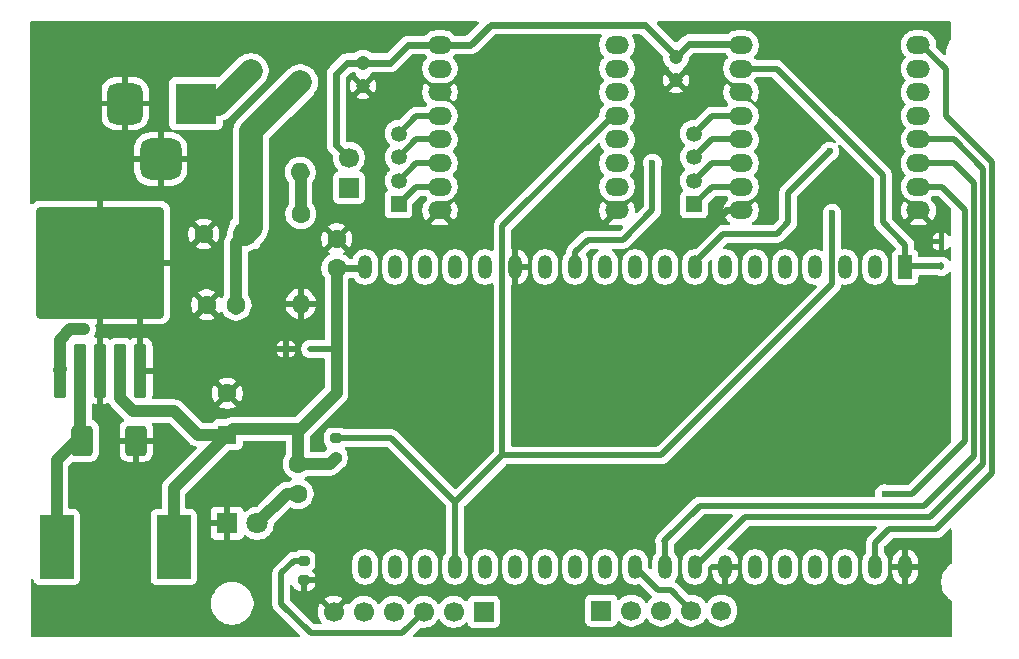
<source format=gbr>
%TF.GenerationSoftware,KiCad,Pcbnew,9.0.2*%
%TF.CreationDate,2025-05-21T14:28:12+05:30*%
%TF.ProjectId,esp32 master,65737033-3220-46d6-9173-7465722e6b69,rev?*%
%TF.SameCoordinates,Original*%
%TF.FileFunction,Copper,L1,Top*%
%TF.FilePolarity,Positive*%
%FSLAX46Y46*%
G04 Gerber Fmt 4.6, Leading zero omitted, Abs format (unit mm)*
G04 Created by KiCad (PCBNEW 9.0.2) date 2025-05-21 14:28:12*
%MOMM*%
%LPD*%
G01*
G04 APERTURE LIST*
G04 Aperture macros list*
%AMRoundRect*
0 Rectangle with rounded corners*
0 $1 Rounding radius*
0 $2 $3 $4 $5 $6 $7 $8 $9 X,Y pos of 4 corners*
0 Add a 4 corners polygon primitive as box body*
4,1,4,$2,$3,$4,$5,$6,$7,$8,$9,$2,$3,0*
0 Add four circle primitives for the rounded corners*
1,1,$1+$1,$2,$3*
1,1,$1+$1,$4,$5*
1,1,$1+$1,$6,$7*
1,1,$1+$1,$8,$9*
0 Add four rect primitives between the rounded corners*
20,1,$1+$1,$2,$3,$4,$5,0*
20,1,$1+$1,$4,$5,$6,$7,0*
20,1,$1+$1,$6,$7,$8,$9,0*
20,1,$1+$1,$8,$9,$2,$3,0*%
G04 Aperture macros list end*
%TA.AperFunction,ComponentPad*%
%ADD10R,1.600000X1.600000*%
%TD*%
%TA.AperFunction,ComponentPad*%
%ADD11C,1.600000*%
%TD*%
%TA.AperFunction,SMDPad,CuDef*%
%ADD12RoundRect,0.200000X-0.275000X0.200000X-0.275000X-0.200000X0.275000X-0.200000X0.275000X0.200000X0*%
%TD*%
%TA.AperFunction,SMDPad,CuDef*%
%ADD13RoundRect,0.250000X0.300000X-2.050000X0.300000X2.050000X-0.300000X2.050000X-0.300000X-2.050000X0*%
%TD*%
%TA.AperFunction,SMDPad,CuDef*%
%ADD14RoundRect,0.250002X5.149998X-4.449998X5.149998X4.449998X-5.149998X4.449998X-5.149998X-4.449998X0*%
%TD*%
%TA.AperFunction,ComponentPad*%
%ADD15R,1.700000X1.700000*%
%TD*%
%TA.AperFunction,ComponentPad*%
%ADD16C,1.700000*%
%TD*%
%TA.AperFunction,ComponentPad*%
%ADD17R,1.350000X1.350000*%
%TD*%
%TA.AperFunction,ComponentPad*%
%ADD18C,1.350000*%
%TD*%
%TA.AperFunction,SMDPad,CuDef*%
%ADD19RoundRect,0.250000X-0.650000X-1.020000X0.650000X-1.020000X0.650000X1.020000X-0.650000X1.020000X0*%
%TD*%
%TA.AperFunction,ComponentPad*%
%ADD20O,1.600000X1.600000*%
%TD*%
%TA.AperFunction,ComponentPad*%
%ADD21O,2.000000X1.500000*%
%TD*%
%TA.AperFunction,SMDPad,CuDef*%
%ADD22R,2.900000X5.400000*%
%TD*%
%TA.AperFunction,SMDPad,CuDef*%
%ADD23RoundRect,0.112500X-0.187500X-0.112500X0.187500X-0.112500X0.187500X0.112500X-0.187500X0.112500X0*%
%TD*%
%TA.AperFunction,ComponentPad*%
%ADD24C,1.200000*%
%TD*%
%TA.AperFunction,SMDPad,CuDef*%
%ADD25RoundRect,0.112500X-0.112500X0.187500X-0.112500X-0.187500X0.112500X-0.187500X0.112500X0.187500X0*%
%TD*%
%TA.AperFunction,ComponentPad*%
%ADD26R,1.800000X1.800000*%
%TD*%
%TA.AperFunction,ComponentPad*%
%ADD27C,1.800000*%
%TD*%
%TA.AperFunction,ComponentPad*%
%ADD28R,3.500000X3.500000*%
%TD*%
%TA.AperFunction,ComponentPad*%
%ADD29RoundRect,0.750000X-0.750000X-1.000000X0.750000X-1.000000X0.750000X1.000000X-0.750000X1.000000X0*%
%TD*%
%TA.AperFunction,ComponentPad*%
%ADD30RoundRect,0.875000X-0.875000X-0.875000X0.875000X-0.875000X0.875000X0.875000X-0.875000X0.875000X0*%
%TD*%
%TA.AperFunction,ComponentPad*%
%ADD31R,1.200000X2.000000*%
%TD*%
%TA.AperFunction,ComponentPad*%
%ADD32O,1.200000X2.000000*%
%TD*%
%TA.AperFunction,ComponentPad*%
%ADD33RoundRect,0.250000X0.650000X-0.650000X0.650000X0.650000X-0.650000X0.650000X-0.650000X-0.650000X0*%
%TD*%
%TA.AperFunction,SMDPad,CuDef*%
%ADD34RoundRect,0.200000X0.275000X-0.200000X0.275000X0.200000X-0.275000X0.200000X-0.275000X-0.200000X0*%
%TD*%
%TA.AperFunction,ViaPad*%
%ADD35C,0.600000*%
%TD*%
%TA.AperFunction,Conductor*%
%ADD36C,0.600000*%
%TD*%
%TA.AperFunction,Conductor*%
%ADD37C,0.500000*%
%TD*%
%TA.AperFunction,Conductor*%
%ADD38C,1.000000*%
%TD*%
%TA.AperFunction,Conductor*%
%ADD39C,2.000000*%
%TD*%
G04 APERTURE END LIST*
D10*
%TO.P,C5,1*%
%TO.N,5V*%
X87000000Y-97500000D03*
D11*
%TO.P,C5,2*%
%TO.N,GND*%
X87000000Y-94000000D03*
%TD*%
D12*
%TO.P,R5,1*%
%TO.N,/STBY*%
X96180000Y-97790000D03*
%TO.P,R5,2*%
%TO.N,5V*%
X96180000Y-99440000D03*
%TD*%
D13*
%TO.P,U1,1,VIN*%
%TO.N,/VM*%
X72825000Y-92075000D03*
%TO.P,U1,2,OUT*%
%TO.N,Net-(U1-OUT)*%
X74525000Y-92075000D03*
%TO.P,U1,3,GND*%
%TO.N,GND*%
X76225000Y-92075000D03*
D14*
X76225000Y-82925000D03*
D13*
%TO.P,U1,4,FB*%
%TO.N,5V*%
X77925000Y-92075000D03*
%TO.P,U1,5,~{ON}/OFF*%
%TO.N,GND*%
X79625000Y-92075000D03*
%TD*%
D11*
%TO.P,C6,1*%
%TO.N,5V*%
X96260000Y-83400000D03*
%TO.P,C6,2*%
%TO.N,GND*%
X96260000Y-80900000D03*
%TD*%
D15*
%TO.P,J2,1,Pin_1*%
%TO.N,/TRIG2*%
X108710000Y-112490000D03*
D16*
%TO.P,J2,2,Pin_2*%
%TO.N,/ECHO2*%
X106170000Y-112490000D03*
%TO.P,J2,3,Pin_3*%
%TO.N,/Servo1*%
X103630000Y-112490000D03*
%TO.P,J2,4,Pin_4*%
%TO.N,/Servo2*%
X101090000Y-112490000D03*
%TO.P,J2,5,Pin_5*%
%TO.N,5V*%
X98550000Y-112490000D03*
%TO.P,J2,6,Pin_6*%
%TO.N,GND*%
X96010000Y-112490000D03*
%TD*%
D17*
%TO.P,J5,1,Pin_1*%
%TO.N,Net-(Driver1-B01)*%
X101500000Y-78000000D03*
D18*
%TO.P,J5,2,Pin_2*%
%TO.N,Net-(Driver1-B02)*%
X101500000Y-76000000D03*
%TO.P,J5,3,Pin_3*%
%TO.N,Net-(Driver1-A02)*%
X101500000Y-74000000D03*
%TO.P,J5,4,Pin_4*%
%TO.N,Net-(Driver1-A01)*%
X101500000Y-72000000D03*
%TD*%
D19*
%TO.P,D2,1*%
%TO.N,Net-(U1-OUT)*%
X74720000Y-98000000D03*
%TO.P,D2,2*%
%TO.N,GND*%
X79280000Y-98000000D03*
%TD*%
D11*
%TO.P,R1,1*%
%TO.N,/VM*%
X93180000Y-67640000D03*
D20*
%TO.P,R1,2*%
%TO.N,Net-(J4-Pin_1)*%
X93180000Y-75260000D03*
%TD*%
D15*
%TO.P,J3,1,Pin_1*%
%TO.N,/IR1*%
X118670000Y-112390000D03*
D16*
%TO.P,J3,2,Pin_2*%
%TO.N,/IR2*%
X121210000Y-112390000D03*
%TO.P,J3,3,Pin_3*%
%TO.N,/IR3*%
X123750000Y-112390000D03*
%TO.P,J3,4,Pin_4*%
%TO.N,/TRIG1*%
X126290000Y-112390000D03*
%TO.P,J3,5,Pin_5*%
%TO.N,/ECHO1*%
X128830000Y-112390000D03*
%TD*%
D21*
%TO.P,Driver1,1,VM*%
%TO.N,Net-(Driver1-VM)*%
X105000000Y-64500000D03*
%TO.P,Driver1,2,VCC*%
%TO.N,/3v3*%
X105000000Y-66500000D03*
%TO.P,Driver1,3,GND*%
%TO.N,GND*%
X105000000Y-68500000D03*
%TO.P,Driver1,4,A01*%
%TO.N,Net-(Driver1-A01)*%
X105000000Y-70500000D03*
%TO.P,Driver1,5,A02*%
%TO.N,Net-(Driver1-A02)*%
X105000000Y-72500000D03*
%TO.P,Driver1,6,B02*%
%TO.N,Net-(Driver1-B02)*%
X105000000Y-74500000D03*
%TO.P,Driver1,7,B01*%
%TO.N,Net-(Driver1-B01)*%
X105000000Y-76500000D03*
%TO.P,Driver1,8,GND*%
%TO.N,GND*%
X105000000Y-78500000D03*
%TO.P,Driver1,9,PWMA*%
%TO.N,/PWMA*%
X120000000Y-64500000D03*
%TO.P,Driver1,10,AIN2*%
%TO.N,/AIN2*%
X120000000Y-66500000D03*
%TO.P,Driver1,11,AIN1*%
%TO.N,/AIN1*%
X120000000Y-68500000D03*
%TO.P,Driver1,12,STBY*%
%TO.N,/STBY*%
X120000000Y-70500000D03*
%TO.P,Driver1,13,BIN1*%
%TO.N,/BIN1*%
X120000000Y-72500000D03*
%TO.P,Driver1,14,BIN2*%
%TO.N,/BIN2*%
X120000000Y-74500000D03*
%TO.P,Driver1,15,PWMB*%
%TO.N,/PWMB*%
X120000000Y-76500000D03*
%TO.P,Driver1,16,GND*%
%TO.N,GND*%
X120000000Y-78500000D03*
%TD*%
D10*
%TO.P,C1,1*%
%TO.N,/VM*%
X88500000Y-80500000D03*
D11*
%TO.P,C1,2*%
%TO.N,GND*%
X85000000Y-80500000D03*
%TD*%
D22*
%TO.P,L1,1,1*%
%TO.N,Net-(U1-OUT)*%
X72550000Y-107000000D03*
%TO.P,L1,2,2*%
%TO.N,5V*%
X82450000Y-107000000D03*
%TD*%
D11*
%TO.P,R3,1*%
%TO.N,5V*%
X93000000Y-99960000D03*
%TO.P,R3,2*%
%TO.N,Net-(D3-A)*%
X93000000Y-102500000D03*
%TD*%
D23*
%TO.P,D4,1,A1*%
%TO.N,GND*%
X91980000Y-90240000D03*
%TO.P,D4,2,A2*%
%TO.N,5V*%
X94080000Y-90240000D03*
%TD*%
D24*
%TO.P,C2,1*%
%TO.N,Net-(Driver1-VM)*%
X98500000Y-66000000D03*
%TO.P,C2,2*%
%TO.N,GND*%
X98500000Y-68000000D03*
%TD*%
D25*
%TO.P,D5,1,A1*%
%TO.N,GND*%
X147440000Y-81142500D03*
%TO.P,D5,2,A2*%
%TO.N,/3v3*%
X147440000Y-83242500D03*
%TD*%
D21*
%TO.P,Driver2,1,VM*%
%TO.N,Net-(Driver1-VM)*%
X130500000Y-64500000D03*
%TO.P,Driver2,2,VCC*%
%TO.N,/3v3*%
X130500000Y-66500000D03*
%TO.P,Driver2,3,GND*%
%TO.N,GND*%
X130500000Y-68500000D03*
%TO.P,Driver2,4,A01*%
%TO.N,Net-(Driver2-A01)*%
X130500000Y-70500000D03*
%TO.P,Driver2,5,A02*%
%TO.N,Net-(Driver2-A02)*%
X130500000Y-72500000D03*
%TO.P,Driver2,6,B02*%
%TO.N,Net-(Driver2-B02)*%
X130500000Y-74500000D03*
%TO.P,Driver2,7,B01*%
%TO.N,Net-(Driver2-B01)*%
X130500000Y-76500000D03*
%TO.P,Driver2,8,GND*%
%TO.N,GND*%
X130500000Y-78500000D03*
%TO.P,Driver2,9,PWMA*%
%TO.N,/PWMA2*%
X145500000Y-64500000D03*
%TO.P,Driver2,10,AIN2*%
%TO.N,/AIN22*%
X145500000Y-66500000D03*
%TO.P,Driver2,11,AIN1*%
%TO.N,/AIN12*%
X145500000Y-68500000D03*
%TO.P,Driver2,12,STBY*%
%TO.N,/STBY*%
X145500000Y-70500000D03*
%TO.P,Driver2,13,BIN1*%
%TO.N,/BIN12*%
X145500000Y-72500000D03*
%TO.P,Driver2,14,BIN2*%
%TO.N,/BIN22*%
X145500000Y-74500000D03*
%TO.P,Driver2,15,PWMB*%
%TO.N,/PWMB2*%
X145500000Y-76500000D03*
%TO.P,Driver2,16,GND*%
%TO.N,GND*%
X145500000Y-78500000D03*
%TD*%
D26*
%TO.P,D3,1,K*%
%TO.N,GND*%
X87000000Y-105000000D03*
D27*
%TO.P,D3,2,A*%
%TO.N,Net-(D3-A)*%
X89540000Y-105000000D03*
%TD*%
D24*
%TO.P,C4,1*%
%TO.N,Net-(Driver1-VM)*%
X125000000Y-65500000D03*
%TO.P,C4,2*%
%TO.N,GND*%
X125000000Y-67500000D03*
%TD*%
D28*
%TO.P,J1,1,PWR*%
%TO.N,Net-(D1-A)*%
X84350000Y-69460000D03*
D29*
%TO.P,J1,2,GND*%
%TO.N,GND*%
X78350000Y-69460000D03*
D30*
%TO.P,J1,3,GNDBREAK*%
X81350000Y-74160000D03*
%TD*%
D31*
%TO.P,U2,1,3V3*%
%TO.N,/3v3*%
X144403440Y-83300000D03*
D32*
%TO.P,U2,2,CHIP_PU*%
%TO.N,unconnected-(U2-CHIP_PU-Pad2)*%
X141863440Y-83300000D03*
%TO.P,U2,3,SENSOR_VP/GPIO36/ADC1_CH0*%
%TO.N,/ECHO1*%
X139323440Y-83300000D03*
%TO.P,U2,4,SENSOR_VN/GPIO39/ADC1_CH3*%
%TO.N,/IR3*%
X136783440Y-83300000D03*
%TO.P,U2,5,VDET_1/GPIO34/ADC1_CH6*%
%TO.N,/IR1*%
X134243440Y-83300000D03*
%TO.P,U2,6,VDET_2/GPIO35/ADC1_CH7*%
%TO.N,/IR2*%
X131703440Y-83300000D03*
%TO.P,U2,7,32K_XP/GPIO32/ADC1_CH4*%
%TO.N,/AIN22*%
X129163440Y-83300000D03*
%TO.P,U2,8,32K_XN/GPIO33/ADC1_CH5*%
%TO.N,/AIN12*%
X126623440Y-83300000D03*
%TO.P,U2,9,DAC_1/ADC2_CH8/GPIO25*%
%TO.N,/PWMB*%
X124083440Y-83300000D03*
%TO.P,U2,10,DAC_2/ADC2_CH9/GPIO26*%
%TO.N,/PWMA*%
X121543440Y-83300000D03*
%TO.P,U2,11,ADC2_CH7/GPIO27*%
%TO.N,/BIN2*%
X119003440Y-83300000D03*
%TO.P,U2,12,MTMS/GPIO14/ADC2_CH6*%
%TO.N,/AIN2*%
X116463440Y-83300000D03*
%TO.P,U2,13,MTDI/GPIO12/ADC2_CH5*%
%TO.N,/BIN1*%
X113923440Y-83300000D03*
%TO.P,U2,14,GND*%
%TO.N,GND*%
X111383440Y-83300000D03*
%TO.P,U2,15,MTCK/GPIO13/ADC2_CH4*%
%TO.N,/AIN1*%
X108843440Y-83300000D03*
%TO.P,U2,16,SD_DATA2/GPIO9*%
%TO.N,unconnected-(U2-SD_DATA2{slash}GPIO9-Pad16)*%
X106303440Y-83300000D03*
%TO.P,U2,17,SD_DATA3/GPIO10*%
%TO.N,unconnected-(U2-SD_DATA3{slash}GPIO10-Pad17)*%
X103763440Y-83300000D03*
%TO.P,U2,18,CMD*%
%TO.N,unconnected-(U2-CMD-Pad18)*%
X101223440Y-83300000D03*
%TO.P,U2,19,5V*%
%TO.N,5V*%
X98683440Y-83300000D03*
%TO.P,U2,20,SD_CLK/GPIO6*%
%TO.N,unconnected-(U2-SD_CLK{slash}GPIO6-Pad20)*%
X98686160Y-108696320D03*
%TO.P,U2,21,SD_DATA0/GPIO7*%
%TO.N,/Servo2*%
X101226160Y-108696320D03*
%TO.P,U2,22,SD_DATA1/GPIO8*%
%TO.N,unconnected-(U2-SD_DATA1{slash}GPIO8-Pad22)*%
X103763440Y-108700000D03*
%TO.P,U2,23,MTDO/GPIO15/ADC2_CH3*%
%TO.N,/STBY*%
X106303440Y-108700000D03*
%TO.P,U2,24,ADC2_CH2/GPIO2*%
%TO.N,/Servo1*%
X108843440Y-108700000D03*
%TO.P,U2,25,GPIO0/BOOT/ADC2_CH1*%
%TO.N,unconnected-(U2-GPIO0{slash}BOOT{slash}ADC2_CH1-Pad25)*%
X111383440Y-108700000D03*
%TO.P,U2,26,ADC2_CH0/GPIO4*%
%TO.N,/TRIG2*%
X113923440Y-108700000D03*
%TO.P,U2,27,GPIO16*%
%TO.N,unconnected-(U2-GPIO16-Pad27)*%
X116463440Y-108700000D03*
%TO.P,U2,28,GPIO17*%
%TO.N,unconnected-(U2-GPIO17-Pad28)*%
X119003440Y-108700000D03*
%TO.P,U2,29,GPIO5*%
%TO.N,/TRIG1*%
X121543440Y-108700000D03*
%TO.P,U2,30,GPIO18*%
%TO.N,/BIN22*%
X124083440Y-108700000D03*
%TO.P,U2,31,GPIO19*%
%TO.N,/BIN12*%
X126623440Y-108700000D03*
%TO.P,U2,32,GND*%
%TO.N,GND*%
X129163440Y-108700000D03*
%TO.P,U2,33,GPIO21*%
%TO.N,/ECHO2*%
X131703440Y-108700000D03*
%TO.P,U2,34,U0RXD/GPIO3*%
%TO.N,unconnected-(U2-U0RXD{slash}GPIO3-Pad34)*%
X134243440Y-108700000D03*
%TO.P,U2,35,U0TXD/GPIO1*%
%TO.N,unconnected-(U2-U0TXD{slash}GPIO1-Pad35)*%
X136783440Y-108700000D03*
%TO.P,U2,36,GPIO22*%
%TO.N,/PWMB2*%
X139323440Y-108700000D03*
%TO.P,U2,37,GPIO23*%
%TO.N,/PWMA2*%
X141863440Y-108700000D03*
%TO.P,U2,38,GND*%
%TO.N,GND*%
X144403440Y-108700000D03*
%TD*%
D33*
%TO.P,D1,1,K*%
%TO.N,/VM*%
X89000000Y-74310000D03*
D27*
%TO.P,D1,2,A*%
%TO.N,Net-(D1-A)*%
X89000000Y-66690000D03*
%TD*%
D15*
%TO.P,J4,1,Pin_1*%
%TO.N,Net-(J4-Pin_1)*%
X97290000Y-76580000D03*
D16*
%TO.P,J4,2,Pin_2*%
%TO.N,Net-(Driver1-VM)*%
X97290000Y-74040000D03*
%TD*%
D34*
%TO.P,R4,1*%
%TO.N,GND*%
X93480000Y-109825000D03*
%TO.P,R4,2*%
%TO.N,/Servo1*%
X93480000Y-108175000D03*
%TD*%
D17*
%TO.P,J6,1,Pin_1*%
%TO.N,Net-(Driver2-B01)*%
X126500000Y-78000000D03*
D18*
%TO.P,J6,2,Pin_2*%
%TO.N,Net-(Driver2-B02)*%
X126500000Y-76000000D03*
%TO.P,J6,3,Pin_3*%
%TO.N,Net-(Driver2-A02)*%
X126500000Y-74000000D03*
%TO.P,J6,4,Pin_4*%
%TO.N,Net-(Driver2-A01)*%
X126500000Y-72000000D03*
%TD*%
D11*
%TO.P,C3,1*%
%TO.N,/VM*%
X87750000Y-86500000D03*
%TO.P,C3,2*%
%TO.N,GND*%
X85250000Y-86500000D03*
%TD*%
%TO.P,R2,1*%
%TO.N,Net-(J4-Pin_1)*%
X93210000Y-78780000D03*
D20*
%TO.P,R2,2*%
%TO.N,GND*%
X93210000Y-86400000D03*
%TD*%
D35*
%TO.N,GND*%
X123080000Y-80920000D03*
%TO.N,/VM*%
X74870000Y-88590000D03*
%TO.N,/AIN2*%
X123000000Y-74500000D03*
%TO.N,/STBY*%
X138200000Y-78740000D03*
%TO.N,/AIN12*%
X138000000Y-73500000D03*
%TO.N,/PWMB2*%
X142647615Y-102500000D03*
%TD*%
D36*
%TO.N,GND*%
X123080000Y-80920000D02*
X126840000Y-80920000D01*
X129260000Y-78500000D02*
X130500000Y-78500000D01*
X126840000Y-80920000D02*
X129260000Y-78500000D01*
D37*
X79625000Y-85975000D02*
X79000000Y-85350000D01*
X76225000Y-92075000D02*
X76225000Y-82925000D01*
X79625000Y-92075000D02*
X79625000Y-85975000D01*
D38*
%TO.N,5V*%
X77925000Y-92075000D02*
X77925000Y-94425000D01*
X96260000Y-90240000D02*
X96260000Y-83620000D01*
X93210000Y-97000000D02*
X96260000Y-93950000D01*
X87000000Y-97500000D02*
X87500000Y-97000000D01*
X93000000Y-99960000D02*
X95660000Y-99960000D01*
X77925000Y-94425000D02*
X79000000Y-95500000D01*
X93000000Y-97000000D02*
X93000000Y-99960000D01*
X82450000Y-107000000D02*
X82450000Y-102050000D01*
X82450000Y-102050000D02*
X87000000Y-97500000D01*
X93000000Y-97000000D02*
X93210000Y-97000000D01*
X82500000Y-95500000D02*
X84500000Y-97500000D01*
X79000000Y-95500000D02*
X82500000Y-95500000D01*
X84500000Y-97500000D02*
X87000000Y-97500000D01*
X95660000Y-99960000D02*
X96180000Y-99440000D01*
X96260000Y-93950000D02*
X96260000Y-90240000D01*
D36*
X96260000Y-83400000D02*
X98583440Y-83400000D01*
D37*
X94080000Y-90240000D02*
X96260000Y-90240000D01*
D38*
X87500000Y-97000000D02*
X93000000Y-97000000D01*
D36*
X98583440Y-83400000D02*
X98683440Y-83300000D01*
D39*
%TO.N,Net-(D1-A)*%
X84350000Y-69460000D02*
X86230000Y-69460000D01*
X84500000Y-69610000D02*
X84350000Y-69460000D01*
X86230000Y-69460000D02*
X89000000Y-66690000D01*
D38*
%TO.N,Net-(D3-A)*%
X93000000Y-102500000D02*
X92040000Y-102500000D01*
X92040000Y-102500000D02*
X89540000Y-105000000D01*
D37*
%TO.N,/3v3*%
X142500000Y-79500000D02*
X144403440Y-81403440D01*
X144403440Y-81403440D02*
X144403440Y-83300000D01*
X130500000Y-66500000D02*
X133500000Y-66500000D01*
X133500000Y-66500000D02*
X142500000Y-75500000D01*
X147440000Y-83242500D02*
X144460940Y-83242500D01*
X144460940Y-83242500D02*
X144403440Y-83300000D01*
D36*
X144140000Y-83800000D02*
X144140000Y-83640000D01*
D37*
X142500000Y-75500000D02*
X142500000Y-79500000D01*
D38*
%TO.N,Net-(U1-OUT)*%
X74220000Y-98000000D02*
X74720000Y-98000000D01*
X74525000Y-97305000D02*
X74525000Y-92075000D01*
X74720000Y-97500000D02*
X74525000Y-97305000D01*
X72550000Y-99670000D02*
X74220000Y-98000000D01*
X72550000Y-107000000D02*
X72550000Y-99670000D01*
%TO.N,/VM*%
X72825000Y-89465000D02*
X72825000Y-92075000D01*
X87750000Y-86500000D02*
X87750000Y-86850000D01*
X74870000Y-88590000D02*
X73700000Y-88590000D01*
D39*
X89000000Y-74310000D02*
X89000000Y-80000000D01*
D38*
X72750000Y-92000000D02*
X72825000Y-92075000D01*
D39*
X89000000Y-80000000D02*
X88500000Y-80500000D01*
X89000000Y-71820000D02*
X93180000Y-67640000D01*
D38*
X87750000Y-86500000D02*
X87750000Y-81250000D01*
D39*
X89000000Y-74310000D02*
X89000000Y-71820000D01*
D38*
X87750000Y-81250000D02*
X88500000Y-80500000D01*
X72930000Y-91970000D02*
X72825000Y-92075000D01*
X73700000Y-88590000D02*
X72825000Y-89465000D01*
D36*
%TO.N,Net-(Driver1-VM)*%
X97160000Y-66000000D02*
X96230000Y-66930000D01*
X122351000Y-62801000D02*
X125000000Y-65450000D01*
X100810000Y-66000000D02*
X102310000Y-64500000D01*
X96230000Y-66930000D02*
X96230000Y-72980000D01*
X126090000Y-64410000D02*
X130410000Y-64410000D01*
X130410000Y-64410000D02*
X130500000Y-64500000D01*
X105000000Y-64500000D02*
X107590000Y-64500000D01*
X96230000Y-72980000D02*
X97290000Y-74040000D01*
X125000000Y-65500000D02*
X126090000Y-64410000D01*
X109289000Y-62801000D02*
X122351000Y-62801000D01*
X98500000Y-66000000D02*
X97160000Y-66000000D01*
X125000000Y-65450000D02*
X125000000Y-65500000D01*
X102310000Y-64500000D02*
X105000000Y-64500000D01*
X107590000Y-64500000D02*
X109289000Y-62801000D01*
X98500000Y-66000000D02*
X100810000Y-66000000D01*
D37*
%TO.N,/AIN2*%
X120500000Y-81000000D02*
X117500000Y-81000000D01*
X123000000Y-74500000D02*
X123000000Y-78500000D01*
X116463440Y-82036560D02*
X116463440Y-83300000D01*
X123000000Y-78500000D02*
X120500000Y-81000000D01*
X117500000Y-81000000D02*
X116463440Y-82036560D01*
%TO.N,/STBY*%
X120000000Y-70500000D02*
X119620000Y-70500000D01*
X138200000Y-78740000D02*
X138200000Y-84770000D01*
X110290000Y-99250000D02*
X106303440Y-103236560D01*
X110290000Y-79830000D02*
X110290000Y-99250000D01*
X123720000Y-99250000D02*
X110290000Y-99250000D01*
X96180000Y-97790000D02*
X100856880Y-97790000D01*
X106303440Y-103236560D02*
X106303440Y-108700000D01*
X138200000Y-84770000D02*
X123720000Y-99250000D01*
X119620000Y-70500000D02*
X110290000Y-79830000D01*
X100856880Y-97790000D02*
X106303440Y-103236560D01*
%TO.N,/BIN12*%
X150980000Y-74980000D02*
X150980000Y-100020000D01*
X148500000Y-72500000D02*
X150980000Y-74980000D01*
X130823440Y-104500000D02*
X126623440Y-108700000D01*
X150980000Y-100020000D02*
X146500000Y-104500000D01*
X145500000Y-72500000D02*
X148500000Y-72500000D01*
X146500000Y-104500000D02*
X130823440Y-104500000D01*
%TO.N,/AIN12*%
X134500000Y-79500000D02*
X134500000Y-77000000D01*
X128500000Y-81000000D02*
X129000000Y-80500000D01*
X134500000Y-77000000D02*
X138000000Y-73500000D01*
X129000000Y-80500000D02*
X133500000Y-80500000D01*
X133500000Y-80500000D02*
X134500000Y-79500000D01*
X126623440Y-82876560D02*
X128500000Y-81000000D01*
X126623440Y-83300000D02*
X126623440Y-82876560D01*
%TO.N,/PWMA2*%
X147830000Y-70530000D02*
X151749000Y-74449000D01*
X147000000Y-105500000D02*
X143000000Y-105500000D01*
X151749000Y-100751000D02*
X147000000Y-105500000D01*
X147830000Y-66560000D02*
X147830000Y-70530000D01*
X151749000Y-74449000D02*
X151749000Y-100751000D01*
X145770000Y-64500000D02*
X147830000Y-66560000D01*
X143000000Y-105500000D02*
X141863440Y-106636560D01*
X141863440Y-106636560D02*
X141863440Y-108700000D01*
X145500000Y-64500000D02*
X145770000Y-64500000D01*
%TO.N,/PWMB2*%
X145500000Y-76500000D02*
X147500000Y-76500000D01*
X149450000Y-78450000D02*
X149450000Y-98050000D01*
X149450000Y-98050000D02*
X145000000Y-102500000D01*
X145000000Y-102500000D02*
X142647615Y-102500000D01*
X147500000Y-76500000D02*
X149450000Y-78450000D01*
%TO.N,/BIN22*%
X146000000Y-103500000D02*
X127000000Y-103500000D01*
X124083440Y-106583440D02*
X124083440Y-108700000D01*
X150220000Y-76220000D02*
X150220000Y-99280000D01*
X150220000Y-99280000D02*
X146000000Y-103500000D01*
X145500000Y-74500000D02*
X148500000Y-74500000D01*
X148500000Y-74500000D02*
X150220000Y-76220000D01*
X127000000Y-103500000D02*
X124000000Y-106500000D01*
X124000000Y-106500000D02*
X124083440Y-106583440D01*
%TO.N,/TRIG1*%
X121543440Y-108700000D02*
X123473440Y-110630000D01*
X124530000Y-110630000D02*
X126290000Y-112390000D01*
X123473440Y-110630000D02*
X124530000Y-110630000D01*
%TO.N,/Servo1*%
X94050000Y-114310000D02*
X91560000Y-111820000D01*
X101810000Y-114310000D02*
X94050000Y-114310000D01*
X91560000Y-111820000D02*
X91560000Y-109230000D01*
X91560000Y-109230000D02*
X92620000Y-108170000D01*
X103630000Y-112490000D02*
X101810000Y-114310000D01*
X92625000Y-108175000D02*
X93480000Y-108175000D01*
X92620000Y-108170000D02*
X92625000Y-108175000D01*
%TO.N,Net-(Driver1-A01)*%
X103000000Y-70500000D02*
X101500000Y-72000000D01*
X105000000Y-70500000D02*
X103000000Y-70500000D01*
%TO.N,Net-(Driver1-B02)*%
X103000000Y-74500000D02*
X101500000Y-76000000D01*
X105000000Y-74500000D02*
X103000000Y-74500000D01*
%TO.N,Net-(Driver1-B01)*%
X105000000Y-76500000D02*
X103000000Y-76500000D01*
X103000000Y-76500000D02*
X101500000Y-78000000D01*
%TO.N,Net-(Driver1-A02)*%
X103000000Y-72500000D02*
X101500000Y-74000000D01*
X105000000Y-72500000D02*
X103000000Y-72500000D01*
%TO.N,Net-(Driver2-A01)*%
X128000000Y-70500000D02*
X126500000Y-72000000D01*
X130500000Y-70500000D02*
X128000000Y-70500000D01*
%TO.N,Net-(Driver2-B01)*%
X128000000Y-76500000D02*
X126500000Y-78000000D01*
X130500000Y-76500000D02*
X128000000Y-76500000D01*
%TO.N,Net-(Driver2-A02)*%
X130500000Y-72500000D02*
X128000000Y-72500000D01*
X128000000Y-72500000D02*
X126500000Y-74000000D01*
%TO.N,Net-(Driver2-B02)*%
X130500000Y-74500000D02*
X128000000Y-74500000D01*
X128000000Y-74500000D02*
X126500000Y-76000000D01*
D38*
%TO.N,Net-(J4-Pin_1)*%
X93210000Y-75600000D02*
X93500000Y-75310000D01*
X93500000Y-78690000D02*
X93210000Y-78400000D01*
X93210000Y-78400000D02*
X93210000Y-75600000D01*
%TD*%
%TA.AperFunction,Conductor*%
%TO.N,GND*%
G36*
X108225099Y-62520185D02*
G01*
X108270854Y-62572989D01*
X108280798Y-62642147D01*
X108251773Y-62705703D01*
X108245741Y-62712181D01*
X107294741Y-63663181D01*
X107233418Y-63696666D01*
X107207060Y-63699500D01*
X106269337Y-63699500D01*
X106202298Y-63679815D01*
X106181656Y-63663182D01*
X106125140Y-63606666D01*
X106064646Y-63546172D01*
X105905405Y-63430476D01*
X105730029Y-63341117D01*
X105542826Y-63280290D01*
X105348422Y-63249500D01*
X105348417Y-63249500D01*
X104651583Y-63249500D01*
X104651578Y-63249500D01*
X104457173Y-63280290D01*
X104269970Y-63341117D01*
X104094594Y-63430476D01*
X103935355Y-63546171D01*
X103818344Y-63663182D01*
X103757021Y-63696666D01*
X103730663Y-63699500D01*
X102231154Y-63699500D01*
X102076509Y-63730261D01*
X102076497Y-63730264D01*
X102033832Y-63747936D01*
X102033833Y-63747937D01*
X101930823Y-63790604D01*
X101930814Y-63790609D01*
X101799712Y-63878209D01*
X101799710Y-63878212D01*
X100514741Y-65163181D01*
X100453418Y-65196666D01*
X100427060Y-65199500D01*
X99307204Y-65199500D01*
X99240165Y-65179815D01*
X99219523Y-65163181D01*
X99216930Y-65160588D01*
X99216928Y-65160586D01*
X99076788Y-65058768D01*
X98922445Y-64980127D01*
X98757701Y-64926598D01*
X98757699Y-64926597D01*
X98757698Y-64926597D01*
X98626271Y-64905781D01*
X98586611Y-64899500D01*
X98413389Y-64899500D01*
X98373728Y-64905781D01*
X98242302Y-64926597D01*
X98077552Y-64980128D01*
X97923211Y-65058768D01*
X97843256Y-65116859D01*
X97783072Y-65160586D01*
X97783070Y-65160588D01*
X97783069Y-65160588D01*
X97780477Y-65163181D01*
X97719154Y-65196666D01*
X97692796Y-65199500D01*
X97081153Y-65199500D01*
X96926510Y-65230260D01*
X96926502Y-65230262D01*
X96780824Y-65290604D01*
X96780814Y-65290609D01*
X96649711Y-65378210D01*
X96649707Y-65378213D01*
X95951134Y-66076788D01*
X95719711Y-66308211D01*
X95689292Y-66338630D01*
X95608209Y-66419712D01*
X95520609Y-66550814D01*
X95520602Y-66550827D01*
X95460264Y-66696498D01*
X95460261Y-66696510D01*
X95429500Y-66851153D01*
X95429500Y-73058846D01*
X95460261Y-73213489D01*
X95460264Y-73213501D01*
X95520602Y-73359172D01*
X95520609Y-73359185D01*
X95608210Y-73490288D01*
X95608213Y-73490292D01*
X95910155Y-73792233D01*
X95943640Y-73853556D01*
X95944948Y-73899310D01*
X95939500Y-73933711D01*
X95939500Y-74146286D01*
X95958541Y-74266510D01*
X95972754Y-74356243D01*
X95993846Y-74421158D01*
X96038444Y-74558414D01*
X96134951Y-74747820D01*
X96259890Y-74919786D01*
X96373430Y-75033326D01*
X96406915Y-75094649D01*
X96401931Y-75164341D01*
X96360059Y-75220274D01*
X96329083Y-75237189D01*
X96197669Y-75286203D01*
X96197664Y-75286206D01*
X96082455Y-75372452D01*
X96082452Y-75372455D01*
X95996206Y-75487664D01*
X95996202Y-75487671D01*
X95945908Y-75622517D01*
X95940050Y-75677011D01*
X95939501Y-75682123D01*
X95939500Y-75682135D01*
X95939500Y-77477870D01*
X95939501Y-77477876D01*
X95945908Y-77537483D01*
X95996202Y-77672328D01*
X95996206Y-77672335D01*
X96082452Y-77787544D01*
X96082455Y-77787547D01*
X96197664Y-77873793D01*
X96197671Y-77873797D01*
X96332517Y-77924091D01*
X96332516Y-77924091D01*
X96339444Y-77924835D01*
X96392127Y-77930500D01*
X98187872Y-77930499D01*
X98247483Y-77924091D01*
X98382331Y-77873796D01*
X98497546Y-77787546D01*
X98583796Y-77672331D01*
X98634091Y-77537483D01*
X98640500Y-77477873D01*
X98640499Y-75682128D01*
X98634091Y-75622517D01*
X98626377Y-75601836D01*
X98583797Y-75487671D01*
X98583793Y-75487664D01*
X98497547Y-75372455D01*
X98497544Y-75372452D01*
X98382335Y-75286206D01*
X98382328Y-75286202D01*
X98250917Y-75237189D01*
X98194983Y-75195318D01*
X98170566Y-75129853D01*
X98185418Y-75061580D01*
X98206563Y-75033332D01*
X98320104Y-74919792D01*
X98445051Y-74747816D01*
X98541557Y-74558412D01*
X98607246Y-74356243D01*
X98640500Y-74146287D01*
X98640500Y-73933713D01*
X98607246Y-73723757D01*
X98541557Y-73521588D01*
X98445051Y-73332184D01*
X98445049Y-73332181D01*
X98445048Y-73332179D01*
X98320109Y-73160213D01*
X98169786Y-73009890D01*
X97997820Y-72884951D01*
X97808414Y-72788444D01*
X97808413Y-72788443D01*
X97808412Y-72788443D01*
X97606243Y-72722754D01*
X97606241Y-72722753D01*
X97606240Y-72722753D01*
X97444957Y-72697208D01*
X97396287Y-72689500D01*
X97183713Y-72689500D01*
X97183706Y-72689500D01*
X97173892Y-72691054D01*
X97104599Y-72682096D01*
X97051149Y-72637097D01*
X97030513Y-72570345D01*
X97030500Y-72568580D01*
X97030500Y-68936289D01*
X97917261Y-68936289D01*
X97917262Y-68936290D01*
X97923471Y-68940801D01*
X98077742Y-69019408D01*
X98242415Y-69072914D01*
X98413429Y-69100000D01*
X98586571Y-69100000D01*
X98757584Y-69072914D01*
X98922257Y-69019408D01*
X99076525Y-68940803D01*
X99082736Y-68936289D01*
X99082737Y-68936289D01*
X98500001Y-68353553D01*
X98500000Y-68353553D01*
X97917261Y-68936289D01*
X97030500Y-68936289D01*
X97030500Y-67913428D01*
X97400000Y-67913428D01*
X97400000Y-68086571D01*
X97427085Y-68257584D01*
X97480592Y-68422259D01*
X97559196Y-68576525D01*
X97563709Y-68582736D01*
X97563709Y-68582737D01*
X98146446Y-68000001D01*
X98146446Y-67999999D01*
X98106951Y-67960504D01*
X98200000Y-67960504D01*
X98200000Y-68039496D01*
X98220444Y-68115796D01*
X98259940Y-68184205D01*
X98315795Y-68240060D01*
X98384204Y-68279556D01*
X98460504Y-68300000D01*
X98539496Y-68300000D01*
X98615796Y-68279556D01*
X98684205Y-68240060D01*
X98740060Y-68184205D01*
X98779556Y-68115796D01*
X98800000Y-68039496D01*
X98800000Y-67999999D01*
X98853553Y-67999999D01*
X98853553Y-68000000D01*
X99436289Y-68582736D01*
X99440803Y-68576525D01*
X99519408Y-68422257D01*
X99572914Y-68257584D01*
X99600000Y-68086571D01*
X99600000Y-67913428D01*
X99572914Y-67742415D01*
X99519408Y-67577742D01*
X99440801Y-67423471D01*
X99436290Y-67417262D01*
X99436289Y-67417261D01*
X98853553Y-67999999D01*
X98800000Y-67999999D01*
X98800000Y-67960504D01*
X98779556Y-67884204D01*
X98740060Y-67815795D01*
X98684205Y-67759940D01*
X98615796Y-67720444D01*
X98539496Y-67700000D01*
X98460504Y-67700000D01*
X98384204Y-67720444D01*
X98315795Y-67759940D01*
X98259940Y-67815795D01*
X98220444Y-67884204D01*
X98200000Y-67960504D01*
X98106951Y-67960504D01*
X97563709Y-67417261D01*
X97563708Y-67417261D01*
X97559203Y-67423463D01*
X97559193Y-67423480D01*
X97480592Y-67577740D01*
X97427085Y-67742415D01*
X97400000Y-67913428D01*
X97030500Y-67913428D01*
X97030500Y-67312940D01*
X97050185Y-67245901D01*
X97066819Y-67225259D01*
X97455259Y-66836819D01*
X97516582Y-66803334D01*
X97542940Y-66800500D01*
X97692796Y-66800500D01*
X97714142Y-66806768D01*
X97736332Y-66808394D01*
X97750291Y-66817382D01*
X97759835Y-66820185D01*
X97767280Y-66825363D01*
X97774280Y-66830622D01*
X97783072Y-66839414D01*
X97871317Y-66903528D01*
X97872121Y-66904132D01*
X97892448Y-66931385D01*
X97913188Y-66958282D01*
X97913355Y-66959415D01*
X97913894Y-66960138D01*
X97914282Y-66965708D01*
X97921254Y-67013004D01*
X97917261Y-67063708D01*
X98500000Y-67646446D01*
X98500001Y-67646446D01*
X99082736Y-67063710D01*
X99078745Y-67012999D01*
X99080675Y-67003807D01*
X99078664Y-66994637D01*
X99087741Y-66970168D01*
X99093108Y-66944622D01*
X99100346Y-66936192D01*
X99102967Y-66929130D01*
X99125630Y-66906749D01*
X99127880Y-66904130D01*
X99128632Y-66903564D01*
X99216928Y-66839414D01*
X99225720Y-66830621D01*
X99232721Y-66825362D01*
X99257563Y-66816047D01*
X99280846Y-66803334D01*
X99295741Y-66801732D01*
X99298143Y-66800832D01*
X99300129Y-66801260D01*
X99307204Y-66800500D01*
X100888844Y-66800500D01*
X100888845Y-66800499D01*
X101043497Y-66769737D01*
X101189179Y-66709394D01*
X101320289Y-66621789D01*
X102605259Y-65336819D01*
X102666582Y-65303334D01*
X102692940Y-65300500D01*
X103730663Y-65300500D01*
X103760103Y-65309144D01*
X103790090Y-65315668D01*
X103795105Y-65319422D01*
X103797702Y-65320185D01*
X103818343Y-65336818D01*
X103893844Y-65412319D01*
X103927329Y-65473642D01*
X103922345Y-65543334D01*
X103893845Y-65587681D01*
X103796171Y-65685355D01*
X103680476Y-65844594D01*
X103591117Y-66019970D01*
X103530290Y-66207173D01*
X103499500Y-66401577D01*
X103499500Y-66598422D01*
X103530290Y-66792826D01*
X103591117Y-66980029D01*
X103654985Y-67105376D01*
X103680476Y-67155405D01*
X103796172Y-67314646D01*
X103935354Y-67453828D01*
X104094595Y-67569524D01*
X104159348Y-67602517D01*
X104269970Y-67658882D01*
X104269972Y-67658882D01*
X104269975Y-67658884D01*
X104347246Y-67683991D01*
X104457167Y-67719707D01*
X104457168Y-67719707D01*
X104457174Y-67719709D01*
X104555316Y-67735253D01*
X104618447Y-67765180D01*
X104623596Y-67770044D01*
X104953552Y-68100000D01*
X104947339Y-68100000D01*
X104845606Y-68127259D01*
X104754394Y-68179920D01*
X104679920Y-68254394D01*
X104627259Y-68345606D01*
X104600000Y-68447339D01*
X104600000Y-68453552D01*
X103830439Y-67683991D01*
X103812004Y-67670229D01*
X103796555Y-67685678D01*
X103680904Y-67844856D01*
X103591581Y-68020164D01*
X103530778Y-68207294D01*
X103500000Y-68401617D01*
X103500000Y-68598382D01*
X103530778Y-68792705D01*
X103591581Y-68979835D01*
X103680904Y-69155143D01*
X103796555Y-69314321D01*
X103894198Y-69411964D01*
X103897839Y-69418632D01*
X103904029Y-69423045D01*
X103914355Y-69448879D01*
X103927683Y-69473287D01*
X103927140Y-69480866D01*
X103929962Y-69487924D01*
X103924683Y-69515233D01*
X103922699Y-69542979D01*
X103917812Y-69550781D01*
X103916702Y-69556524D01*
X103899269Y-69580384D01*
X103896214Y-69585263D01*
X103895185Y-69586340D01*
X103796172Y-69685354D01*
X103781820Y-69705107D01*
X103776083Y-69711118D01*
X103752724Y-69724587D01*
X103731372Y-69741052D01*
X103720694Y-69743057D01*
X103715556Y-69746020D01*
X103707089Y-69745612D01*
X103686386Y-69749500D01*
X102926080Y-69749500D01*
X102781092Y-69778340D01*
X102781082Y-69778343D01*
X102644511Y-69834912D01*
X102644498Y-69834919D01*
X102521584Y-69917048D01*
X102521580Y-69917051D01*
X101650450Y-70788181D01*
X101589127Y-70821666D01*
X101562769Y-70824500D01*
X101407486Y-70824500D01*
X101346569Y-70834148D01*
X101224734Y-70853445D01*
X101048767Y-70910619D01*
X101048764Y-70910620D01*
X100883903Y-70994622D01*
X100830305Y-71033564D01*
X100734213Y-71103379D01*
X100734211Y-71103381D01*
X100734210Y-71103381D01*
X100603381Y-71234210D01*
X100603381Y-71234211D01*
X100603379Y-71234213D01*
X100556672Y-71298499D01*
X100494622Y-71383903D01*
X100410620Y-71548764D01*
X100410619Y-71548767D01*
X100353445Y-71724734D01*
X100324500Y-71907486D01*
X100324500Y-72092513D01*
X100353445Y-72275265D01*
X100410619Y-72451232D01*
X100410620Y-72451235D01*
X100485614Y-72598417D01*
X100494622Y-72616096D01*
X100603379Y-72765787D01*
X100734213Y-72896621D01*
X100738432Y-72899686D01*
X100781094Y-72955019D01*
X100787069Y-73024633D01*
X100754459Y-73086426D01*
X100738432Y-73100314D01*
X100734210Y-73103381D01*
X100603381Y-73234210D01*
X100603381Y-73234211D01*
X100603379Y-73234213D01*
X100556672Y-73298499D01*
X100494622Y-73383903D01*
X100410620Y-73548764D01*
X100410619Y-73548767D01*
X100353445Y-73724734D01*
X100328983Y-73879179D01*
X100324500Y-73907486D01*
X100324500Y-74092514D01*
X100328984Y-74120827D01*
X100353445Y-74275265D01*
X100410619Y-74451232D01*
X100410620Y-74451235D01*
X100466090Y-74560099D01*
X100494622Y-74616096D01*
X100603379Y-74765787D01*
X100734213Y-74896621D01*
X100738432Y-74899686D01*
X100781094Y-74955019D01*
X100787069Y-75024633D01*
X100754459Y-75086426D01*
X100738432Y-75100314D01*
X100734210Y-75103381D01*
X100603381Y-75234210D01*
X100603381Y-75234211D01*
X100603379Y-75234213D01*
X100556672Y-75298499D01*
X100494622Y-75383903D01*
X100410620Y-75548764D01*
X100410619Y-75548767D01*
X100353445Y-75724734D01*
X100324500Y-75907486D01*
X100324500Y-76092513D01*
X100353445Y-76275265D01*
X100410619Y-76451232D01*
X100410620Y-76451235D01*
X100494624Y-76616099D01*
X100578545Y-76731607D01*
X100602025Y-76797413D01*
X100586200Y-76865467D01*
X100552539Y-76903758D01*
X100467452Y-76967455D01*
X100381206Y-77082664D01*
X100381202Y-77082671D01*
X100330908Y-77217517D01*
X100324501Y-77277116D01*
X100324500Y-77277135D01*
X100324500Y-78722870D01*
X100324501Y-78722876D01*
X100330908Y-78782483D01*
X100381202Y-78917328D01*
X100381206Y-78917335D01*
X100467452Y-79032544D01*
X100467455Y-79032547D01*
X100582664Y-79118793D01*
X100582671Y-79118797D01*
X100717517Y-79169091D01*
X100717516Y-79169091D01*
X100724444Y-79169835D01*
X100777127Y-79175500D01*
X102222872Y-79175499D01*
X102282483Y-79169091D01*
X102417331Y-79118796D01*
X102532546Y-79032546D01*
X102618796Y-78917331D01*
X102669091Y-78782483D01*
X102675500Y-78722873D01*
X102675499Y-77937228D01*
X102695183Y-77870190D01*
X102711813Y-77849553D01*
X103274548Y-77286819D01*
X103335871Y-77253334D01*
X103362229Y-77250500D01*
X103686386Y-77250500D01*
X103717151Y-77259533D01*
X103748328Y-77267079D01*
X103750982Y-77269467D01*
X103753425Y-77270185D01*
X103776083Y-77288882D01*
X103781820Y-77294892D01*
X103796172Y-77314646D01*
X103895227Y-77413701D01*
X103896214Y-77414735D01*
X103911606Y-77444552D01*
X103927683Y-77473995D01*
X103927576Y-77475489D01*
X103928263Y-77476820D01*
X103925092Y-77510219D01*
X103922699Y-77543687D01*
X103921779Y-77545117D01*
X103921660Y-77546377D01*
X103917867Y-77551205D01*
X103894199Y-77588033D01*
X103796557Y-77685676D01*
X103796555Y-77685678D01*
X103680904Y-77844856D01*
X103591581Y-78020164D01*
X103530778Y-78207294D01*
X103500000Y-78401617D01*
X103500000Y-78598382D01*
X103530778Y-78792705D01*
X103591581Y-78979835D01*
X103680904Y-79155143D01*
X103796555Y-79314321D01*
X103814341Y-79332107D01*
X104600000Y-78546448D01*
X104600000Y-78552661D01*
X104627259Y-78654394D01*
X104679920Y-78745606D01*
X104754394Y-78820080D01*
X104845606Y-78872741D01*
X104947339Y-78900000D01*
X104953552Y-78900000D01*
X104220458Y-79633091D01*
X104270161Y-79658417D01*
X104270168Y-79658420D01*
X104457294Y-79719221D01*
X104651618Y-79750000D01*
X105348382Y-79750000D01*
X105542705Y-79719221D01*
X105729831Y-79658420D01*
X105729838Y-79658417D01*
X105779540Y-79633092D01*
X105779540Y-79633091D01*
X105046448Y-78900000D01*
X105052661Y-78900000D01*
X105154394Y-78872741D01*
X105245606Y-78820080D01*
X105320080Y-78745606D01*
X105372741Y-78654394D01*
X105400000Y-78552661D01*
X105400000Y-78546448D01*
X106185659Y-79332107D01*
X106203443Y-79314322D01*
X106203444Y-79314321D01*
X106319095Y-79155143D01*
X106408418Y-78979835D01*
X106469221Y-78792705D01*
X106500000Y-78598382D01*
X106500000Y-78401617D01*
X106469221Y-78207294D01*
X106408418Y-78020164D01*
X106319095Y-77844856D01*
X106203444Y-77685678D01*
X106187995Y-77670229D01*
X106169557Y-77683993D01*
X105400000Y-78453550D01*
X105400000Y-78447339D01*
X105372741Y-78345606D01*
X105320080Y-78254394D01*
X105245606Y-78179920D01*
X105154394Y-78127259D01*
X105052661Y-78100000D01*
X105046447Y-78100000D01*
X105376402Y-77770044D01*
X105437725Y-77736559D01*
X105444629Y-77735261D01*
X105542826Y-77719709D01*
X105730025Y-77658884D01*
X105905405Y-77569524D01*
X106064646Y-77453828D01*
X106203828Y-77314646D01*
X106319524Y-77155405D01*
X106408884Y-76980025D01*
X106469709Y-76792826D01*
X106500500Y-76598422D01*
X106500500Y-76401577D01*
X106469709Y-76207173D01*
X106432453Y-76092513D01*
X106408884Y-76019975D01*
X106408882Y-76019972D01*
X106408882Y-76019970D01*
X106330450Y-75866039D01*
X106319524Y-75844595D01*
X106203828Y-75685354D01*
X106106155Y-75587681D01*
X106072670Y-75526358D01*
X106077654Y-75456666D01*
X106106155Y-75412319D01*
X106146022Y-75372452D01*
X106203828Y-75314646D01*
X106319524Y-75155405D01*
X106408884Y-74980025D01*
X106469709Y-74792826D01*
X106473992Y-74765787D01*
X106500500Y-74598422D01*
X106500500Y-74401577D01*
X106469709Y-74207173D01*
X106408882Y-74019970D01*
X106351568Y-73907486D01*
X106319524Y-73844595D01*
X106203828Y-73685354D01*
X106106155Y-73587681D01*
X106072670Y-73526358D01*
X106077654Y-73456666D01*
X106106155Y-73412319D01*
X106134571Y-73383903D01*
X106203828Y-73314646D01*
X106319524Y-73155405D01*
X106408884Y-72980025D01*
X106469709Y-72792826D01*
X106480807Y-72722754D01*
X106500500Y-72598422D01*
X106500500Y-72401577D01*
X106469709Y-72207173D01*
X106408882Y-72019970D01*
X106354273Y-71912794D01*
X106319524Y-71844595D01*
X106203828Y-71685354D01*
X106106155Y-71587681D01*
X106072670Y-71526358D01*
X106077654Y-71456666D01*
X106106155Y-71412319D01*
X106134571Y-71383903D01*
X106203828Y-71314646D01*
X106319524Y-71155405D01*
X106408884Y-70980025D01*
X106469709Y-70792826D01*
X106477546Y-70743343D01*
X106500500Y-70598422D01*
X106500500Y-70401577D01*
X106469709Y-70207173D01*
X106408882Y-70019970D01*
X106319523Y-69844594D01*
X106312494Y-69834919D01*
X106203828Y-69685354D01*
X106064646Y-69546172D01*
X105905405Y-69430476D01*
X105730025Y-69341116D01*
X105542826Y-69280291D01*
X105542824Y-69280290D01*
X105444684Y-69264746D01*
X105381550Y-69234816D01*
X105376402Y-69229954D01*
X105046448Y-68900000D01*
X105052661Y-68900000D01*
X105154394Y-68872741D01*
X105245606Y-68820080D01*
X105320080Y-68745606D01*
X105372741Y-68654394D01*
X105400000Y-68552661D01*
X105400000Y-68546448D01*
X106169559Y-69316007D01*
X106187995Y-69329770D01*
X106203444Y-69314321D01*
X106319095Y-69155143D01*
X106408418Y-68979835D01*
X106469221Y-68792705D01*
X106500000Y-68598382D01*
X106500000Y-68401617D01*
X106469221Y-68207294D01*
X106408418Y-68020164D01*
X106319095Y-67844856D01*
X106203444Y-67685678D01*
X106187995Y-67670229D01*
X106169557Y-67683993D01*
X105400000Y-68453550D01*
X105400000Y-68447339D01*
X105372741Y-68345606D01*
X105320080Y-68254394D01*
X105245606Y-68179920D01*
X105154394Y-68127259D01*
X105052661Y-68100000D01*
X105046446Y-68100000D01*
X105376401Y-67770044D01*
X105437724Y-67736559D01*
X105444629Y-67735261D01*
X105542826Y-67719709D01*
X105730025Y-67658884D01*
X105905405Y-67569524D01*
X106064646Y-67453828D01*
X106203828Y-67314646D01*
X106319524Y-67155405D01*
X106408884Y-66980025D01*
X106469709Y-66792826D01*
X106474050Y-66765417D01*
X106500500Y-66598422D01*
X106500500Y-66401577D01*
X106469709Y-66207173D01*
X106408882Y-66019970D01*
X106349571Y-65903566D01*
X106319524Y-65844595D01*
X106203828Y-65685354D01*
X106106155Y-65587681D01*
X106101816Y-65579736D01*
X106094568Y-65574310D01*
X106085332Y-65549547D01*
X106072670Y-65526358D01*
X106073315Y-65517327D01*
X106070152Y-65508845D01*
X106075768Y-65483024D01*
X106077654Y-65456666D01*
X106083472Y-65447612D01*
X106085004Y-65440572D01*
X106106152Y-65412321D01*
X106181656Y-65336818D01*
X106242980Y-65303334D01*
X106269337Y-65300500D01*
X107668844Y-65300500D01*
X107668845Y-65300499D01*
X107823497Y-65269737D01*
X107969179Y-65209394D01*
X108100289Y-65121789D01*
X109584259Y-63637819D01*
X109645582Y-63604334D01*
X109671940Y-63601500D01*
X118613731Y-63601500D01*
X118680770Y-63621185D01*
X118726525Y-63673989D01*
X118736469Y-63743147D01*
X118714049Y-63798386D01*
X118680476Y-63844594D01*
X118591117Y-64019970D01*
X118530290Y-64207173D01*
X118499500Y-64401577D01*
X118499500Y-64598422D01*
X118530290Y-64792826D01*
X118591117Y-64980029D01*
X118631237Y-65058768D01*
X118680476Y-65155405D01*
X118796172Y-65314646D01*
X118796174Y-65314648D01*
X118893845Y-65412319D01*
X118927330Y-65473642D01*
X118922346Y-65543334D01*
X118893845Y-65587681D01*
X118796174Y-65685351D01*
X118796174Y-65685352D01*
X118796172Y-65685354D01*
X118763869Y-65729815D01*
X118680476Y-65844594D01*
X118591117Y-66019970D01*
X118530290Y-66207173D01*
X118499500Y-66401577D01*
X118499500Y-66598422D01*
X118530290Y-66792826D01*
X118591117Y-66980029D01*
X118654985Y-67105376D01*
X118680476Y-67155405D01*
X118796172Y-67314646D01*
X118796174Y-67314648D01*
X118893845Y-67412319D01*
X118927330Y-67473642D01*
X118922346Y-67543334D01*
X118893845Y-67587681D01*
X118796174Y-67685351D01*
X118796174Y-67685352D01*
X118796172Y-67685354D01*
X118759920Y-67735251D01*
X118680476Y-67844594D01*
X118591117Y-68019970D01*
X118530290Y-68207173D01*
X118499500Y-68401577D01*
X118499500Y-68598422D01*
X118530290Y-68792826D01*
X118591117Y-68980029D01*
X118638445Y-69072914D01*
X118680476Y-69155405D01*
X118796172Y-69314646D01*
X118796174Y-69314648D01*
X118893845Y-69412319D01*
X118927330Y-69473642D01*
X118922346Y-69543334D01*
X118893845Y-69587681D01*
X118796174Y-69685351D01*
X118796174Y-69685352D01*
X118796172Y-69685354D01*
X118755705Y-69741052D01*
X118680476Y-69844594D01*
X118591117Y-70019970D01*
X118530290Y-70207173D01*
X118499500Y-70401577D01*
X118499500Y-70507770D01*
X118479815Y-70574809D01*
X118463181Y-70595451D01*
X109707047Y-79351584D01*
X109694018Y-79371084D01*
X109681046Y-79390500D01*
X109660985Y-79420524D01*
X109624914Y-79474507D01*
X109568343Y-79611082D01*
X109568340Y-79611092D01*
X109539500Y-79756079D01*
X109539500Y-81817190D01*
X109519815Y-81884229D01*
X109467011Y-81929984D01*
X109397853Y-81939928D01*
X109359206Y-81927675D01*
X109265890Y-81880129D01*
X109265887Y-81880128D01*
X109265885Y-81880127D01*
X109101141Y-81826598D01*
X109101139Y-81826597D01*
X109101138Y-81826597D01*
X108936358Y-81800499D01*
X108930051Y-81799500D01*
X108756829Y-81799500D01*
X108750522Y-81800499D01*
X108585742Y-81826597D01*
X108420992Y-81880128D01*
X108266651Y-81958768D01*
X108238078Y-81979528D01*
X108126512Y-82060586D01*
X108126510Y-82060588D01*
X108126509Y-82060588D01*
X108004028Y-82183069D01*
X108004028Y-82183070D01*
X108004026Y-82183072D01*
X107972280Y-82226767D01*
X107902208Y-82323211D01*
X107823568Y-82477552D01*
X107823567Y-82477554D01*
X107823567Y-82477555D01*
X107811784Y-82513820D01*
X107770037Y-82642302D01*
X107746986Y-82787842D01*
X107742940Y-82813389D01*
X107742940Y-83786611D01*
X107770038Y-83957701D01*
X107823567Y-84122445D01*
X107902208Y-84276788D01*
X108004026Y-84416928D01*
X108126512Y-84539414D01*
X108266652Y-84641232D01*
X108420995Y-84719873D01*
X108585739Y-84773402D01*
X108756829Y-84800500D01*
X108756830Y-84800500D01*
X108930050Y-84800500D01*
X108930051Y-84800500D01*
X109101141Y-84773402D01*
X109265885Y-84719873D01*
X109359206Y-84672323D01*
X109427874Y-84659428D01*
X109492615Y-84685704D01*
X109532872Y-84742811D01*
X109539500Y-84782809D01*
X109539500Y-98887770D01*
X109519815Y-98954809D01*
X109503181Y-98975451D01*
X106391121Y-102087510D01*
X106329798Y-102120995D01*
X106260106Y-102116011D01*
X106215759Y-102087510D01*
X101335300Y-97207051D01*
X101257122Y-97154815D01*
X101257121Y-97154814D01*
X101212381Y-97124919D01*
X101212368Y-97124912D01*
X101075797Y-97068343D01*
X101075787Y-97068340D01*
X100930800Y-97039500D01*
X100930798Y-97039500D01*
X96932977Y-97039500D01*
X96868828Y-97021617D01*
X96744606Y-96946522D01*
X96582196Y-96895914D01*
X96582194Y-96895913D01*
X96582192Y-96895913D01*
X96532778Y-96891423D01*
X96511616Y-96889500D01*
X95848384Y-96889500D01*
X95829145Y-96891248D01*
X95777807Y-96895913D01*
X95615393Y-96946522D01*
X95469811Y-97034530D01*
X95349530Y-97154811D01*
X95261522Y-97300393D01*
X95210913Y-97462807D01*
X95204500Y-97533386D01*
X95204500Y-98046613D01*
X95210913Y-98117192D01*
X95210913Y-98117194D01*
X95210914Y-98117196D01*
X95261522Y-98279606D01*
X95326219Y-98386628D01*
X95349530Y-98425188D01*
X95451661Y-98527319D01*
X95485146Y-98588642D01*
X95480162Y-98658334D01*
X95451661Y-98702681D01*
X95349531Y-98804810D01*
X95349528Y-98804814D01*
X95292197Y-98899651D01*
X95240669Y-98946838D01*
X95186081Y-98959500D01*
X94124500Y-98959500D01*
X94057461Y-98939815D01*
X94011706Y-98887011D01*
X94000500Y-98835500D01*
X94000500Y-97675782D01*
X94020185Y-97608743D01*
X94036819Y-97588101D01*
X97037136Y-94587785D01*
X97037136Y-94587784D01*
X97037139Y-94587782D01*
X97109280Y-94479815D01*
X97146631Y-94423916D01*
X97146636Y-94423906D01*
X97207155Y-94277797D01*
X97222051Y-94241835D01*
X97249803Y-94102317D01*
X97260500Y-94048543D01*
X97260500Y-84324500D01*
X97263050Y-84315814D01*
X97261762Y-84306853D01*
X97272740Y-84282812D01*
X97280185Y-84257461D01*
X97287025Y-84251533D01*
X97290787Y-84243297D01*
X97313021Y-84229007D01*
X97332989Y-84211706D01*
X97343503Y-84209418D01*
X97349565Y-84205523D01*
X97384500Y-84200500D01*
X97627350Y-84200500D01*
X97694389Y-84220185D01*
X97737833Y-84268202D01*
X97742205Y-84276783D01*
X97742210Y-84276792D01*
X97770562Y-84315814D01*
X97844026Y-84416928D01*
X97966512Y-84539414D01*
X98106652Y-84641232D01*
X98260995Y-84719873D01*
X98425739Y-84773402D01*
X98596829Y-84800500D01*
X98596830Y-84800500D01*
X98770050Y-84800500D01*
X98770051Y-84800500D01*
X98941141Y-84773402D01*
X99105885Y-84719873D01*
X99260228Y-84641232D01*
X99400368Y-84539414D01*
X99522854Y-84416928D01*
X99624672Y-84276788D01*
X99703313Y-84122445D01*
X99756842Y-83957701D01*
X99783940Y-83786611D01*
X99783940Y-82813389D01*
X100122940Y-82813389D01*
X100122940Y-83786611D01*
X100150038Y-83957701D01*
X100203567Y-84122445D01*
X100282208Y-84276788D01*
X100384026Y-84416928D01*
X100506512Y-84539414D01*
X100646652Y-84641232D01*
X100800995Y-84719873D01*
X100965739Y-84773402D01*
X101136829Y-84800500D01*
X101136830Y-84800500D01*
X101310050Y-84800500D01*
X101310051Y-84800500D01*
X101481141Y-84773402D01*
X101645885Y-84719873D01*
X101800228Y-84641232D01*
X101940368Y-84539414D01*
X102062854Y-84416928D01*
X102164672Y-84276788D01*
X102243313Y-84122445D01*
X102296842Y-83957701D01*
X102323940Y-83786611D01*
X102323940Y-82813389D01*
X102662940Y-82813389D01*
X102662940Y-83786611D01*
X102690038Y-83957701D01*
X102743567Y-84122445D01*
X102822208Y-84276788D01*
X102924026Y-84416928D01*
X103046512Y-84539414D01*
X103186652Y-84641232D01*
X103340995Y-84719873D01*
X103505739Y-84773402D01*
X103676829Y-84800500D01*
X103676830Y-84800500D01*
X103850050Y-84800500D01*
X103850051Y-84800500D01*
X104021141Y-84773402D01*
X104185885Y-84719873D01*
X104340228Y-84641232D01*
X104480368Y-84539414D01*
X104602854Y-84416928D01*
X104704672Y-84276788D01*
X104783313Y-84122445D01*
X104836842Y-83957701D01*
X104863940Y-83786611D01*
X104863940Y-82813389D01*
X105202940Y-82813389D01*
X105202940Y-83786611D01*
X105230038Y-83957701D01*
X105283567Y-84122445D01*
X105362208Y-84276788D01*
X105464026Y-84416928D01*
X105586512Y-84539414D01*
X105726652Y-84641232D01*
X105880995Y-84719873D01*
X106045739Y-84773402D01*
X106216829Y-84800500D01*
X106216830Y-84800500D01*
X106390050Y-84800500D01*
X106390051Y-84800500D01*
X106561141Y-84773402D01*
X106725885Y-84719873D01*
X106880228Y-84641232D01*
X107020368Y-84539414D01*
X107142854Y-84416928D01*
X107244672Y-84276788D01*
X107323313Y-84122445D01*
X107376842Y-83957701D01*
X107403940Y-83786611D01*
X107403940Y-82813389D01*
X107376842Y-82642299D01*
X107323313Y-82477555D01*
X107244672Y-82323212D01*
X107142854Y-82183072D01*
X107020368Y-82060586D01*
X106880228Y-81958768D01*
X106725885Y-81880127D01*
X106561141Y-81826598D01*
X106561139Y-81826597D01*
X106561138Y-81826597D01*
X106396358Y-81800499D01*
X106390051Y-81799500D01*
X106216829Y-81799500D01*
X106210522Y-81800499D01*
X106045742Y-81826597D01*
X105880992Y-81880128D01*
X105726651Y-81958768D01*
X105698078Y-81979528D01*
X105586512Y-82060586D01*
X105586510Y-82060588D01*
X105586509Y-82060588D01*
X105464028Y-82183069D01*
X105464028Y-82183070D01*
X105464026Y-82183072D01*
X105432280Y-82226767D01*
X105362208Y-82323211D01*
X105283568Y-82477552D01*
X105283567Y-82477554D01*
X105283567Y-82477555D01*
X105271784Y-82513820D01*
X105230037Y-82642302D01*
X105206986Y-82787842D01*
X105202940Y-82813389D01*
X104863940Y-82813389D01*
X104836842Y-82642299D01*
X104783313Y-82477555D01*
X104704672Y-82323212D01*
X104602854Y-82183072D01*
X104480368Y-82060586D01*
X104340228Y-81958768D01*
X104185885Y-81880127D01*
X104021141Y-81826598D01*
X104021139Y-81826597D01*
X104021138Y-81826597D01*
X103856358Y-81800499D01*
X103850051Y-81799500D01*
X103676829Y-81799500D01*
X103670522Y-81800499D01*
X103505742Y-81826597D01*
X103340992Y-81880128D01*
X103186651Y-81958768D01*
X103158078Y-81979528D01*
X103046512Y-82060586D01*
X103046510Y-82060588D01*
X103046509Y-82060588D01*
X102924028Y-82183069D01*
X102924028Y-82183070D01*
X102924026Y-82183072D01*
X102892280Y-82226767D01*
X102822208Y-82323211D01*
X102743568Y-82477552D01*
X102743567Y-82477554D01*
X102743567Y-82477555D01*
X102731784Y-82513820D01*
X102690037Y-82642302D01*
X102666986Y-82787842D01*
X102662940Y-82813389D01*
X102323940Y-82813389D01*
X102296842Y-82642299D01*
X102243313Y-82477555D01*
X102164672Y-82323212D01*
X102062854Y-82183072D01*
X101940368Y-82060586D01*
X101800228Y-81958768D01*
X101645885Y-81880127D01*
X101481141Y-81826598D01*
X101481139Y-81826597D01*
X101481138Y-81826597D01*
X101316358Y-81800499D01*
X101310051Y-81799500D01*
X101136829Y-81799500D01*
X101130522Y-81800499D01*
X100965742Y-81826597D01*
X100800992Y-81880128D01*
X100646651Y-81958768D01*
X100618078Y-81979528D01*
X100506512Y-82060586D01*
X100506510Y-82060588D01*
X100506509Y-82060588D01*
X100384028Y-82183069D01*
X100384028Y-82183070D01*
X100384026Y-82183072D01*
X100352280Y-82226767D01*
X100282208Y-82323211D01*
X100203568Y-82477552D01*
X100203567Y-82477554D01*
X100203567Y-82477555D01*
X100191784Y-82513820D01*
X100150037Y-82642302D01*
X100126986Y-82787842D01*
X100122940Y-82813389D01*
X99783940Y-82813389D01*
X99756842Y-82642299D01*
X99703313Y-82477555D01*
X99624672Y-82323212D01*
X99522854Y-82183072D01*
X99400368Y-82060586D01*
X99260228Y-81958768D01*
X99105885Y-81880127D01*
X98941141Y-81826598D01*
X98941139Y-81826597D01*
X98941138Y-81826597D01*
X98776358Y-81800499D01*
X98770051Y-81799500D01*
X98596829Y-81799500D01*
X98590522Y-81800499D01*
X98425742Y-81826597D01*
X98260992Y-81880128D01*
X98106651Y-81958768D01*
X98078078Y-81979528D01*
X97966512Y-82060586D01*
X97966510Y-82060588D01*
X97966509Y-82060588D01*
X97844028Y-82183069D01*
X97844028Y-82183070D01*
X97844026Y-82183072D01*
X97812280Y-82226767D01*
X97742208Y-82323211D01*
X97663566Y-82477554D01*
X97651783Y-82513820D01*
X97637833Y-82534219D01*
X97627566Y-82556703D01*
X97618456Y-82562557D01*
X97612345Y-82571495D01*
X97589579Y-82581115D01*
X97568788Y-82594477D01*
X97552376Y-82596836D01*
X97547986Y-82598692D01*
X97533853Y-82599500D01*
X97349033Y-82599500D01*
X97281994Y-82579815D01*
X97254748Y-82556038D01*
X97251964Y-82552779D01*
X97107213Y-82408028D01*
X96941611Y-82287713D01*
X96887621Y-82260203D01*
X96836825Y-82212228D01*
X96820031Y-82144407D01*
X96842569Y-82078272D01*
X96887624Y-82039233D01*
X96941349Y-82011859D01*
X96985921Y-81979474D01*
X96306447Y-81300000D01*
X96312661Y-81300000D01*
X96414394Y-81272741D01*
X96505606Y-81220080D01*
X96580080Y-81145606D01*
X96632741Y-81054394D01*
X96660000Y-80952661D01*
X96660000Y-80946447D01*
X97339474Y-81625921D01*
X97371859Y-81581349D01*
X97464755Y-81399031D01*
X97527990Y-81204417D01*
X97560000Y-81002317D01*
X97560000Y-80797682D01*
X97527990Y-80595582D01*
X97464755Y-80400968D01*
X97371859Y-80218650D01*
X97339474Y-80174077D01*
X97339474Y-80174076D01*
X96660000Y-80853551D01*
X96660000Y-80847339D01*
X96632741Y-80745606D01*
X96580080Y-80654394D01*
X96505606Y-80579920D01*
X96414394Y-80527259D01*
X96312661Y-80500000D01*
X96306446Y-80500000D01*
X96985922Y-79820524D01*
X96985921Y-79820523D01*
X96941359Y-79788147D01*
X96941350Y-79788141D01*
X96769484Y-79700571D01*
X96759031Y-79695244D01*
X96564417Y-79632009D01*
X96362317Y-79600000D01*
X96157683Y-79600000D01*
X95955582Y-79632009D01*
X95760968Y-79695244D01*
X95578644Y-79788143D01*
X95534077Y-79820523D01*
X95534077Y-79820524D01*
X96213554Y-80500000D01*
X96207339Y-80500000D01*
X96105606Y-80527259D01*
X96014394Y-80579920D01*
X95939920Y-80654394D01*
X95887259Y-80745606D01*
X95860000Y-80847339D01*
X95860000Y-80853553D01*
X95180524Y-80174077D01*
X95180523Y-80174077D01*
X95148143Y-80218644D01*
X95055244Y-80400968D01*
X94992009Y-80595582D01*
X94960000Y-80797682D01*
X94960000Y-81002317D01*
X94992009Y-81204417D01*
X95055244Y-81399031D01*
X95148141Y-81581350D01*
X95148147Y-81581359D01*
X95180523Y-81625921D01*
X95180524Y-81625922D01*
X95860000Y-80946446D01*
X95860000Y-80952661D01*
X95887259Y-81054394D01*
X95939920Y-81145606D01*
X96014394Y-81220080D01*
X96105606Y-81272741D01*
X96207339Y-81300000D01*
X96213553Y-81300000D01*
X95534076Y-81979474D01*
X95578652Y-82011861D01*
X95632376Y-82039234D01*
X95683172Y-82087208D01*
X95699968Y-82155028D01*
X95677431Y-82221164D01*
X95632379Y-82260203D01*
X95578386Y-82287714D01*
X95412786Y-82408028D01*
X95268028Y-82552786D01*
X95147715Y-82718386D01*
X95054781Y-82900776D01*
X94991522Y-83095465D01*
X94959500Y-83297648D01*
X94959500Y-83502351D01*
X94991522Y-83704534D01*
X95054781Y-83899223D01*
X95128040Y-84043000D01*
X95147713Y-84081610D01*
X95235819Y-84202877D01*
X95259298Y-84268681D01*
X95259500Y-84275761D01*
X95259500Y-89365500D01*
X95239815Y-89432539D01*
X95187011Y-89478294D01*
X95135500Y-89489500D01*
X94006077Y-89489500D01*
X93892375Y-89512117D01*
X93868187Y-89514500D01*
X93830596Y-89514500D01*
X93795847Y-89517234D01*
X93794126Y-89517734D01*
X93647113Y-89560445D01*
X93647111Y-89560445D01*
X93647111Y-89560446D01*
X93513805Y-89639282D01*
X93513796Y-89639289D01*
X93404289Y-89748796D01*
X93404282Y-89748805D01*
X93331306Y-89872203D01*
X93325445Y-89882113D01*
X93298464Y-89974983D01*
X93282234Y-90030847D01*
X93282234Y-90030849D01*
X93279500Y-90065589D01*
X93279500Y-90414393D01*
X93279501Y-90414415D01*
X93282234Y-90449152D01*
X93282234Y-90449155D01*
X93282235Y-90449156D01*
X93325445Y-90597887D01*
X93325446Y-90597888D01*
X93404282Y-90731194D01*
X93404289Y-90731203D01*
X93513796Y-90840710D01*
X93513800Y-90840713D01*
X93513802Y-90840715D01*
X93647113Y-90919555D01*
X93795844Y-90962765D01*
X93830595Y-90965500D01*
X93868187Y-90965499D01*
X93892379Y-90967881D01*
X93917469Y-90972872D01*
X94006080Y-90990500D01*
X94006082Y-90990500D01*
X95135500Y-90990500D01*
X95202539Y-91010185D01*
X95248294Y-91062989D01*
X95259500Y-91114500D01*
X95259500Y-93484217D01*
X95239815Y-93551256D01*
X95223181Y-93571898D01*
X92831899Y-95963181D01*
X92770576Y-95996666D01*
X92744218Y-95999500D01*
X87401455Y-95999500D01*
X87304812Y-96018724D01*
X87208167Y-96037947D01*
X87208161Y-96037949D01*
X87154834Y-96060037D01*
X87154834Y-96060038D01*
X87101505Y-96082127D01*
X87026087Y-96113367D01*
X86928453Y-96178603D01*
X86861775Y-96199480D01*
X86859563Y-96199500D01*
X86152129Y-96199500D01*
X86152123Y-96199501D01*
X86092516Y-96205908D01*
X85957671Y-96256202D01*
X85957664Y-96256206D01*
X85842456Y-96342452D01*
X85842455Y-96342453D01*
X85842454Y-96342454D01*
X85762087Y-96449811D01*
X85706153Y-96491682D01*
X85662820Y-96499500D01*
X84965782Y-96499500D01*
X84898743Y-96479815D01*
X84878101Y-96463181D01*
X83281479Y-94866559D01*
X83281459Y-94866537D01*
X83137785Y-94722863D01*
X83137781Y-94722860D01*
X82973920Y-94613371D01*
X82973911Y-94613366D01*
X82901315Y-94583296D01*
X82845165Y-94560038D01*
X82791836Y-94537949D01*
X82791832Y-94537948D01*
X82791828Y-94537946D01*
X82695188Y-94518724D01*
X82598544Y-94499500D01*
X82598541Y-94499500D01*
X80762727Y-94499500D01*
X80695688Y-94479815D01*
X80649933Y-94427011D01*
X80639989Y-94357853D01*
X80645021Y-94336496D01*
X80664505Y-94277697D01*
X80664506Y-94277690D01*
X80674999Y-94174986D01*
X80675000Y-94174973D01*
X80675000Y-93897682D01*
X85700000Y-93897682D01*
X85700000Y-94102317D01*
X85732009Y-94304417D01*
X85795244Y-94499031D01*
X85888141Y-94681350D01*
X85888147Y-94681359D01*
X85920523Y-94725921D01*
X85920524Y-94725922D01*
X86600000Y-94046446D01*
X86600000Y-94052661D01*
X86627259Y-94154394D01*
X86679920Y-94245606D01*
X86754394Y-94320080D01*
X86845606Y-94372741D01*
X86947339Y-94400000D01*
X86953553Y-94400000D01*
X86274076Y-95079474D01*
X86318650Y-95111859D01*
X86500968Y-95204755D01*
X86695582Y-95267990D01*
X86897683Y-95300000D01*
X87102317Y-95300000D01*
X87304417Y-95267990D01*
X87499031Y-95204755D01*
X87681349Y-95111859D01*
X87725921Y-95079474D01*
X87046447Y-94400000D01*
X87052661Y-94400000D01*
X87154394Y-94372741D01*
X87245606Y-94320080D01*
X87320080Y-94245606D01*
X87372741Y-94154394D01*
X87400000Y-94052661D01*
X87400000Y-94046447D01*
X88079474Y-94725921D01*
X88111859Y-94681349D01*
X88204755Y-94499031D01*
X88267990Y-94304417D01*
X88300000Y-94102317D01*
X88300000Y-93897682D01*
X88267990Y-93695582D01*
X88204755Y-93500968D01*
X88111859Y-93318650D01*
X88079474Y-93274077D01*
X88079474Y-93274076D01*
X87400000Y-93953551D01*
X87400000Y-93947339D01*
X87372741Y-93845606D01*
X87320080Y-93754394D01*
X87245606Y-93679920D01*
X87154394Y-93627259D01*
X87052661Y-93600000D01*
X87046446Y-93600000D01*
X87725922Y-92920524D01*
X87725921Y-92920523D01*
X87681359Y-92888147D01*
X87681350Y-92888141D01*
X87499031Y-92795244D01*
X87304417Y-92732009D01*
X87102317Y-92700000D01*
X86897683Y-92700000D01*
X86695582Y-92732009D01*
X86500968Y-92795244D01*
X86318644Y-92888143D01*
X86274077Y-92920523D01*
X86274077Y-92920524D01*
X86953554Y-93600000D01*
X86947339Y-93600000D01*
X86845606Y-93627259D01*
X86754394Y-93679920D01*
X86679920Y-93754394D01*
X86627259Y-93845606D01*
X86600000Y-93947339D01*
X86600000Y-93953553D01*
X85920524Y-93274077D01*
X85920523Y-93274077D01*
X85888143Y-93318644D01*
X85795244Y-93500968D01*
X85732009Y-93695582D01*
X85700000Y-93897682D01*
X80675000Y-93897682D01*
X80675000Y-92325000D01*
X79749000Y-92325000D01*
X79681961Y-92305315D01*
X79636206Y-92252511D01*
X79625000Y-92201000D01*
X79625000Y-92075000D01*
X79499000Y-92075000D01*
X79431961Y-92055315D01*
X79386206Y-92002511D01*
X79375000Y-91951000D01*
X79375000Y-91825000D01*
X79875000Y-91825000D01*
X80674999Y-91825000D01*
X80674999Y-90465001D01*
X91187358Y-90465001D01*
X91225906Y-90597681D01*
X91225907Y-90597684D01*
X91304682Y-90730885D01*
X91304688Y-90730894D01*
X91414105Y-90840311D01*
X91414114Y-90840317D01*
X91547315Y-90919092D01*
X91547318Y-90919093D01*
X91695915Y-90962265D01*
X91695927Y-90962267D01*
X91730646Y-90964999D01*
X92205000Y-90964999D01*
X92229342Y-90964999D01*
X92229363Y-90964998D01*
X92264078Y-90962266D01*
X92412681Y-90919093D01*
X92412684Y-90919092D01*
X92545885Y-90840317D01*
X92545894Y-90840311D01*
X92655311Y-90730894D01*
X92655317Y-90730885D01*
X92734092Y-90597684D01*
X92734093Y-90597681D01*
X92772641Y-90465001D01*
X92772640Y-90465000D01*
X92205000Y-90465000D01*
X92205000Y-90964999D01*
X91730646Y-90964999D01*
X91755000Y-90964998D01*
X91755000Y-90465000D01*
X91187360Y-90465000D01*
X91187358Y-90465001D01*
X80674999Y-90465001D01*
X80674999Y-90014998D01*
X91187358Y-90014998D01*
X91187360Y-90015000D01*
X91755000Y-90015000D01*
X92205000Y-90015000D01*
X92772640Y-90015000D01*
X92772641Y-90014998D01*
X92734093Y-89882318D01*
X92734092Y-89882315D01*
X92655317Y-89749114D01*
X92655311Y-89749105D01*
X92545894Y-89639688D01*
X92545885Y-89639682D01*
X92412684Y-89560907D01*
X92412681Y-89560906D01*
X92264084Y-89517734D01*
X92264073Y-89517732D01*
X92229359Y-89515000D01*
X92205000Y-89515000D01*
X92205000Y-90015000D01*
X91755000Y-90015000D01*
X91755000Y-89514999D01*
X91730647Y-89515000D01*
X91695921Y-89517733D01*
X91547318Y-89560906D01*
X91547315Y-89560907D01*
X91414114Y-89639682D01*
X91414105Y-89639688D01*
X91304688Y-89749105D01*
X91304682Y-89749114D01*
X91225907Y-89882315D01*
X91225906Y-89882318D01*
X91187358Y-90014998D01*
X80674999Y-90014998D01*
X80674999Y-89975028D01*
X80674998Y-89975013D01*
X80664505Y-89872302D01*
X80609358Y-89705880D01*
X80609356Y-89705875D01*
X80517315Y-89556654D01*
X80393345Y-89432684D01*
X80244124Y-89340643D01*
X80244119Y-89340641D01*
X80077697Y-89285494D01*
X80077690Y-89285493D01*
X79974986Y-89275000D01*
X79875000Y-89275000D01*
X79875000Y-91825000D01*
X79375000Y-91825000D01*
X79375000Y-89274999D01*
X79275028Y-89275000D01*
X79275012Y-89275001D01*
X79172302Y-89285494D01*
X79005880Y-89340641D01*
X79005875Y-89340643D01*
X78856649Y-89432687D01*
X78852305Y-89436122D01*
X78787507Y-89462255D01*
X78718866Y-89449207D01*
X78698497Y-89436116D01*
X78693660Y-89432292D01*
X78693656Y-89432288D01*
X78544334Y-89340186D01*
X78377797Y-89285001D01*
X78377795Y-89285000D01*
X78275010Y-89274500D01*
X77574998Y-89274500D01*
X77574980Y-89274501D01*
X77472203Y-89285000D01*
X77472200Y-89285001D01*
X77305668Y-89340185D01*
X77305663Y-89340187D01*
X77201157Y-89404646D01*
X77156344Y-89432288D01*
X77156343Y-89432288D01*
X77156330Y-89432297D01*
X77151487Y-89436126D01*
X77086687Y-89462256D01*
X77018047Y-89449204D01*
X76997683Y-89436114D01*
X76993346Y-89432684D01*
X76844124Y-89340643D01*
X76844119Y-89340641D01*
X76677697Y-89285494D01*
X76677690Y-89285493D01*
X76574986Y-89275000D01*
X76475000Y-89275000D01*
X76475000Y-94874999D01*
X76574972Y-94874999D01*
X76574986Y-94874998D01*
X76677697Y-94864505D01*
X76844119Y-94809358D01*
X76844126Y-94809355D01*
X76845347Y-94808602D01*
X76846302Y-94808340D01*
X76850670Y-94806304D01*
X76851017Y-94807049D01*
X76912737Y-94790154D01*
X76979403Y-94811069D01*
X77024178Y-94864706D01*
X77025016Y-94866680D01*
X77038366Y-94898910D01*
X77038371Y-94898920D01*
X77147859Y-95062780D01*
X77147860Y-95062781D01*
X77147861Y-95062782D01*
X77287218Y-95202139D01*
X77287219Y-95202139D01*
X77294286Y-95209206D01*
X77294285Y-95209206D01*
X77294289Y-95209209D01*
X78243184Y-96158106D01*
X78276669Y-96219429D01*
X78271685Y-96289121D01*
X78229813Y-96345054D01*
X78220600Y-96351325D01*
X78161659Y-96387680D01*
X78161655Y-96387683D01*
X78037684Y-96511654D01*
X77945643Y-96660875D01*
X77945641Y-96660880D01*
X77890494Y-96827302D01*
X77890493Y-96827309D01*
X77880000Y-96930013D01*
X77880000Y-97750000D01*
X80679999Y-97750000D01*
X80679999Y-96930028D01*
X80679998Y-96930013D01*
X80669505Y-96827302D01*
X80615228Y-96663504D01*
X80612826Y-96593676D01*
X80648558Y-96533634D01*
X80711078Y-96502441D01*
X80732934Y-96500500D01*
X82034218Y-96500500D01*
X82101257Y-96520185D01*
X82121899Y-96536819D01*
X83719735Y-98134655D01*
X83719764Y-98134686D01*
X83862217Y-98277139D01*
X83968079Y-98347873D01*
X84026086Y-98386632D01*
X84026088Y-98386633D01*
X84026092Y-98386635D01*
X84063307Y-98402049D01*
X84153722Y-98439500D01*
X84208164Y-98462051D01*
X84288089Y-98477949D01*
X84324466Y-98485184D01*
X84326668Y-98485623D01*
X84388579Y-98518008D01*
X84423153Y-98578724D01*
X84419413Y-98648493D01*
X84390157Y-98694921D01*
X83084579Y-100000500D01*
X81812220Y-101272859D01*
X81812218Y-101272861D01*
X81744594Y-101340485D01*
X81672859Y-101412219D01*
X81563371Y-101576079D01*
X81563364Y-101576092D01*
X81487950Y-101758160D01*
X81487947Y-101758170D01*
X81449500Y-101951456D01*
X81449500Y-103675500D01*
X81429815Y-103742539D01*
X81377011Y-103788294D01*
X81325500Y-103799500D01*
X80952130Y-103799500D01*
X80952123Y-103799501D01*
X80892516Y-103805908D01*
X80757671Y-103856202D01*
X80757664Y-103856206D01*
X80642455Y-103942452D01*
X80642452Y-103942455D01*
X80556206Y-104057664D01*
X80556202Y-104057671D01*
X80505908Y-104192517D01*
X80499675Y-104250500D01*
X80499501Y-104252123D01*
X80499500Y-104252135D01*
X80499500Y-109747870D01*
X80499501Y-109747876D01*
X80505908Y-109807483D01*
X80556202Y-109942328D01*
X80556206Y-109942335D01*
X80642452Y-110057544D01*
X80642455Y-110057547D01*
X80757664Y-110143793D01*
X80757671Y-110143797D01*
X80892517Y-110194091D01*
X80892516Y-110194091D01*
X80899444Y-110194835D01*
X80952127Y-110200500D01*
X83947872Y-110200499D01*
X84007483Y-110194091D01*
X84142331Y-110143796D01*
X84257546Y-110057546D01*
X84343796Y-109942331D01*
X84394091Y-109807483D01*
X84400500Y-109747873D01*
X84400499Y-104252128D01*
X84394091Y-104192517D01*
X84394091Y-104192516D01*
X84356670Y-104092184D01*
X84343796Y-104057669D01*
X84343793Y-104057664D01*
X84257547Y-103942455D01*
X84257544Y-103942452D01*
X84142335Y-103856206D01*
X84142328Y-103856202D01*
X84007482Y-103805908D01*
X84007483Y-103805908D01*
X83947883Y-103799501D01*
X83947881Y-103799500D01*
X83947873Y-103799500D01*
X83947865Y-103799500D01*
X83574500Y-103799500D01*
X83507461Y-103779815D01*
X83461706Y-103727011D01*
X83450500Y-103675500D01*
X83450500Y-102515782D01*
X83470185Y-102448743D01*
X83486819Y-102428101D01*
X87078102Y-98836818D01*
X87139425Y-98803333D01*
X87165783Y-98800499D01*
X87847871Y-98800499D01*
X87847872Y-98800499D01*
X87907483Y-98794091D01*
X88042331Y-98743796D01*
X88157546Y-98657546D01*
X88243796Y-98542331D01*
X88294091Y-98407483D01*
X88300500Y-98347873D01*
X88300500Y-98124500D01*
X88320185Y-98057461D01*
X88372989Y-98011706D01*
X88424500Y-98000500D01*
X91875500Y-98000500D01*
X91942539Y-98020185D01*
X91988294Y-98072989D01*
X91999500Y-98124500D01*
X91999500Y-99084237D01*
X91979815Y-99151276D01*
X91975818Y-99157122D01*
X91887715Y-99278386D01*
X91794781Y-99460776D01*
X91731522Y-99655465D01*
X91699500Y-99857648D01*
X91699500Y-100062351D01*
X91731522Y-100264534D01*
X91794781Y-100459223D01*
X91858691Y-100584653D01*
X91865381Y-100597782D01*
X91887715Y-100641613D01*
X92008028Y-100807213D01*
X92152786Y-100951971D01*
X92307749Y-101064556D01*
X92318390Y-101072287D01*
X92409840Y-101118883D01*
X92411080Y-101119515D01*
X92461876Y-101167490D01*
X92478671Y-101235311D01*
X92456134Y-101301446D01*
X92411080Y-101340485D01*
X92318386Y-101387715D01*
X92197123Y-101475818D01*
X92131317Y-101499298D01*
X92124238Y-101499500D01*
X91941455Y-101499500D01*
X91844812Y-101518724D01*
X91748167Y-101537947D01*
X91748161Y-101537949D01*
X91694834Y-101560037D01*
X91694834Y-101560038D01*
X91656108Y-101576079D01*
X91566089Y-101613366D01*
X91566079Y-101613371D01*
X91402219Y-101722859D01*
X91366919Y-101758160D01*
X91262861Y-101862218D01*
X91262858Y-101862221D01*
X90399002Y-102726078D01*
X89561899Y-103563181D01*
X89500576Y-103596666D01*
X89474218Y-103599500D01*
X89429778Y-103599500D01*
X89357201Y-103610995D01*
X89212047Y-103633985D01*
X89002396Y-103702103D01*
X89002393Y-103702104D01*
X88805974Y-103802187D01*
X88627641Y-103931752D01*
X88627636Y-103931756D01*
X88577075Y-103982317D01*
X88515752Y-104015801D01*
X88446060Y-104010816D01*
X88390127Y-103968945D01*
X88373213Y-103937968D01*
X88343354Y-103857913D01*
X88343350Y-103857906D01*
X88257190Y-103742812D01*
X88257187Y-103742809D01*
X88142093Y-103656649D01*
X88142086Y-103656645D01*
X88007379Y-103606403D01*
X88007372Y-103606401D01*
X87947844Y-103600000D01*
X87250000Y-103600000D01*
X87250000Y-104624722D01*
X87173694Y-104580667D01*
X87059244Y-104550000D01*
X86940756Y-104550000D01*
X86826306Y-104580667D01*
X86750000Y-104624722D01*
X86750000Y-103600000D01*
X86052155Y-103600000D01*
X85992627Y-103606401D01*
X85992620Y-103606403D01*
X85857913Y-103656645D01*
X85857906Y-103656649D01*
X85742812Y-103742809D01*
X85742809Y-103742812D01*
X85656649Y-103857906D01*
X85656645Y-103857913D01*
X85606403Y-103992620D01*
X85606401Y-103992627D01*
X85600000Y-104052155D01*
X85600000Y-104750000D01*
X86624722Y-104750000D01*
X86580667Y-104826306D01*
X86550000Y-104940756D01*
X86550000Y-105059244D01*
X86580667Y-105173694D01*
X86624722Y-105250000D01*
X85600000Y-105250000D01*
X85600000Y-105947844D01*
X85606401Y-106007372D01*
X85606403Y-106007379D01*
X85656645Y-106142086D01*
X85656649Y-106142093D01*
X85742809Y-106257187D01*
X85742812Y-106257190D01*
X85857906Y-106343350D01*
X85857913Y-106343354D01*
X85992620Y-106393596D01*
X85992627Y-106393598D01*
X86052155Y-106399999D01*
X86052172Y-106400000D01*
X86750000Y-106400000D01*
X86750000Y-105375277D01*
X86826306Y-105419333D01*
X86940756Y-105450000D01*
X87059244Y-105450000D01*
X87173694Y-105419333D01*
X87250000Y-105375277D01*
X87250000Y-106400000D01*
X87947828Y-106400000D01*
X87947844Y-106399999D01*
X88007372Y-106393598D01*
X88007379Y-106393596D01*
X88142086Y-106343354D01*
X88142093Y-106343350D01*
X88257187Y-106257190D01*
X88257190Y-106257187D01*
X88343350Y-106142093D01*
X88343354Y-106142086D01*
X88373213Y-106062031D01*
X88415084Y-106006097D01*
X88480548Y-105981680D01*
X88548821Y-105996531D01*
X88577076Y-106017683D01*
X88627636Y-106068243D01*
X88627641Y-106068247D01*
X88732604Y-106144506D01*
X88805978Y-106197815D01*
X88909377Y-106250500D01*
X89002393Y-106297895D01*
X89002396Y-106297896D01*
X89107221Y-106331955D01*
X89212049Y-106366015D01*
X89429778Y-106400500D01*
X89429779Y-106400500D01*
X89650221Y-106400500D01*
X89650222Y-106400500D01*
X89867951Y-106366015D01*
X90077606Y-106297895D01*
X90274022Y-106197815D01*
X90452365Y-106068242D01*
X90608242Y-105912365D01*
X90737815Y-105734022D01*
X90837895Y-105537606D01*
X90906015Y-105327951D01*
X90940500Y-105110222D01*
X90940500Y-105065781D01*
X90960185Y-104998742D01*
X90976814Y-104978105D01*
X92270747Y-103684171D01*
X92332068Y-103650688D01*
X92401760Y-103655672D01*
X92414711Y-103661364D01*
X92500781Y-103705220D01*
X92657124Y-103756018D01*
X92695465Y-103768477D01*
X92767050Y-103779815D01*
X92897648Y-103800500D01*
X92897649Y-103800500D01*
X93102351Y-103800500D01*
X93102352Y-103800500D01*
X93304534Y-103768477D01*
X93499219Y-103705220D01*
X93681610Y-103612287D01*
X93820871Y-103511109D01*
X93847213Y-103491971D01*
X93847215Y-103491968D01*
X93847219Y-103491966D01*
X93991966Y-103347219D01*
X93991968Y-103347215D01*
X93991971Y-103347213D01*
X94044732Y-103274590D01*
X94112287Y-103181610D01*
X94205220Y-102999219D01*
X94268477Y-102804534D01*
X94300500Y-102602352D01*
X94300500Y-102397648D01*
X94268477Y-102195465D01*
X94205218Y-102000776D01*
X94142767Y-101878211D01*
X94112287Y-101818390D01*
X94068535Y-101758170D01*
X93991971Y-101652786D01*
X93847213Y-101508028D01*
X93681614Y-101387715D01*
X93675006Y-101384348D01*
X93588917Y-101340483D01*
X93538123Y-101292511D01*
X93521328Y-101224690D01*
X93543865Y-101158555D01*
X93588917Y-101119516D01*
X93681610Y-101072287D01*
X93802877Y-100984181D01*
X93868683Y-100960702D01*
X93875762Y-100960500D01*
X95758542Y-100960500D01*
X95789566Y-100954328D01*
X95855188Y-100941275D01*
X95951836Y-100922051D01*
X96005165Y-100899961D01*
X96133914Y-100846632D01*
X96297782Y-100737139D01*
X96437139Y-100597782D01*
X96437140Y-100597779D01*
X96444206Y-100590714D01*
X96444209Y-100590710D01*
X96751246Y-100283672D01*
X96774774Y-100265240D01*
X96890180Y-100195475D01*
X96890179Y-100195475D01*
X96890185Y-100195472D01*
X97010472Y-100075185D01*
X97098478Y-99929606D01*
X97149086Y-99767196D01*
X97155500Y-99696616D01*
X97155500Y-99676434D01*
X97157883Y-99652242D01*
X97180500Y-99538542D01*
X97180500Y-99341458D01*
X97180499Y-99341456D01*
X97180077Y-99339336D01*
X97157883Y-99227755D01*
X97155500Y-99203564D01*
X97155500Y-99183386D01*
X97149086Y-99112807D01*
X97149086Y-99112804D01*
X97098478Y-98950394D01*
X97010472Y-98804815D01*
X97010470Y-98804813D01*
X97010469Y-98804811D01*
X96957839Y-98752181D01*
X96924354Y-98690858D01*
X96929338Y-98621166D01*
X96971210Y-98565233D01*
X97036674Y-98540816D01*
X97045520Y-98540500D01*
X100494650Y-98540500D01*
X100561689Y-98560185D01*
X100582331Y-98576819D01*
X105516621Y-103511109D01*
X105550106Y-103572432D01*
X105552940Y-103598790D01*
X105552940Y-107442796D01*
X105533255Y-107509835D01*
X105516621Y-107530477D01*
X105464028Y-107583069D01*
X105464028Y-107583070D01*
X105464026Y-107583072D01*
X105420299Y-107643256D01*
X105362208Y-107723211D01*
X105283568Y-107877552D01*
X105230037Y-108042302D01*
X105202940Y-108213389D01*
X105202940Y-109186610D01*
X105229454Y-109354017D01*
X105230038Y-109357701D01*
X105283567Y-109522445D01*
X105362208Y-109676788D01*
X105464026Y-109816928D01*
X105586512Y-109939414D01*
X105726652Y-110041232D01*
X105880995Y-110119873D01*
X106045739Y-110173402D01*
X106216829Y-110200500D01*
X106216830Y-110200500D01*
X106390050Y-110200500D01*
X106390051Y-110200500D01*
X106561141Y-110173402D01*
X106725885Y-110119873D01*
X106880228Y-110041232D01*
X107020368Y-109939414D01*
X107142854Y-109816928D01*
X107244672Y-109676788D01*
X107323313Y-109522445D01*
X107376842Y-109357701D01*
X107403940Y-109186611D01*
X107403940Y-108213389D01*
X107742940Y-108213389D01*
X107742940Y-109186610D01*
X107769454Y-109354017D01*
X107770038Y-109357701D01*
X107823567Y-109522445D01*
X107902208Y-109676788D01*
X108004026Y-109816928D01*
X108126512Y-109939414D01*
X108266652Y-110041232D01*
X108420995Y-110119873D01*
X108585739Y-110173402D01*
X108756829Y-110200500D01*
X108756830Y-110200500D01*
X108930050Y-110200500D01*
X108930051Y-110200500D01*
X109101141Y-110173402D01*
X109265885Y-110119873D01*
X109420228Y-110041232D01*
X109560368Y-109939414D01*
X109682854Y-109816928D01*
X109784672Y-109676788D01*
X109863313Y-109522445D01*
X109916842Y-109357701D01*
X109943940Y-109186611D01*
X109943940Y-108213389D01*
X110282940Y-108213389D01*
X110282940Y-109186610D01*
X110309454Y-109354017D01*
X110310038Y-109357701D01*
X110363567Y-109522445D01*
X110442208Y-109676788D01*
X110544026Y-109816928D01*
X110666512Y-109939414D01*
X110806652Y-110041232D01*
X110960995Y-110119873D01*
X111125739Y-110173402D01*
X111296829Y-110200500D01*
X111296830Y-110200500D01*
X111470050Y-110200500D01*
X111470051Y-110200500D01*
X111641141Y-110173402D01*
X111805885Y-110119873D01*
X111960228Y-110041232D01*
X112100368Y-109939414D01*
X112222854Y-109816928D01*
X112324672Y-109676788D01*
X112403313Y-109522445D01*
X112456842Y-109357701D01*
X112483940Y-109186611D01*
X112483940Y-108213389D01*
X112822940Y-108213389D01*
X112822940Y-109186610D01*
X112849454Y-109354017D01*
X112850038Y-109357701D01*
X112903567Y-109522445D01*
X112982208Y-109676788D01*
X113084026Y-109816928D01*
X113206512Y-109939414D01*
X113346652Y-110041232D01*
X113500995Y-110119873D01*
X113665739Y-110173402D01*
X113836829Y-110200500D01*
X113836830Y-110200500D01*
X114010050Y-110200500D01*
X114010051Y-110200500D01*
X114181141Y-110173402D01*
X114345885Y-110119873D01*
X114500228Y-110041232D01*
X114640368Y-109939414D01*
X114762854Y-109816928D01*
X114864672Y-109676788D01*
X114943313Y-109522445D01*
X114996842Y-109357701D01*
X115023940Y-109186611D01*
X115023940Y-108213389D01*
X115362940Y-108213389D01*
X115362940Y-109186610D01*
X115389454Y-109354017D01*
X115390038Y-109357701D01*
X115443567Y-109522445D01*
X115522208Y-109676788D01*
X115624026Y-109816928D01*
X115746512Y-109939414D01*
X115886652Y-110041232D01*
X116040995Y-110119873D01*
X116205739Y-110173402D01*
X116376829Y-110200500D01*
X116376830Y-110200500D01*
X116550050Y-110200500D01*
X116550051Y-110200500D01*
X116721141Y-110173402D01*
X116885885Y-110119873D01*
X117040228Y-110041232D01*
X117180368Y-109939414D01*
X117302854Y-109816928D01*
X117404672Y-109676788D01*
X117483313Y-109522445D01*
X117536842Y-109357701D01*
X117563940Y-109186611D01*
X117563940Y-108213389D01*
X117902940Y-108213389D01*
X117902940Y-109186610D01*
X117929454Y-109354017D01*
X117930038Y-109357701D01*
X117983567Y-109522445D01*
X118062208Y-109676788D01*
X118164026Y-109816928D01*
X118286512Y-109939414D01*
X118426652Y-110041232D01*
X118580995Y-110119873D01*
X118745739Y-110173402D01*
X118916829Y-110200500D01*
X118916830Y-110200500D01*
X119090050Y-110200500D01*
X119090051Y-110200500D01*
X119261141Y-110173402D01*
X119425885Y-110119873D01*
X119580228Y-110041232D01*
X119720368Y-109939414D01*
X119842854Y-109816928D01*
X119944672Y-109676788D01*
X120023313Y-109522445D01*
X120076842Y-109357701D01*
X120103940Y-109186611D01*
X120103940Y-108213389D01*
X120076842Y-108042299D01*
X120023313Y-107877555D01*
X119944672Y-107723212D01*
X119842854Y-107583072D01*
X119720368Y-107460586D01*
X119580228Y-107358768D01*
X119425885Y-107280127D01*
X119261141Y-107226598D01*
X119261139Y-107226597D01*
X119261138Y-107226597D01*
X119129711Y-107205781D01*
X119090051Y-107199500D01*
X118916829Y-107199500D01*
X118877168Y-107205781D01*
X118745742Y-107226597D01*
X118580992Y-107280128D01*
X118426651Y-107358768D01*
X118361669Y-107405981D01*
X118286512Y-107460586D01*
X118286510Y-107460588D01*
X118286509Y-107460588D01*
X118164028Y-107583069D01*
X118164028Y-107583070D01*
X118164026Y-107583072D01*
X118120299Y-107643256D01*
X118062208Y-107723211D01*
X117983568Y-107877552D01*
X117930037Y-108042302D01*
X117902940Y-108213389D01*
X117563940Y-108213389D01*
X117536842Y-108042299D01*
X117483313Y-107877555D01*
X117404672Y-107723212D01*
X117302854Y-107583072D01*
X117180368Y-107460586D01*
X117040228Y-107358768D01*
X116885885Y-107280127D01*
X116721141Y-107226598D01*
X116721139Y-107226597D01*
X116721138Y-107226597D01*
X116589711Y-107205781D01*
X116550051Y-107199500D01*
X116376829Y-107199500D01*
X116337168Y-107205781D01*
X116205742Y-107226597D01*
X116040992Y-107280128D01*
X115886651Y-107358768D01*
X115821669Y-107405981D01*
X115746512Y-107460586D01*
X115746510Y-107460588D01*
X115746509Y-107460588D01*
X115624028Y-107583069D01*
X115624028Y-107583070D01*
X115624026Y-107583072D01*
X115580299Y-107643256D01*
X115522208Y-107723211D01*
X115443568Y-107877552D01*
X115390037Y-108042302D01*
X115362940Y-108213389D01*
X115023940Y-108213389D01*
X114996842Y-108042299D01*
X114943313Y-107877555D01*
X114864672Y-107723212D01*
X114762854Y-107583072D01*
X114640368Y-107460586D01*
X114500228Y-107358768D01*
X114345885Y-107280127D01*
X114181141Y-107226598D01*
X114181139Y-107226597D01*
X114181138Y-107226597D01*
X114049711Y-107205781D01*
X114010051Y-107199500D01*
X113836829Y-107199500D01*
X113797168Y-107205781D01*
X113665742Y-107226597D01*
X113500992Y-107280128D01*
X113346651Y-107358768D01*
X113281669Y-107405981D01*
X113206512Y-107460586D01*
X113206510Y-107460588D01*
X113206509Y-107460588D01*
X113084028Y-107583069D01*
X113084028Y-107583070D01*
X113084026Y-107583072D01*
X113040299Y-107643256D01*
X112982208Y-107723211D01*
X112903568Y-107877552D01*
X112850037Y-108042302D01*
X112822940Y-108213389D01*
X112483940Y-108213389D01*
X112456842Y-108042299D01*
X112403313Y-107877555D01*
X112324672Y-107723212D01*
X112222854Y-107583072D01*
X112100368Y-107460586D01*
X111960228Y-107358768D01*
X111805885Y-107280127D01*
X111641141Y-107226598D01*
X111641139Y-107226597D01*
X111641138Y-107226597D01*
X111509711Y-107205781D01*
X111470051Y-107199500D01*
X111296829Y-107199500D01*
X111257168Y-107205781D01*
X111125742Y-107226597D01*
X110960992Y-107280128D01*
X110806651Y-107358768D01*
X110741669Y-107405981D01*
X110666512Y-107460586D01*
X110666510Y-107460588D01*
X110666509Y-107460588D01*
X110544028Y-107583069D01*
X110544028Y-107583070D01*
X110544026Y-107583072D01*
X110500299Y-107643256D01*
X110442208Y-107723211D01*
X110363568Y-107877552D01*
X110310037Y-108042302D01*
X110282940Y-108213389D01*
X109943940Y-108213389D01*
X109916842Y-108042299D01*
X109863313Y-107877555D01*
X109784672Y-107723212D01*
X109682854Y-107583072D01*
X109560368Y-107460586D01*
X109420228Y-107358768D01*
X109265885Y-107280127D01*
X109101141Y-107226598D01*
X109101139Y-107226597D01*
X109101138Y-107226597D01*
X108969711Y-107205781D01*
X108930051Y-107199500D01*
X108756829Y-107199500D01*
X108717168Y-107205781D01*
X108585742Y-107226597D01*
X108420992Y-107280128D01*
X108266651Y-107358768D01*
X108201669Y-107405981D01*
X108126512Y-107460586D01*
X108126510Y-107460588D01*
X108126509Y-107460588D01*
X108004028Y-107583069D01*
X108004028Y-107583070D01*
X108004026Y-107583072D01*
X107960299Y-107643256D01*
X107902208Y-107723211D01*
X107823568Y-107877552D01*
X107770037Y-108042302D01*
X107742940Y-108213389D01*
X107403940Y-108213389D01*
X107376842Y-108042299D01*
X107323313Y-107877555D01*
X107244672Y-107723212D01*
X107142854Y-107583072D01*
X107090259Y-107530477D01*
X107056774Y-107469154D01*
X107053940Y-107442796D01*
X107053940Y-103598789D01*
X107073625Y-103531750D01*
X107090259Y-103511108D01*
X110564548Y-100036819D01*
X110625871Y-100003334D01*
X110652229Y-100000500D01*
X123793920Y-100000500D01*
X123891462Y-99981096D01*
X123938913Y-99971658D01*
X124075495Y-99915084D01*
X124141009Y-99871309D01*
X124198416Y-99832952D01*
X138782951Y-85248416D01*
X138865084Y-85125495D01*
X138921658Y-84988913D01*
X138944358Y-84874791D01*
X138976742Y-84812882D01*
X139037458Y-84778308D01*
X139085369Y-84776511D01*
X139236829Y-84800500D01*
X139236830Y-84800500D01*
X139410050Y-84800500D01*
X139410051Y-84800500D01*
X139581141Y-84773402D01*
X139745885Y-84719873D01*
X139900228Y-84641232D01*
X140040368Y-84539414D01*
X140162854Y-84416928D01*
X140264672Y-84276788D01*
X140343313Y-84122445D01*
X140396842Y-83957701D01*
X140423940Y-83786611D01*
X140423940Y-82813389D01*
X140762940Y-82813389D01*
X140762940Y-83786611D01*
X140790038Y-83957701D01*
X140843567Y-84122445D01*
X140922208Y-84276788D01*
X141024026Y-84416928D01*
X141146512Y-84539414D01*
X141286652Y-84641232D01*
X141440995Y-84719873D01*
X141605739Y-84773402D01*
X141776829Y-84800500D01*
X141776830Y-84800500D01*
X141950050Y-84800500D01*
X141950051Y-84800500D01*
X142121141Y-84773402D01*
X142285885Y-84719873D01*
X142440228Y-84641232D01*
X142580368Y-84539414D01*
X142702854Y-84416928D01*
X142804672Y-84276788D01*
X142883313Y-84122445D01*
X142936842Y-83957701D01*
X142963940Y-83786611D01*
X142963940Y-82813389D01*
X142936842Y-82642299D01*
X142883313Y-82477555D01*
X142804672Y-82323212D01*
X142702854Y-82183072D01*
X142580368Y-82060586D01*
X142440228Y-81958768D01*
X142285885Y-81880127D01*
X142121141Y-81826598D01*
X142121139Y-81826597D01*
X142121138Y-81826597D01*
X141956358Y-81800499D01*
X141950051Y-81799500D01*
X141776829Y-81799500D01*
X141770522Y-81800499D01*
X141605742Y-81826597D01*
X141440992Y-81880128D01*
X141286651Y-81958768D01*
X141258078Y-81979528D01*
X141146512Y-82060586D01*
X141146510Y-82060588D01*
X141146509Y-82060588D01*
X141024028Y-82183069D01*
X141024028Y-82183070D01*
X141024026Y-82183072D01*
X140992280Y-82226767D01*
X140922208Y-82323211D01*
X140843568Y-82477552D01*
X140843567Y-82477554D01*
X140843567Y-82477555D01*
X140831784Y-82513820D01*
X140790037Y-82642302D01*
X140766986Y-82787842D01*
X140762940Y-82813389D01*
X140423940Y-82813389D01*
X140396842Y-82642299D01*
X140343313Y-82477555D01*
X140264672Y-82323212D01*
X140162854Y-82183072D01*
X140040368Y-82060586D01*
X139900228Y-81958768D01*
X139745885Y-81880127D01*
X139581141Y-81826598D01*
X139581139Y-81826597D01*
X139581138Y-81826597D01*
X139416358Y-81800499D01*
X139410051Y-81799500D01*
X139236829Y-81799500D01*
X139122222Y-81817652D01*
X139093897Y-81822138D01*
X139024604Y-81813182D01*
X138971152Y-81768185D01*
X138950513Y-81701434D01*
X138950500Y-81699664D01*
X138950500Y-79044604D01*
X138959939Y-78997151D01*
X138969737Y-78973497D01*
X139000500Y-78818842D01*
X139000500Y-78661158D01*
X139000500Y-78661155D01*
X139000499Y-78661153D01*
X138986636Y-78591460D01*
X138969737Y-78506503D01*
X138956314Y-78474097D01*
X138909397Y-78360827D01*
X138909390Y-78360814D01*
X138821789Y-78229711D01*
X138821786Y-78229707D01*
X138710292Y-78118213D01*
X138710288Y-78118210D01*
X138579185Y-78030609D01*
X138579172Y-78030602D01*
X138433501Y-77970264D01*
X138433489Y-77970261D01*
X138278845Y-77939500D01*
X138278842Y-77939500D01*
X138121158Y-77939500D01*
X138121155Y-77939500D01*
X137966510Y-77970261D01*
X137966498Y-77970264D01*
X137820827Y-78030602D01*
X137820814Y-78030609D01*
X137689711Y-78118210D01*
X137689707Y-78118213D01*
X137578213Y-78229707D01*
X137578210Y-78229711D01*
X137490609Y-78360814D01*
X137490602Y-78360827D01*
X137430264Y-78506498D01*
X137430261Y-78506510D01*
X137399500Y-78661153D01*
X137399500Y-78818846D01*
X137430261Y-78973489D01*
X137430263Y-78973497D01*
X137440061Y-78997151D01*
X137449500Y-79044604D01*
X137449500Y-81801904D01*
X137429815Y-81868943D01*
X137377011Y-81914698D01*
X137307853Y-81924642D01*
X137269206Y-81912389D01*
X137205890Y-81880129D01*
X137205887Y-81880128D01*
X137205885Y-81880127D01*
X137041141Y-81826598D01*
X137041139Y-81826597D01*
X137041138Y-81826597D01*
X136876358Y-81800499D01*
X136870051Y-81799500D01*
X136696829Y-81799500D01*
X136690522Y-81800499D01*
X136525742Y-81826597D01*
X136360992Y-81880128D01*
X136206651Y-81958768D01*
X136178078Y-81979528D01*
X136066512Y-82060586D01*
X136066510Y-82060588D01*
X136066509Y-82060588D01*
X135944028Y-82183069D01*
X135944028Y-82183070D01*
X135944026Y-82183072D01*
X135912280Y-82226767D01*
X135842208Y-82323211D01*
X135763568Y-82477552D01*
X135763567Y-82477554D01*
X135763567Y-82477555D01*
X135751784Y-82513820D01*
X135710037Y-82642302D01*
X135686986Y-82787842D01*
X135682940Y-82813389D01*
X135682940Y-83786611D01*
X135710038Y-83957701D01*
X135763567Y-84122445D01*
X135842208Y-84276788D01*
X135944026Y-84416928D01*
X136066512Y-84539414D01*
X136206652Y-84641232D01*
X136360995Y-84719873D01*
X136525739Y-84773402D01*
X136696829Y-84800500D01*
X136696830Y-84800500D01*
X136808770Y-84800500D01*
X136875809Y-84820185D01*
X136921564Y-84872989D01*
X136931508Y-84942147D01*
X136902483Y-85005703D01*
X136896451Y-85012181D01*
X123445451Y-98463181D01*
X123384128Y-98496666D01*
X123357770Y-98499500D01*
X111164500Y-98499500D01*
X111097461Y-98479815D01*
X111051706Y-98427011D01*
X111040500Y-98375500D01*
X111040500Y-84904579D01*
X111060185Y-84837540D01*
X111090212Y-84811520D01*
X111089973Y-84811240D01*
X111133440Y-84774114D01*
X111133440Y-83615686D01*
X111137834Y-83620080D01*
X111229046Y-83672741D01*
X111330779Y-83700000D01*
X111436101Y-83700000D01*
X111537834Y-83672741D01*
X111629046Y-83620080D01*
X111633440Y-83615686D01*
X111633440Y-84774115D01*
X111641024Y-84772914D01*
X111805695Y-84719408D01*
X111959964Y-84640804D01*
X112100042Y-84539032D01*
X112222472Y-84416602D01*
X112324244Y-84276524D01*
X112402848Y-84122257D01*
X112456354Y-83957584D01*
X112483440Y-83786571D01*
X112483440Y-83550000D01*
X111699126Y-83550000D01*
X111703520Y-83545606D01*
X111756181Y-83454394D01*
X111783440Y-83352661D01*
X111783440Y-83247339D01*
X111756181Y-83145606D01*
X111703520Y-83054394D01*
X111699126Y-83050000D01*
X112483440Y-83050000D01*
X112483440Y-82813428D01*
X112483434Y-82813389D01*
X112822940Y-82813389D01*
X112822940Y-83786611D01*
X112850038Y-83957701D01*
X112903567Y-84122445D01*
X112982208Y-84276788D01*
X113084026Y-84416928D01*
X113206512Y-84539414D01*
X113346652Y-84641232D01*
X113500995Y-84719873D01*
X113665739Y-84773402D01*
X113836829Y-84800500D01*
X113836830Y-84800500D01*
X114010050Y-84800500D01*
X114010051Y-84800500D01*
X114181141Y-84773402D01*
X114345885Y-84719873D01*
X114500228Y-84641232D01*
X114640368Y-84539414D01*
X114762854Y-84416928D01*
X114864672Y-84276788D01*
X114943313Y-84122445D01*
X114996842Y-83957701D01*
X115023940Y-83786611D01*
X115023940Y-82813389D01*
X114996842Y-82642299D01*
X114943313Y-82477555D01*
X114864672Y-82323212D01*
X114762854Y-82183072D01*
X114640368Y-82060586D01*
X114500228Y-81958768D01*
X114345885Y-81880127D01*
X114181141Y-81826598D01*
X114181139Y-81826597D01*
X114181138Y-81826597D01*
X114016358Y-81800499D01*
X114010051Y-81799500D01*
X113836829Y-81799500D01*
X113830522Y-81800499D01*
X113665742Y-81826597D01*
X113500992Y-81880128D01*
X113346651Y-81958768D01*
X113318078Y-81979528D01*
X113206512Y-82060586D01*
X113206510Y-82060588D01*
X113206509Y-82060588D01*
X113084028Y-82183069D01*
X113084028Y-82183070D01*
X113084026Y-82183072D01*
X113052280Y-82226767D01*
X112982208Y-82323211D01*
X112903568Y-82477552D01*
X112903567Y-82477554D01*
X112903567Y-82477555D01*
X112891784Y-82513820D01*
X112850037Y-82642302D01*
X112826986Y-82787842D01*
X112822940Y-82813389D01*
X112483434Y-82813389D01*
X112456354Y-82642415D01*
X112402848Y-82477742D01*
X112324244Y-82323475D01*
X112222472Y-82183397D01*
X112100042Y-82060967D01*
X111959964Y-81959195D01*
X111805697Y-81880591D01*
X111641029Y-81827087D01*
X111641021Y-81827085D01*
X111633440Y-81825884D01*
X111633440Y-82984314D01*
X111629046Y-82979920D01*
X111537834Y-82927259D01*
X111436101Y-82900000D01*
X111330779Y-82900000D01*
X111229046Y-82927259D01*
X111137834Y-82979920D01*
X111133440Y-82984314D01*
X111133440Y-81828842D01*
X111087710Y-81792775D01*
X111076269Y-81776660D01*
X111061150Y-81763932D01*
X111056458Y-81748755D01*
X111047263Y-81735804D01*
X111046350Y-81716061D01*
X111040513Y-81697180D01*
X111040500Y-81695413D01*
X111040500Y-80192228D01*
X111060185Y-80125189D01*
X111076814Y-80104552D01*
X118352448Y-72828917D01*
X118413769Y-72795434D01*
X118483461Y-72800418D01*
X118539394Y-72842290D01*
X118558056Y-72878279D01*
X118591116Y-72980025D01*
X118680476Y-73155405D01*
X118796172Y-73314646D01*
X118796174Y-73314648D01*
X118893845Y-73412319D01*
X118927330Y-73473642D01*
X118922346Y-73543334D01*
X118893845Y-73587681D01*
X118796174Y-73685351D01*
X118796174Y-73685352D01*
X118796172Y-73685354D01*
X118752096Y-73746019D01*
X118680476Y-73844594D01*
X118591117Y-74019970D01*
X118530290Y-74207173D01*
X118499500Y-74401577D01*
X118499500Y-74598422D01*
X118530290Y-74792826D01*
X118591117Y-74980029D01*
X118666807Y-75128578D01*
X118680476Y-75155405D01*
X118796172Y-75314646D01*
X118796174Y-75314648D01*
X118893845Y-75412319D01*
X118927330Y-75473642D01*
X118922346Y-75543334D01*
X118893845Y-75587681D01*
X118796174Y-75685351D01*
X118796174Y-75685352D01*
X118796172Y-75685354D01*
X118752096Y-75746019D01*
X118680476Y-75844594D01*
X118591117Y-76019970D01*
X118530290Y-76207173D01*
X118499500Y-76401577D01*
X118499500Y-76598422D01*
X118530290Y-76792826D01*
X118591117Y-76980029D01*
X118643415Y-77082669D01*
X118680476Y-77155405D01*
X118796172Y-77314646D01*
X118935354Y-77453828D01*
X119094595Y-77569524D01*
X119177455Y-77611743D01*
X119269970Y-77658882D01*
X119269972Y-77658882D01*
X119269975Y-77658884D01*
X119311373Y-77672335D01*
X119457167Y-77719707D01*
X119457168Y-77719707D01*
X119457174Y-77719709D01*
X119555316Y-77735253D01*
X119618447Y-77765180D01*
X119623596Y-77770044D01*
X119953552Y-78100000D01*
X119947339Y-78100000D01*
X119845606Y-78127259D01*
X119754394Y-78179920D01*
X119679920Y-78254394D01*
X119627259Y-78345606D01*
X119600000Y-78447339D01*
X119600000Y-78453552D01*
X118830439Y-77683991D01*
X118812004Y-77670229D01*
X118796555Y-77685678D01*
X118680904Y-77844856D01*
X118591581Y-78020164D01*
X118530778Y-78207294D01*
X118500000Y-78401617D01*
X118500000Y-78598382D01*
X118530778Y-78792705D01*
X118591581Y-78979835D01*
X118680904Y-79155143D01*
X118796555Y-79314321D01*
X118814341Y-79332107D01*
X119600000Y-78546448D01*
X119600000Y-78552661D01*
X119627259Y-78654394D01*
X119679920Y-78745606D01*
X119754394Y-78820080D01*
X119845606Y-78872741D01*
X119947339Y-78900000D01*
X119953551Y-78900000D01*
X119220458Y-79633091D01*
X119270161Y-79658417D01*
X119270168Y-79658420D01*
X119457294Y-79719221D01*
X119651618Y-79750000D01*
X120348380Y-79750000D01*
X120375728Y-79745668D01*
X120445022Y-79754622D01*
X120498474Y-79799617D01*
X120519115Y-79866368D01*
X120500391Y-79933682D01*
X120482809Y-79955822D01*
X120225451Y-80213181D01*
X120164128Y-80246666D01*
X120137770Y-80249500D01*
X117426080Y-80249500D01*
X117281092Y-80278340D01*
X117281082Y-80278343D01*
X117144511Y-80334912D01*
X117144498Y-80334919D01*
X117021584Y-80417048D01*
X117021580Y-80417051D01*
X115880489Y-81558141D01*
X115880485Y-81558145D01*
X115837587Y-81622351D01*
X115837586Y-81622353D01*
X115798359Y-81681059D01*
X115798352Y-81681071D01*
X115741783Y-81817642D01*
X115741780Y-81817652D01*
X115712940Y-81962639D01*
X115712940Y-82042796D01*
X115693255Y-82109835D01*
X115676621Y-82130477D01*
X115624028Y-82183069D01*
X115624028Y-82183070D01*
X115624026Y-82183072D01*
X115592280Y-82226767D01*
X115522208Y-82323211D01*
X115443568Y-82477552D01*
X115443567Y-82477554D01*
X115443567Y-82477555D01*
X115431784Y-82513820D01*
X115390037Y-82642302D01*
X115366986Y-82787842D01*
X115362940Y-82813389D01*
X115362940Y-83786611D01*
X115390038Y-83957701D01*
X115443567Y-84122445D01*
X115522208Y-84276788D01*
X115624026Y-84416928D01*
X115746512Y-84539414D01*
X115886652Y-84641232D01*
X116040995Y-84719873D01*
X116205739Y-84773402D01*
X116376829Y-84800500D01*
X116376830Y-84800500D01*
X116550050Y-84800500D01*
X116550051Y-84800500D01*
X116721141Y-84773402D01*
X116885885Y-84719873D01*
X117040228Y-84641232D01*
X117180368Y-84539414D01*
X117302854Y-84416928D01*
X117404672Y-84276788D01*
X117483313Y-84122445D01*
X117536842Y-83957701D01*
X117563940Y-83786611D01*
X117563940Y-82813389D01*
X117536842Y-82642299D01*
X117483313Y-82477555D01*
X117404672Y-82323212D01*
X117403800Y-82322012D01*
X117396850Y-82312445D01*
X117373370Y-82246639D01*
X117389195Y-82178585D01*
X117409483Y-82151883D01*
X117774548Y-81786819D01*
X117835871Y-81753334D01*
X117862229Y-81750500D01*
X118331675Y-81750500D01*
X118398714Y-81770185D01*
X118444469Y-81822989D01*
X118454413Y-81892147D01*
X118425388Y-81955703D01*
X118404561Y-81974818D01*
X118286510Y-82060587D01*
X118164028Y-82183069D01*
X118164028Y-82183070D01*
X118164026Y-82183072D01*
X118132280Y-82226767D01*
X118062208Y-82323211D01*
X117983568Y-82477552D01*
X117983567Y-82477554D01*
X117983567Y-82477555D01*
X117971784Y-82513820D01*
X117930037Y-82642302D01*
X117906986Y-82787842D01*
X117902940Y-82813389D01*
X117902940Y-83786611D01*
X117930038Y-83957701D01*
X117983567Y-84122445D01*
X118062208Y-84276788D01*
X118164026Y-84416928D01*
X118286512Y-84539414D01*
X118426652Y-84641232D01*
X118580995Y-84719873D01*
X118745739Y-84773402D01*
X118916829Y-84800500D01*
X118916830Y-84800500D01*
X119090050Y-84800500D01*
X119090051Y-84800500D01*
X119261141Y-84773402D01*
X119425885Y-84719873D01*
X119580228Y-84641232D01*
X119720368Y-84539414D01*
X119842854Y-84416928D01*
X119944672Y-84276788D01*
X120023313Y-84122445D01*
X120076842Y-83957701D01*
X120103940Y-83786611D01*
X120103940Y-82813389D01*
X120442940Y-82813389D01*
X120442940Y-83786611D01*
X120470038Y-83957701D01*
X120523567Y-84122445D01*
X120602208Y-84276788D01*
X120704026Y-84416928D01*
X120826512Y-84539414D01*
X120966652Y-84641232D01*
X121120995Y-84719873D01*
X121285739Y-84773402D01*
X121456829Y-84800500D01*
X121456830Y-84800500D01*
X121630050Y-84800500D01*
X121630051Y-84800500D01*
X121801141Y-84773402D01*
X121965885Y-84719873D01*
X122120228Y-84641232D01*
X122260368Y-84539414D01*
X122382854Y-84416928D01*
X122484672Y-84276788D01*
X122563313Y-84122445D01*
X122616842Y-83957701D01*
X122643940Y-83786611D01*
X122643940Y-82813389D01*
X122982940Y-82813389D01*
X122982940Y-83786611D01*
X123010038Y-83957701D01*
X123063567Y-84122445D01*
X123142208Y-84276788D01*
X123244026Y-84416928D01*
X123366512Y-84539414D01*
X123506652Y-84641232D01*
X123660995Y-84719873D01*
X123825739Y-84773402D01*
X123996829Y-84800500D01*
X123996830Y-84800500D01*
X124170050Y-84800500D01*
X124170051Y-84800500D01*
X124341141Y-84773402D01*
X124505885Y-84719873D01*
X124660228Y-84641232D01*
X124800368Y-84539414D01*
X124922854Y-84416928D01*
X125024672Y-84276788D01*
X125103313Y-84122445D01*
X125156842Y-83957701D01*
X125183940Y-83786611D01*
X125183940Y-82813389D01*
X125156842Y-82642299D01*
X125103313Y-82477555D01*
X125024672Y-82323212D01*
X124922854Y-82183072D01*
X124800368Y-82060586D01*
X124660228Y-81958768D01*
X124505885Y-81880127D01*
X124341141Y-81826598D01*
X124341139Y-81826597D01*
X124341138Y-81826597D01*
X124176358Y-81800499D01*
X124170051Y-81799500D01*
X123996829Y-81799500D01*
X123990522Y-81800499D01*
X123825742Y-81826597D01*
X123660992Y-81880128D01*
X123506651Y-81958768D01*
X123478078Y-81979528D01*
X123366512Y-82060586D01*
X123366510Y-82060588D01*
X123366509Y-82060588D01*
X123244028Y-82183069D01*
X123244028Y-82183070D01*
X123244026Y-82183072D01*
X123212280Y-82226767D01*
X123142208Y-82323211D01*
X123063568Y-82477552D01*
X123063567Y-82477554D01*
X123063567Y-82477555D01*
X123051784Y-82513820D01*
X123010037Y-82642302D01*
X122986986Y-82787842D01*
X122982940Y-82813389D01*
X122643940Y-82813389D01*
X122616842Y-82642299D01*
X122563313Y-82477555D01*
X122484672Y-82323212D01*
X122382854Y-82183072D01*
X122260368Y-82060586D01*
X122120228Y-81958768D01*
X121965885Y-81880127D01*
X121801141Y-81826598D01*
X121801139Y-81826597D01*
X121801138Y-81826597D01*
X121636358Y-81800499D01*
X121630051Y-81799500D01*
X121456829Y-81799500D01*
X121450522Y-81800499D01*
X121285742Y-81826597D01*
X121120992Y-81880128D01*
X120966651Y-81958768D01*
X120938078Y-81979528D01*
X120826512Y-82060586D01*
X120826510Y-82060588D01*
X120826509Y-82060588D01*
X120704028Y-82183069D01*
X120704028Y-82183070D01*
X120704026Y-82183072D01*
X120672280Y-82226767D01*
X120602208Y-82323211D01*
X120523568Y-82477552D01*
X120523567Y-82477554D01*
X120523567Y-82477555D01*
X120511784Y-82513820D01*
X120470037Y-82642302D01*
X120446986Y-82787842D01*
X120442940Y-82813389D01*
X120103940Y-82813389D01*
X120076842Y-82642299D01*
X120023313Y-82477555D01*
X119944672Y-82323212D01*
X119842854Y-82183072D01*
X119720368Y-82060586D01*
X119602319Y-81974818D01*
X119559654Y-81919487D01*
X119553675Y-81849874D01*
X119586281Y-81788079D01*
X119647120Y-81753722D01*
X119675205Y-81750500D01*
X120573920Y-81750500D01*
X120671462Y-81731096D01*
X120718913Y-81721658D01*
X120855495Y-81665084D01*
X120919447Y-81622353D01*
X120978416Y-81582952D01*
X123582952Y-78978416D01*
X123617659Y-78926472D01*
X123635014Y-78900499D01*
X123639992Y-78893048D01*
X123665084Y-78855495D01*
X123721658Y-78718913D01*
X123731604Y-78668912D01*
X123750500Y-78573920D01*
X123750500Y-74804604D01*
X123759939Y-74757151D01*
X123763804Y-74747820D01*
X123769737Y-74733497D01*
X123800500Y-74578842D01*
X123800500Y-74421158D01*
X123800500Y-74421155D01*
X123800499Y-74421153D01*
X123798834Y-74412781D01*
X123769737Y-74266503D01*
X123752888Y-74225826D01*
X123709397Y-74120827D01*
X123709390Y-74120814D01*
X123621789Y-73989711D01*
X123621786Y-73989707D01*
X123510292Y-73878213D01*
X123510288Y-73878210D01*
X123379185Y-73790609D01*
X123379172Y-73790602D01*
X123233501Y-73730264D01*
X123233489Y-73730261D01*
X123078845Y-73699500D01*
X123078842Y-73699500D01*
X122921158Y-73699500D01*
X122921155Y-73699500D01*
X122766510Y-73730261D01*
X122766498Y-73730264D01*
X122620827Y-73790602D01*
X122620814Y-73790609D01*
X122489711Y-73878210D01*
X122489707Y-73878213D01*
X122378213Y-73989707D01*
X122378210Y-73989711D01*
X122290609Y-74120814D01*
X122290602Y-74120827D01*
X122230264Y-74266498D01*
X122230261Y-74266510D01*
X122199500Y-74421153D01*
X122199500Y-74578846D01*
X122230261Y-74733489D01*
X122230263Y-74733497D01*
X122240061Y-74757151D01*
X122249500Y-74804604D01*
X122249500Y-78137769D01*
X122229815Y-78204808D01*
X122213181Y-78225450D01*
X121705822Y-78732808D01*
X121644499Y-78766293D01*
X121574807Y-78761309D01*
X121518874Y-78719437D01*
X121494457Y-78653973D01*
X121495668Y-78625726D01*
X121500000Y-78598378D01*
X121500000Y-78401617D01*
X121469221Y-78207294D01*
X121408418Y-78020164D01*
X121319095Y-77844856D01*
X121203444Y-77685678D01*
X121187995Y-77670229D01*
X121169557Y-77683993D01*
X120400000Y-78453551D01*
X120400000Y-78447339D01*
X120372741Y-78345606D01*
X120320080Y-78254394D01*
X120245606Y-78179920D01*
X120154394Y-78127259D01*
X120052661Y-78100000D01*
X120046446Y-78100000D01*
X120376401Y-77770044D01*
X120437724Y-77736559D01*
X120444629Y-77735261D01*
X120542826Y-77719709D01*
X120730025Y-77658884D01*
X120905405Y-77569524D01*
X121064646Y-77453828D01*
X121203828Y-77314646D01*
X121319524Y-77155405D01*
X121408884Y-76980025D01*
X121469709Y-76792826D01*
X121500500Y-76598422D01*
X121500500Y-76401577D01*
X121469709Y-76207173D01*
X121432453Y-76092513D01*
X121408884Y-76019975D01*
X121408882Y-76019972D01*
X121408882Y-76019970D01*
X121330450Y-75866039D01*
X121319524Y-75844595D01*
X121203828Y-75685354D01*
X121106155Y-75587681D01*
X121072670Y-75526358D01*
X121077654Y-75456666D01*
X121106155Y-75412319D01*
X121146022Y-75372452D01*
X121203828Y-75314646D01*
X121319524Y-75155405D01*
X121408884Y-74980025D01*
X121469709Y-74792826D01*
X121473992Y-74765787D01*
X121500500Y-74598422D01*
X121500500Y-74401577D01*
X121469709Y-74207173D01*
X121408882Y-74019970D01*
X121351568Y-73907486D01*
X121319524Y-73844595D01*
X121203828Y-73685354D01*
X121106155Y-73587681D01*
X121072670Y-73526358D01*
X121077654Y-73456666D01*
X121106155Y-73412319D01*
X121134571Y-73383903D01*
X121203828Y-73314646D01*
X121319524Y-73155405D01*
X121408884Y-72980025D01*
X121469709Y-72792826D01*
X121480807Y-72722754D01*
X121500500Y-72598422D01*
X121500500Y-72401577D01*
X121469709Y-72207173D01*
X121408882Y-72019970D01*
X121354273Y-71912794D01*
X121319524Y-71844595D01*
X121203828Y-71685354D01*
X121106155Y-71587681D01*
X121072670Y-71526358D01*
X121077654Y-71456666D01*
X121106155Y-71412319D01*
X121134571Y-71383903D01*
X121203828Y-71314646D01*
X121319524Y-71155405D01*
X121408884Y-70980025D01*
X121469709Y-70792826D01*
X121477546Y-70743343D01*
X121500500Y-70598422D01*
X121500500Y-70401577D01*
X121469709Y-70207173D01*
X121408882Y-70019970D01*
X121319523Y-69844594D01*
X121312494Y-69834919D01*
X121203828Y-69685354D01*
X121106155Y-69587681D01*
X121072670Y-69526358D01*
X121077654Y-69456666D01*
X121106155Y-69412319D01*
X121106510Y-69411964D01*
X121203828Y-69314646D01*
X121319524Y-69155405D01*
X121408884Y-68980025D01*
X121469709Y-68792826D01*
X121477188Y-68745606D01*
X121500500Y-68598422D01*
X121500500Y-68436289D01*
X124417261Y-68436289D01*
X124417262Y-68436290D01*
X124423471Y-68440801D01*
X124577742Y-68519408D01*
X124742415Y-68572914D01*
X124913429Y-68600000D01*
X125086571Y-68600000D01*
X125257584Y-68572914D01*
X125422257Y-68519408D01*
X125576525Y-68440803D01*
X125582736Y-68436289D01*
X125582737Y-68436289D01*
X125000001Y-67853553D01*
X125000000Y-67853553D01*
X124417261Y-68436289D01*
X121500500Y-68436289D01*
X121500500Y-68401577D01*
X121469709Y-68207173D01*
X121417171Y-68045480D01*
X121408884Y-68019975D01*
X121408882Y-68019972D01*
X121408882Y-68019970D01*
X121361743Y-67927455D01*
X121319524Y-67844595D01*
X121203828Y-67685354D01*
X121106155Y-67587681D01*
X121101816Y-67579735D01*
X121094569Y-67574310D01*
X121085334Y-67549550D01*
X121072670Y-67526358D01*
X121073315Y-67517328D01*
X121070152Y-67508846D01*
X121075768Y-67483025D01*
X121077654Y-67456666D01*
X121083472Y-67447612D01*
X121085004Y-67440573D01*
X121105325Y-67413428D01*
X123900000Y-67413428D01*
X123900000Y-67586571D01*
X123927085Y-67757584D01*
X123980592Y-67922259D01*
X124059196Y-68076525D01*
X124063709Y-68082736D01*
X124063709Y-68082737D01*
X124646446Y-67500001D01*
X124646446Y-67499999D01*
X124606951Y-67460504D01*
X124700000Y-67460504D01*
X124700000Y-67539496D01*
X124720444Y-67615796D01*
X124759940Y-67684205D01*
X124815795Y-67740060D01*
X124884204Y-67779556D01*
X124960504Y-67800000D01*
X125039496Y-67800000D01*
X125115796Y-67779556D01*
X125184205Y-67740060D01*
X125240060Y-67684205D01*
X125279556Y-67615796D01*
X125300000Y-67539496D01*
X125300000Y-67499999D01*
X125353553Y-67499999D01*
X125353553Y-67500000D01*
X125936289Y-68082736D01*
X125940803Y-68076525D01*
X126019408Y-67922257D01*
X126072914Y-67757584D01*
X126100000Y-67586571D01*
X126100000Y-67413428D01*
X126072914Y-67242415D01*
X126019408Y-67077742D01*
X125940801Y-66923471D01*
X125936290Y-66917262D01*
X125936289Y-66917261D01*
X125353553Y-67499999D01*
X125300000Y-67499999D01*
X125300000Y-67460504D01*
X125279556Y-67384204D01*
X125240060Y-67315795D01*
X125184205Y-67259940D01*
X125115796Y-67220444D01*
X125039496Y-67200000D01*
X124960504Y-67200000D01*
X124884204Y-67220444D01*
X124815795Y-67259940D01*
X124759940Y-67315795D01*
X124720444Y-67384204D01*
X124700000Y-67460504D01*
X124606951Y-67460504D01*
X124063709Y-66917261D01*
X124063708Y-66917261D01*
X124059203Y-66923463D01*
X124059193Y-66923480D01*
X123980592Y-67077740D01*
X123927085Y-67242415D01*
X123900000Y-67413428D01*
X121105325Y-67413428D01*
X121106155Y-67412319D01*
X121197599Y-67320875D01*
X121203828Y-67314646D01*
X121319524Y-67155405D01*
X121408884Y-66980025D01*
X121469709Y-66792826D01*
X121474050Y-66765417D01*
X121500500Y-66598422D01*
X121500500Y-66401577D01*
X121469709Y-66207173D01*
X121408882Y-66019970D01*
X121349571Y-65903566D01*
X121319524Y-65844595D01*
X121203828Y-65685354D01*
X121106155Y-65587681D01*
X121072670Y-65526358D01*
X121077654Y-65456666D01*
X121106155Y-65412319D01*
X121152763Y-65365711D01*
X121203828Y-65314646D01*
X121319524Y-65155405D01*
X121408884Y-64980025D01*
X121469709Y-64792826D01*
X121483756Y-64704138D01*
X121500500Y-64598422D01*
X121500500Y-64401577D01*
X121469709Y-64207173D01*
X121408882Y-64019970D01*
X121358098Y-63920301D01*
X121319524Y-63844595D01*
X121285950Y-63798385D01*
X121262471Y-63732579D01*
X121278296Y-63664525D01*
X121328402Y-63615830D01*
X121386269Y-63601500D01*
X121968060Y-63601500D01*
X122035099Y-63621185D01*
X122055741Y-63637819D01*
X123863181Y-65445259D01*
X123896666Y-65506582D01*
X123899500Y-65532940D01*
X123899500Y-65586611D01*
X123907227Y-65635396D01*
X123922672Y-65732917D01*
X123926598Y-65757701D01*
X123980127Y-65922445D01*
X124058768Y-66076788D01*
X124160586Y-66216928D01*
X124283072Y-66339414D01*
X124306805Y-66356657D01*
X124370523Y-66402951D01*
X124413188Y-66458282D01*
X124421254Y-66513004D01*
X124417261Y-66563708D01*
X125000000Y-67146446D01*
X125000001Y-67146446D01*
X125582736Y-66563710D01*
X125578745Y-66512999D01*
X125593108Y-66444622D01*
X125629478Y-66402950D01*
X125716928Y-66339414D01*
X125839414Y-66216928D01*
X125941232Y-66076788D01*
X126019873Y-65922445D01*
X126073402Y-65757701D01*
X126100500Y-65586611D01*
X126100500Y-65582940D01*
X126120185Y-65515901D01*
X126136819Y-65495259D01*
X126385259Y-65246819D01*
X126446582Y-65213334D01*
X126472940Y-65210500D01*
X129157324Y-65210500D01*
X129189785Y-65220031D01*
X129222428Y-65228966D01*
X129223455Y-65229918D01*
X129224363Y-65230185D01*
X129249523Y-65251582D01*
X129253843Y-65256385D01*
X129296172Y-65314646D01*
X129396174Y-65414648D01*
X129398363Y-65417082D01*
X129412098Y-65445747D01*
X129427330Y-65473642D01*
X129427087Y-65477029D01*
X129428555Y-65480092D01*
X129424613Y-65511621D01*
X129422346Y-65543334D01*
X129420240Y-65546610D01*
X129419889Y-65549422D01*
X129413561Y-65557003D01*
X129393845Y-65587681D01*
X129296174Y-65685351D01*
X129296174Y-65685352D01*
X129296172Y-65685354D01*
X129263869Y-65729815D01*
X129180476Y-65844594D01*
X129091117Y-66019970D01*
X129030290Y-66207173D01*
X128999500Y-66401577D01*
X128999500Y-66598422D01*
X129030290Y-66792826D01*
X129091117Y-66980029D01*
X129154985Y-67105376D01*
X129180476Y-67155405D01*
X129296172Y-67314646D01*
X129435354Y-67453828D01*
X129594595Y-67569524D01*
X129659348Y-67602517D01*
X129769970Y-67658882D01*
X129769972Y-67658882D01*
X129769975Y-67658884D01*
X129847246Y-67683991D01*
X129957167Y-67719707D01*
X129957168Y-67719707D01*
X129957174Y-67719709D01*
X130055316Y-67735253D01*
X130118447Y-67765180D01*
X130123596Y-67770044D01*
X130453552Y-68100000D01*
X130447339Y-68100000D01*
X130345606Y-68127259D01*
X130254394Y-68179920D01*
X130179920Y-68254394D01*
X130127259Y-68345606D01*
X130100000Y-68447339D01*
X130100000Y-68453552D01*
X129330439Y-67683991D01*
X129312004Y-67670229D01*
X129296555Y-67685678D01*
X129180904Y-67844856D01*
X129091581Y-68020164D01*
X129030778Y-68207294D01*
X129000000Y-68401617D01*
X129000000Y-68598382D01*
X129030778Y-68792705D01*
X129091581Y-68979835D01*
X129180904Y-69155143D01*
X129296555Y-69314321D01*
X129394198Y-69411964D01*
X129397839Y-69418632D01*
X129404029Y-69423045D01*
X129414355Y-69448879D01*
X129427683Y-69473287D01*
X129427140Y-69480866D01*
X129429962Y-69487924D01*
X129424683Y-69515233D01*
X129422699Y-69542979D01*
X129417812Y-69550781D01*
X129416702Y-69556524D01*
X129399269Y-69580384D01*
X129396214Y-69585263D01*
X129395185Y-69586340D01*
X129296172Y-69685354D01*
X129281820Y-69705107D01*
X129276083Y-69711118D01*
X129252724Y-69724587D01*
X129231372Y-69741052D01*
X129220694Y-69743057D01*
X129215556Y-69746020D01*
X129207089Y-69745612D01*
X129186386Y-69749500D01*
X127926080Y-69749500D01*
X127781092Y-69778340D01*
X127781082Y-69778343D01*
X127644511Y-69834912D01*
X127644498Y-69834919D01*
X127521584Y-69917048D01*
X127521580Y-69917051D01*
X126650450Y-70788181D01*
X126589127Y-70821666D01*
X126562769Y-70824500D01*
X126407486Y-70824500D01*
X126346569Y-70834148D01*
X126224734Y-70853445D01*
X126048767Y-70910619D01*
X126048764Y-70910620D01*
X125883903Y-70994622D01*
X125830305Y-71033564D01*
X125734213Y-71103379D01*
X125734211Y-71103381D01*
X125734210Y-71103381D01*
X125603381Y-71234210D01*
X125603381Y-71234211D01*
X125603379Y-71234213D01*
X125556672Y-71298499D01*
X125494622Y-71383903D01*
X125410620Y-71548764D01*
X125410619Y-71548767D01*
X125353445Y-71724734D01*
X125324500Y-71907486D01*
X125324500Y-72092513D01*
X125353445Y-72275265D01*
X125410619Y-72451232D01*
X125410620Y-72451235D01*
X125485614Y-72598417D01*
X125494622Y-72616096D01*
X125603379Y-72765787D01*
X125734213Y-72896621D01*
X125738432Y-72899686D01*
X125781094Y-72955019D01*
X125787069Y-73024633D01*
X125754459Y-73086426D01*
X125738432Y-73100314D01*
X125734210Y-73103381D01*
X125603381Y-73234210D01*
X125603381Y-73234211D01*
X125603379Y-73234213D01*
X125556672Y-73298499D01*
X125494622Y-73383903D01*
X125410620Y-73548764D01*
X125410619Y-73548767D01*
X125353445Y-73724734D01*
X125328983Y-73879179D01*
X125324500Y-73907486D01*
X125324500Y-74092514D01*
X125328984Y-74120827D01*
X125353445Y-74275265D01*
X125410619Y-74451232D01*
X125410620Y-74451235D01*
X125466090Y-74560099D01*
X125494622Y-74616096D01*
X125603379Y-74765787D01*
X125734213Y-74896621D01*
X125738432Y-74899686D01*
X125781094Y-74955019D01*
X125787069Y-75024633D01*
X125754459Y-75086426D01*
X125738432Y-75100314D01*
X125734210Y-75103381D01*
X125603381Y-75234210D01*
X125603381Y-75234211D01*
X125603379Y-75234213D01*
X125556672Y-75298499D01*
X125494622Y-75383903D01*
X125410620Y-75548764D01*
X125410619Y-75548767D01*
X125353445Y-75724734D01*
X125324500Y-75907486D01*
X125324500Y-76092513D01*
X125353445Y-76275265D01*
X125410619Y-76451232D01*
X125410620Y-76451235D01*
X125494624Y-76616099D01*
X125578545Y-76731607D01*
X125602025Y-76797413D01*
X125586200Y-76865467D01*
X125552539Y-76903758D01*
X125467452Y-76967455D01*
X125381206Y-77082664D01*
X125381202Y-77082671D01*
X125330908Y-77217517D01*
X125324501Y-77277116D01*
X125324500Y-77277135D01*
X125324500Y-78722870D01*
X125324501Y-78722876D01*
X125330908Y-78782483D01*
X125381202Y-78917328D01*
X125381206Y-78917335D01*
X125467452Y-79032544D01*
X125467455Y-79032547D01*
X125582664Y-79118793D01*
X125582671Y-79118797D01*
X125717517Y-79169091D01*
X125717516Y-79169091D01*
X125724444Y-79169835D01*
X125777127Y-79175500D01*
X127222872Y-79175499D01*
X127282483Y-79169091D01*
X127417331Y-79118796D01*
X127532546Y-79032546D01*
X127618796Y-78917331D01*
X127669091Y-78782483D01*
X127675500Y-78722873D01*
X127675499Y-77937228D01*
X127695183Y-77870190D01*
X127711813Y-77849553D01*
X128274548Y-77286819D01*
X128335871Y-77253334D01*
X128362229Y-77250500D01*
X129186386Y-77250500D01*
X129217151Y-77259533D01*
X129248328Y-77267079D01*
X129250982Y-77269467D01*
X129253425Y-77270185D01*
X129276083Y-77288882D01*
X129281820Y-77294892D01*
X129296172Y-77314646D01*
X129395227Y-77413701D01*
X129396214Y-77414735D01*
X129411606Y-77444552D01*
X129427683Y-77473995D01*
X129427576Y-77475489D01*
X129428263Y-77476820D01*
X129425092Y-77510219D01*
X129422699Y-77543687D01*
X129421779Y-77545117D01*
X129421660Y-77546377D01*
X129417867Y-77551205D01*
X129394199Y-77588033D01*
X129296557Y-77685676D01*
X129296555Y-77685678D01*
X129180904Y-77844856D01*
X129091581Y-78020164D01*
X129030778Y-78207294D01*
X129000000Y-78401617D01*
X129000000Y-78598382D01*
X129030778Y-78792705D01*
X129091581Y-78979835D01*
X129180904Y-79155143D01*
X129296555Y-79314321D01*
X129435677Y-79453443D01*
X129534416Y-79525182D01*
X129577081Y-79580512D01*
X129583060Y-79650126D01*
X129550454Y-79711921D01*
X129489615Y-79746278D01*
X129461530Y-79749500D01*
X128926080Y-79749500D01*
X128781092Y-79778340D01*
X128781082Y-79778343D01*
X128644508Y-79834913D01*
X128603643Y-79862219D01*
X128603642Y-79862218D01*
X128521585Y-79917046D01*
X128521578Y-79917052D01*
X127917048Y-80521584D01*
X126675451Y-81763181D01*
X126614128Y-81796666D01*
X126587770Y-81799500D01*
X126536829Y-81799500D01*
X126530522Y-81800499D01*
X126365742Y-81826597D01*
X126200992Y-81880128D01*
X126046651Y-81958768D01*
X126018078Y-81979528D01*
X125906512Y-82060586D01*
X125906510Y-82060588D01*
X125906509Y-82060588D01*
X125784028Y-82183069D01*
X125784028Y-82183070D01*
X125784026Y-82183072D01*
X125752280Y-82226767D01*
X125682208Y-82323211D01*
X125603568Y-82477552D01*
X125603567Y-82477554D01*
X125603567Y-82477555D01*
X125591784Y-82513820D01*
X125550037Y-82642302D01*
X125526986Y-82787842D01*
X125522940Y-82813389D01*
X125522940Y-83786611D01*
X125550038Y-83957701D01*
X125603567Y-84122445D01*
X125682208Y-84276788D01*
X125784026Y-84416928D01*
X125906512Y-84539414D01*
X126046652Y-84641232D01*
X126200995Y-84719873D01*
X126365739Y-84773402D01*
X126536829Y-84800500D01*
X126536830Y-84800500D01*
X126710050Y-84800500D01*
X126710051Y-84800500D01*
X126881141Y-84773402D01*
X127045885Y-84719873D01*
X127200228Y-84641232D01*
X127340368Y-84539414D01*
X127462854Y-84416928D01*
X127564672Y-84276788D01*
X127643313Y-84122445D01*
X127696842Y-83957701D01*
X127723940Y-83786611D01*
X127723940Y-82888789D01*
X127743625Y-82821750D01*
X127760253Y-82801113D01*
X127852361Y-82709005D01*
X127913680Y-82675523D01*
X127983372Y-82680507D01*
X128039306Y-82722378D01*
X128063723Y-82787842D01*
X128062841Y-82808500D01*
X128063322Y-82808538D01*
X128062940Y-82813388D01*
X128062940Y-82813389D01*
X128062940Y-83786611D01*
X128090038Y-83957701D01*
X128143567Y-84122445D01*
X128222208Y-84276788D01*
X128324026Y-84416928D01*
X128446512Y-84539414D01*
X128586652Y-84641232D01*
X128740995Y-84719873D01*
X128905739Y-84773402D01*
X129076829Y-84800500D01*
X129076830Y-84800500D01*
X129250050Y-84800500D01*
X129250051Y-84800500D01*
X129421141Y-84773402D01*
X129585885Y-84719873D01*
X129740228Y-84641232D01*
X129880368Y-84539414D01*
X130002854Y-84416928D01*
X130104672Y-84276788D01*
X130183313Y-84122445D01*
X130236842Y-83957701D01*
X130263940Y-83786611D01*
X130263940Y-82813389D01*
X130602940Y-82813389D01*
X130602940Y-83786611D01*
X130630038Y-83957701D01*
X130683567Y-84122445D01*
X130762208Y-84276788D01*
X130864026Y-84416928D01*
X130986512Y-84539414D01*
X131126652Y-84641232D01*
X131280995Y-84719873D01*
X131445739Y-84773402D01*
X131616829Y-84800500D01*
X131616830Y-84800500D01*
X131790050Y-84800500D01*
X131790051Y-84800500D01*
X131961141Y-84773402D01*
X132125885Y-84719873D01*
X132280228Y-84641232D01*
X132420368Y-84539414D01*
X132542854Y-84416928D01*
X132644672Y-84276788D01*
X132723313Y-84122445D01*
X132776842Y-83957701D01*
X132803940Y-83786611D01*
X132803940Y-82813389D01*
X133142940Y-82813389D01*
X133142940Y-83786611D01*
X133170038Y-83957701D01*
X133223567Y-84122445D01*
X133302208Y-84276788D01*
X133404026Y-84416928D01*
X133526512Y-84539414D01*
X133666652Y-84641232D01*
X133820995Y-84719873D01*
X133985739Y-84773402D01*
X134156829Y-84800500D01*
X134156830Y-84800500D01*
X134330050Y-84800500D01*
X134330051Y-84800500D01*
X134501141Y-84773402D01*
X134665885Y-84719873D01*
X134820228Y-84641232D01*
X134960368Y-84539414D01*
X135082854Y-84416928D01*
X135184672Y-84276788D01*
X135263313Y-84122445D01*
X135316842Y-83957701D01*
X135343940Y-83786611D01*
X135343940Y-82813389D01*
X135316842Y-82642299D01*
X135263313Y-82477555D01*
X135184672Y-82323212D01*
X135082854Y-82183072D01*
X134960368Y-82060586D01*
X134820228Y-81958768D01*
X134665885Y-81880127D01*
X134501141Y-81826598D01*
X134501139Y-81826597D01*
X134501138Y-81826597D01*
X134336358Y-81800499D01*
X134330051Y-81799500D01*
X134156829Y-81799500D01*
X134150522Y-81800499D01*
X133985742Y-81826597D01*
X133820992Y-81880128D01*
X133666651Y-81958768D01*
X133638078Y-81979528D01*
X133526512Y-82060586D01*
X133526510Y-82060588D01*
X133526509Y-82060588D01*
X133404028Y-82183069D01*
X133404028Y-82183070D01*
X133404026Y-82183072D01*
X133372280Y-82226767D01*
X133302208Y-82323211D01*
X133223568Y-82477552D01*
X133223567Y-82477554D01*
X133223567Y-82477555D01*
X133211784Y-82513820D01*
X133170037Y-82642302D01*
X133146986Y-82787842D01*
X133142940Y-82813389D01*
X132803940Y-82813389D01*
X132776842Y-82642299D01*
X132723313Y-82477555D01*
X132644672Y-82323212D01*
X132542854Y-82183072D01*
X132420368Y-82060586D01*
X132280228Y-81958768D01*
X132125885Y-81880127D01*
X131961141Y-81826598D01*
X131961139Y-81826597D01*
X131961138Y-81826597D01*
X131796358Y-81800499D01*
X131790051Y-81799500D01*
X131616829Y-81799500D01*
X131610522Y-81800499D01*
X131445742Y-81826597D01*
X131280992Y-81880128D01*
X131126651Y-81958768D01*
X131098078Y-81979528D01*
X130986512Y-82060586D01*
X130986510Y-82060588D01*
X130986509Y-82060588D01*
X130864028Y-82183069D01*
X130864028Y-82183070D01*
X130864026Y-82183072D01*
X130832280Y-82226767D01*
X130762208Y-82323211D01*
X130683568Y-82477552D01*
X130683567Y-82477554D01*
X130683567Y-82477555D01*
X130671784Y-82513820D01*
X130630037Y-82642302D01*
X130606986Y-82787842D01*
X130602940Y-82813389D01*
X130263940Y-82813389D01*
X130236842Y-82642299D01*
X130183313Y-82477555D01*
X130104672Y-82323212D01*
X130002854Y-82183072D01*
X129880368Y-82060586D01*
X129740228Y-81958768D01*
X129585885Y-81880127D01*
X129421141Y-81826598D01*
X129421139Y-81826597D01*
X129421138Y-81826597D01*
X129256358Y-81800499D01*
X129250051Y-81799500D01*
X129076829Y-81799500D01*
X129071978Y-81799882D01*
X129071836Y-81798086D01*
X129010200Y-81790102D01*
X128956761Y-81745089D01*
X128936142Y-81678332D01*
X128954888Y-81611024D01*
X128972449Y-81588918D01*
X128978414Y-81582952D01*
X128978416Y-81582952D01*
X129274549Y-81286819D01*
X129335872Y-81253334D01*
X129362230Y-81250500D01*
X133573920Y-81250500D01*
X133671462Y-81231096D01*
X133718913Y-81221658D01*
X133855495Y-81165084D01*
X133904729Y-81132186D01*
X133978416Y-81082952D01*
X135082952Y-79978415D01*
X135110205Y-79937627D01*
X135165084Y-79855495D01*
X135206262Y-79756082D01*
X135221659Y-79718912D01*
X135250500Y-79573917D01*
X135250500Y-79426082D01*
X135250500Y-77362228D01*
X135270185Y-77295189D01*
X135286814Y-77274552D01*
X138315295Y-74246070D01*
X138355519Y-74219193D01*
X138379179Y-74209394D01*
X138510289Y-74121789D01*
X138621789Y-74010289D01*
X138709394Y-73879179D01*
X138769737Y-73733497D01*
X138800500Y-73578842D01*
X138800500Y-73421158D01*
X138800500Y-73421155D01*
X138800499Y-73421153D01*
X138788173Y-73359185D01*
X138769737Y-73266503D01*
X138763297Y-73250955D01*
X138709397Y-73120827D01*
X138709392Y-73120818D01*
X138703951Y-73112675D01*
X138683072Y-73045998D01*
X138701555Y-72978617D01*
X138753533Y-72931926D01*
X138822503Y-72920748D01*
X138886567Y-72948633D01*
X138894733Y-72956101D01*
X141713181Y-75774549D01*
X141746666Y-75835872D01*
X141749500Y-75862230D01*
X141749500Y-79573918D01*
X141749500Y-79573920D01*
X141749499Y-79573920D01*
X141778340Y-79718907D01*
X141778343Y-79718917D01*
X141834913Y-79855490D01*
X141834914Y-79855492D01*
X141834915Y-79855494D01*
X141834916Y-79855495D01*
X141839405Y-79862213D01*
X141839407Y-79862219D01*
X141839408Y-79862219D01*
X141917046Y-79978414D01*
X141917052Y-79978421D01*
X143595159Y-81656526D01*
X143628644Y-81717849D01*
X143623660Y-81787540D01*
X143581788Y-81843474D01*
X143566903Y-81853040D01*
X143561106Y-81856205D01*
X143445895Y-81942452D01*
X143445892Y-81942455D01*
X143359646Y-82057664D01*
X143359642Y-82057671D01*
X143309348Y-82192517D01*
X143303530Y-82246639D01*
X143302941Y-82252123D01*
X143302940Y-82252135D01*
X143302940Y-84347870D01*
X143302941Y-84347876D01*
X143309348Y-84407483D01*
X143359642Y-84542328D01*
X143359646Y-84542335D01*
X143445892Y-84657544D01*
X143445895Y-84657547D01*
X143561104Y-84743793D01*
X143561111Y-84743797D01*
X143695957Y-84794091D01*
X143695956Y-84794091D01*
X143702884Y-84794835D01*
X143755567Y-84800500D01*
X145051312Y-84800499D01*
X145110923Y-84794091D01*
X145245771Y-84743796D01*
X145360986Y-84657546D01*
X145447236Y-84542331D01*
X145497531Y-84407483D01*
X145503940Y-84347873D01*
X145503940Y-84117000D01*
X145523625Y-84049961D01*
X145576429Y-84004206D01*
X145627940Y-83993000D01*
X147050508Y-83993000D01*
X147085098Y-83997922D01*
X147230844Y-84040265D01*
X147265595Y-84043000D01*
X147614404Y-84042999D01*
X147649156Y-84040265D01*
X147797887Y-83997055D01*
X147931198Y-83918215D01*
X148040715Y-83808698D01*
X148075644Y-83749636D01*
X148126710Y-83701955D01*
X148195451Y-83689450D01*
X148260041Y-83716095D01*
X148299972Y-83773430D01*
X148306374Y-83812686D01*
X148314760Y-98072435D01*
X148295115Y-98139486D01*
X148278441Y-98160189D01*
X144725451Y-101713181D01*
X144664128Y-101746666D01*
X144637770Y-101749500D01*
X142952219Y-101749500D01*
X142904770Y-101740062D01*
X142881112Y-101730263D01*
X142881108Y-101730262D01*
X142881103Y-101730260D01*
X142726460Y-101699500D01*
X142726457Y-101699500D01*
X142568773Y-101699500D01*
X142568770Y-101699500D01*
X142414125Y-101730261D01*
X142414113Y-101730264D01*
X142268442Y-101790602D01*
X142268429Y-101790609D01*
X142137326Y-101878210D01*
X142137322Y-101878213D01*
X142025828Y-101989707D01*
X142025825Y-101989711D01*
X141938224Y-102120814D01*
X141938217Y-102120827D01*
X141877879Y-102266498D01*
X141877876Y-102266510D01*
X141847115Y-102421153D01*
X141847115Y-102578841D01*
X141851584Y-102601310D01*
X141845355Y-102670901D01*
X141802492Y-102726078D01*
X141736602Y-102749322D01*
X141729966Y-102749500D01*
X126926076Y-102749500D01*
X126897242Y-102755234D01*
X126897243Y-102755235D01*
X126781093Y-102778339D01*
X126781083Y-102778342D01*
X126701081Y-102811479D01*
X126701082Y-102811480D01*
X126644505Y-102834915D01*
X126562372Y-102889795D01*
X126521585Y-102917047D01*
X126521581Y-102917050D01*
X123504143Y-105934488D01*
X123417052Y-106021578D01*
X123417052Y-106021579D01*
X123417049Y-106021582D01*
X123417048Y-106021584D01*
X123376400Y-106082418D01*
X123334918Y-106144502D01*
X123334914Y-106144509D01*
X123278342Y-106281087D01*
X123278340Y-106281093D01*
X123249500Y-106426080D01*
X123249500Y-106426083D01*
X123249500Y-106573917D01*
X123249500Y-106573919D01*
X123249499Y-106573919D01*
X123278340Y-106718906D01*
X123278342Y-106718912D01*
X123323501Y-106827935D01*
X123332940Y-106875388D01*
X123332940Y-107442796D01*
X123313255Y-107509835D01*
X123296621Y-107530477D01*
X123244028Y-107583069D01*
X123244028Y-107583070D01*
X123244026Y-107583072D01*
X123200299Y-107643256D01*
X123142208Y-107723211D01*
X123063568Y-107877552D01*
X123010037Y-108042302D01*
X122982940Y-108213389D01*
X122982940Y-108778770D01*
X122976701Y-108800015D01*
X122975122Y-108822104D01*
X122967049Y-108832887D01*
X122963255Y-108845809D01*
X122946521Y-108860308D01*
X122933250Y-108878037D01*
X122920629Y-108882744D01*
X122910451Y-108891564D01*
X122888533Y-108894715D01*
X122867786Y-108902454D01*
X122854625Y-108899591D01*
X122841293Y-108901508D01*
X122821149Y-108892308D01*
X122799513Y-108887602D01*
X122781787Y-108874333D01*
X122777737Y-108872483D01*
X122771259Y-108866451D01*
X122680259Y-108775451D01*
X122646774Y-108714128D01*
X122643940Y-108687770D01*
X122643940Y-108213389D01*
X122641348Y-108197022D01*
X122616842Y-108042299D01*
X122563313Y-107877555D01*
X122484672Y-107723212D01*
X122382854Y-107583072D01*
X122260368Y-107460586D01*
X122120228Y-107358768D01*
X121965885Y-107280127D01*
X121801141Y-107226598D01*
X121801139Y-107226597D01*
X121801138Y-107226597D01*
X121669711Y-107205781D01*
X121630051Y-107199500D01*
X121456829Y-107199500D01*
X121417168Y-107205781D01*
X121285742Y-107226597D01*
X121120992Y-107280128D01*
X120966651Y-107358768D01*
X120901669Y-107405981D01*
X120826512Y-107460586D01*
X120826510Y-107460588D01*
X120826509Y-107460588D01*
X120704028Y-107583069D01*
X120704028Y-107583070D01*
X120704026Y-107583072D01*
X120660299Y-107643256D01*
X120602208Y-107723211D01*
X120523568Y-107877552D01*
X120470037Y-108042302D01*
X120442940Y-108213389D01*
X120442940Y-109186610D01*
X120469454Y-109354017D01*
X120470038Y-109357701D01*
X120523567Y-109522445D01*
X120602208Y-109676788D01*
X120704026Y-109816928D01*
X120826512Y-109939414D01*
X120966652Y-110041232D01*
X121120995Y-110119873D01*
X121285739Y-110173402D01*
X121456829Y-110200500D01*
X121456830Y-110200500D01*
X121630050Y-110200500D01*
X121630051Y-110200500D01*
X121801141Y-110173402D01*
X121845357Y-110159034D01*
X121915196Y-110157038D01*
X121971356Y-110189284D01*
X122890489Y-111108416D01*
X122924948Y-111142875D01*
X122958433Y-111204198D01*
X122953449Y-111273890D01*
X122911577Y-111329823D01*
X122910154Y-111330873D01*
X122870208Y-111359895D01*
X122719890Y-111510213D01*
X122594949Y-111682182D01*
X122590484Y-111690946D01*
X122542509Y-111741742D01*
X122474688Y-111758536D01*
X122408553Y-111735998D01*
X122369516Y-111690946D01*
X122365050Y-111682182D01*
X122240109Y-111510213D01*
X122089786Y-111359890D01*
X121917820Y-111234951D01*
X121728414Y-111138444D01*
X121728413Y-111138443D01*
X121728412Y-111138443D01*
X121526243Y-111072754D01*
X121526241Y-111072753D01*
X121526240Y-111072753D01*
X121364957Y-111047208D01*
X121316287Y-111039500D01*
X121103713Y-111039500D01*
X121055042Y-111047208D01*
X120893760Y-111072753D01*
X120691585Y-111138444D01*
X120502179Y-111234951D01*
X120330215Y-111359889D01*
X120216673Y-111473431D01*
X120155350Y-111506915D01*
X120085658Y-111501931D01*
X120029725Y-111460059D01*
X120012810Y-111429082D01*
X119963797Y-111297671D01*
X119963793Y-111297664D01*
X119877547Y-111182455D01*
X119877544Y-111182452D01*
X119762335Y-111096206D01*
X119762328Y-111096202D01*
X119627482Y-111045908D01*
X119627483Y-111045908D01*
X119567883Y-111039501D01*
X119567881Y-111039500D01*
X119567873Y-111039500D01*
X119567864Y-111039500D01*
X117772129Y-111039500D01*
X117772123Y-111039501D01*
X117712516Y-111045908D01*
X117577671Y-111096202D01*
X117577664Y-111096206D01*
X117462455Y-111182452D01*
X117462452Y-111182455D01*
X117376206Y-111297664D01*
X117376202Y-111297671D01*
X117325908Y-111432517D01*
X117319501Y-111492116D01*
X117319500Y-111492135D01*
X117319500Y-113287870D01*
X117319501Y-113287876D01*
X117325908Y-113347483D01*
X117376202Y-113482328D01*
X117376206Y-113482335D01*
X117462452Y-113597544D01*
X117462455Y-113597547D01*
X117577664Y-113683793D01*
X117577671Y-113683797D01*
X117712517Y-113734091D01*
X117712516Y-113734091D01*
X117719444Y-113734835D01*
X117772127Y-113740500D01*
X119567872Y-113740499D01*
X119627483Y-113734091D01*
X119762331Y-113683796D01*
X119877546Y-113597546D01*
X119963796Y-113482331D01*
X120012810Y-113350916D01*
X120054681Y-113294984D01*
X120120145Y-113270566D01*
X120188418Y-113285417D01*
X120216673Y-113306569D01*
X120330213Y-113420109D01*
X120502179Y-113545048D01*
X120502181Y-113545049D01*
X120502184Y-113545051D01*
X120691588Y-113641557D01*
X120893757Y-113707246D01*
X121103713Y-113740500D01*
X121103714Y-113740500D01*
X121316286Y-113740500D01*
X121316287Y-113740500D01*
X121526243Y-113707246D01*
X121728412Y-113641557D01*
X121917816Y-113545051D01*
X121950343Y-113521419D01*
X122089786Y-113420109D01*
X122089788Y-113420106D01*
X122089792Y-113420104D01*
X122240104Y-113269792D01*
X122240106Y-113269788D01*
X122240109Y-113269786D01*
X122365048Y-113097820D01*
X122365047Y-113097820D01*
X122365051Y-113097816D01*
X122369514Y-113089054D01*
X122417488Y-113038259D01*
X122485308Y-113021463D01*
X122551444Y-113043999D01*
X122590486Y-113089056D01*
X122594951Y-113097820D01*
X122719890Y-113269786D01*
X122870213Y-113420109D01*
X123042179Y-113545048D01*
X123042181Y-113545049D01*
X123042184Y-113545051D01*
X123231588Y-113641557D01*
X123433757Y-113707246D01*
X123643713Y-113740500D01*
X123643714Y-113740500D01*
X123856286Y-113740500D01*
X123856287Y-113740500D01*
X124066243Y-113707246D01*
X124268412Y-113641557D01*
X124457816Y-113545051D01*
X124490343Y-113521419D01*
X124629786Y-113420109D01*
X124629788Y-113420106D01*
X124629792Y-113420104D01*
X124780104Y-113269792D01*
X124780106Y-113269788D01*
X124780109Y-113269786D01*
X124905048Y-113097820D01*
X124905047Y-113097820D01*
X124905051Y-113097816D01*
X124909514Y-113089054D01*
X124957488Y-113038259D01*
X125025308Y-113021463D01*
X125091444Y-113043999D01*
X125130486Y-113089056D01*
X125134951Y-113097820D01*
X125259890Y-113269786D01*
X125410213Y-113420109D01*
X125582179Y-113545048D01*
X125582181Y-113545049D01*
X125582184Y-113545051D01*
X125771588Y-113641557D01*
X125973757Y-113707246D01*
X126183713Y-113740500D01*
X126183714Y-113740500D01*
X126396286Y-113740500D01*
X126396287Y-113740500D01*
X126606243Y-113707246D01*
X126808412Y-113641557D01*
X126997816Y-113545051D01*
X127030343Y-113521419D01*
X127169786Y-113420109D01*
X127169788Y-113420106D01*
X127169792Y-113420104D01*
X127320104Y-113269792D01*
X127320106Y-113269788D01*
X127320109Y-113269786D01*
X127445048Y-113097820D01*
X127445047Y-113097820D01*
X127445051Y-113097816D01*
X127449514Y-113089054D01*
X127497488Y-113038259D01*
X127565308Y-113021463D01*
X127631444Y-113043999D01*
X127670486Y-113089056D01*
X127674951Y-113097820D01*
X127799890Y-113269786D01*
X127950213Y-113420109D01*
X128122179Y-113545048D01*
X128122181Y-113545049D01*
X128122184Y-113545051D01*
X128311588Y-113641557D01*
X128513757Y-113707246D01*
X128723713Y-113740500D01*
X128723714Y-113740500D01*
X128936286Y-113740500D01*
X128936287Y-113740500D01*
X129146243Y-113707246D01*
X129348412Y-113641557D01*
X129537816Y-113545051D01*
X129570343Y-113521419D01*
X129709786Y-113420109D01*
X129709788Y-113420106D01*
X129709792Y-113420104D01*
X129860104Y-113269792D01*
X129860106Y-113269788D01*
X129860109Y-113269786D01*
X129985048Y-113097820D01*
X129985047Y-113097820D01*
X129985051Y-113097816D01*
X130081557Y-112908412D01*
X130147246Y-112706243D01*
X130180500Y-112496287D01*
X130180500Y-112283713D01*
X130147246Y-112073757D01*
X130081557Y-111871588D01*
X129985051Y-111682184D01*
X129985049Y-111682181D01*
X129985048Y-111682179D01*
X129860109Y-111510213D01*
X129709786Y-111359890D01*
X129537820Y-111234951D01*
X129348414Y-111138444D01*
X129348413Y-111138443D01*
X129348412Y-111138443D01*
X129146243Y-111072754D01*
X129146241Y-111072753D01*
X129146240Y-111072753D01*
X128984957Y-111047208D01*
X128936287Y-111039500D01*
X128723713Y-111039500D01*
X128675042Y-111047208D01*
X128513760Y-111072753D01*
X128311585Y-111138444D01*
X128122179Y-111234951D01*
X127950213Y-111359890D01*
X127799890Y-111510213D01*
X127674949Y-111682182D01*
X127670484Y-111690946D01*
X127622509Y-111741742D01*
X127554688Y-111758536D01*
X127488553Y-111735998D01*
X127449516Y-111690946D01*
X127445050Y-111682182D01*
X127320109Y-111510213D01*
X127169786Y-111359890D01*
X126997820Y-111234951D01*
X126808414Y-111138444D01*
X126808413Y-111138443D01*
X126808412Y-111138443D01*
X126606243Y-111072754D01*
X126606241Y-111072753D01*
X126606240Y-111072753D01*
X126444957Y-111047208D01*
X126396287Y-111039500D01*
X126183713Y-111039500D01*
X126183708Y-111039500D01*
X126088271Y-111054616D01*
X126018978Y-111045662D01*
X125981192Y-111019824D01*
X125008421Y-110047052D01*
X125008418Y-110047049D01*
X124944808Y-110004547D01*
X124900003Y-109950935D01*
X124891296Y-109881610D01*
X124920239Y-109821112D01*
X124919685Y-109820639D01*
X124922848Y-109816934D01*
X124922848Y-109816933D01*
X124922854Y-109816928D01*
X125024672Y-109676788D01*
X125103313Y-109522445D01*
X125156842Y-109357701D01*
X125183940Y-109186611D01*
X125183940Y-108213389D01*
X125156842Y-108042299D01*
X125103313Y-107877555D01*
X125024672Y-107723212D01*
X124922854Y-107583072D01*
X124870259Y-107530477D01*
X124836774Y-107469154D01*
X124833940Y-107442796D01*
X124833940Y-106778789D01*
X124853625Y-106711750D01*
X124870259Y-106691108D01*
X127274548Y-104286819D01*
X127335871Y-104253334D01*
X127362229Y-104250500D01*
X129712210Y-104250500D01*
X129779249Y-104270185D01*
X129825004Y-104322989D01*
X129834948Y-104392147D01*
X129805923Y-104455703D01*
X129799891Y-104462181D01*
X127051356Y-107210714D01*
X126990033Y-107244199D01*
X126925357Y-107240964D01*
X126881144Y-107226598D01*
X126752823Y-107206274D01*
X126710051Y-107199500D01*
X126536829Y-107199500D01*
X126497168Y-107205781D01*
X126365742Y-107226597D01*
X126200992Y-107280128D01*
X126046651Y-107358768D01*
X125981669Y-107405981D01*
X125906512Y-107460586D01*
X125906510Y-107460588D01*
X125906509Y-107460588D01*
X125784028Y-107583069D01*
X125784028Y-107583070D01*
X125784026Y-107583072D01*
X125740299Y-107643256D01*
X125682208Y-107723211D01*
X125603568Y-107877552D01*
X125550037Y-108042302D01*
X125522940Y-108213389D01*
X125522940Y-109186610D01*
X125549454Y-109354017D01*
X125550038Y-109357701D01*
X125603567Y-109522445D01*
X125682208Y-109676788D01*
X125784026Y-109816928D01*
X125906512Y-109939414D01*
X126046652Y-110041232D01*
X126200995Y-110119873D01*
X126365739Y-110173402D01*
X126536829Y-110200500D01*
X126536830Y-110200500D01*
X126710050Y-110200500D01*
X126710051Y-110200500D01*
X126881141Y-110173402D01*
X127045885Y-110119873D01*
X127200228Y-110041232D01*
X127340368Y-109939414D01*
X127462854Y-109816928D01*
X127564672Y-109676788D01*
X127643313Y-109522445D01*
X127696842Y-109357701D01*
X127723940Y-109186611D01*
X127723940Y-108712230D01*
X127743625Y-108645191D01*
X127760259Y-108624549D01*
X127911443Y-108473365D01*
X127972766Y-108439880D01*
X128042458Y-108444864D01*
X128050450Y-108450000D01*
X128847754Y-108450000D01*
X128843360Y-108454394D01*
X128790699Y-108545606D01*
X128763440Y-108647339D01*
X128763440Y-108752661D01*
X128790699Y-108854394D01*
X128843360Y-108945606D01*
X128847754Y-108950000D01*
X128063440Y-108950000D01*
X128063440Y-109186571D01*
X128090525Y-109357584D01*
X128144031Y-109522257D01*
X128222635Y-109676524D01*
X128324407Y-109816602D01*
X128446837Y-109939032D01*
X128586915Y-110040804D01*
X128741184Y-110119408D01*
X128905855Y-110172914D01*
X128905854Y-110172914D01*
X128913439Y-110174115D01*
X128913440Y-110174114D01*
X128913440Y-109015686D01*
X128917834Y-109020080D01*
X129009046Y-109072741D01*
X129110779Y-109100000D01*
X129216101Y-109100000D01*
X129317834Y-109072741D01*
X129409046Y-109020080D01*
X129413440Y-109015686D01*
X129413440Y-110174115D01*
X129421024Y-110172914D01*
X129585695Y-110119408D01*
X129739964Y-110040804D01*
X129880042Y-109939032D01*
X130002472Y-109816602D01*
X130104244Y-109676524D01*
X130182848Y-109522257D01*
X130236354Y-109357584D01*
X130263440Y-109186571D01*
X130263440Y-108950000D01*
X129479126Y-108950000D01*
X129483520Y-108945606D01*
X129536181Y-108854394D01*
X129563440Y-108752661D01*
X129563440Y-108647339D01*
X129536181Y-108545606D01*
X129483520Y-108454394D01*
X129479126Y-108450000D01*
X130263440Y-108450000D01*
X130263440Y-108213428D01*
X130263434Y-108213389D01*
X130602940Y-108213389D01*
X130602940Y-109186610D01*
X130629454Y-109354017D01*
X130630038Y-109357701D01*
X130683567Y-109522445D01*
X130762208Y-109676788D01*
X130864026Y-109816928D01*
X130986512Y-109939414D01*
X131126652Y-110041232D01*
X131280995Y-110119873D01*
X131445739Y-110173402D01*
X131616829Y-110200500D01*
X131616830Y-110200500D01*
X131790050Y-110200500D01*
X131790051Y-110200500D01*
X131961141Y-110173402D01*
X132125885Y-110119873D01*
X132280228Y-110041232D01*
X132420368Y-109939414D01*
X132542854Y-109816928D01*
X132644672Y-109676788D01*
X132723313Y-109522445D01*
X132776842Y-109357701D01*
X132803940Y-109186611D01*
X132803940Y-108213389D01*
X133142940Y-108213389D01*
X133142940Y-109186610D01*
X133169454Y-109354017D01*
X133170038Y-109357701D01*
X133223567Y-109522445D01*
X133302208Y-109676788D01*
X133404026Y-109816928D01*
X133526512Y-109939414D01*
X133666652Y-110041232D01*
X133820995Y-110119873D01*
X133985739Y-110173402D01*
X134156829Y-110200500D01*
X134156830Y-110200500D01*
X134330050Y-110200500D01*
X134330051Y-110200500D01*
X134501141Y-110173402D01*
X134665885Y-110119873D01*
X134820228Y-110041232D01*
X134960368Y-109939414D01*
X135082854Y-109816928D01*
X135184672Y-109676788D01*
X135263313Y-109522445D01*
X135316842Y-109357701D01*
X135343940Y-109186611D01*
X135343940Y-108213389D01*
X135682940Y-108213389D01*
X135682940Y-109186610D01*
X135709454Y-109354017D01*
X135710038Y-109357701D01*
X135763567Y-109522445D01*
X135842208Y-109676788D01*
X135944026Y-109816928D01*
X136066512Y-109939414D01*
X136206652Y-110041232D01*
X136360995Y-110119873D01*
X136525739Y-110173402D01*
X136696829Y-110200500D01*
X136696830Y-110200500D01*
X136870050Y-110200500D01*
X136870051Y-110200500D01*
X137041141Y-110173402D01*
X137205885Y-110119873D01*
X137360228Y-110041232D01*
X137500368Y-109939414D01*
X137622854Y-109816928D01*
X137724672Y-109676788D01*
X137803313Y-109522445D01*
X137856842Y-109357701D01*
X137883940Y-109186611D01*
X137883940Y-108213389D01*
X138222940Y-108213389D01*
X138222940Y-109186610D01*
X138249454Y-109354017D01*
X138250038Y-109357701D01*
X138303567Y-109522445D01*
X138382208Y-109676788D01*
X138484026Y-109816928D01*
X138606512Y-109939414D01*
X138746652Y-110041232D01*
X138900995Y-110119873D01*
X139065739Y-110173402D01*
X139236829Y-110200500D01*
X139236830Y-110200500D01*
X139410050Y-110200500D01*
X139410051Y-110200500D01*
X139581141Y-110173402D01*
X139745885Y-110119873D01*
X139900228Y-110041232D01*
X140040368Y-109939414D01*
X140162854Y-109816928D01*
X140264672Y-109676788D01*
X140343313Y-109522445D01*
X140396842Y-109357701D01*
X140423940Y-109186611D01*
X140423940Y-108213389D01*
X140396842Y-108042299D01*
X140343313Y-107877555D01*
X140264672Y-107723212D01*
X140162854Y-107583072D01*
X140040368Y-107460586D01*
X139900228Y-107358768D01*
X139745885Y-107280127D01*
X139581141Y-107226598D01*
X139581139Y-107226597D01*
X139581138Y-107226597D01*
X139449711Y-107205781D01*
X139410051Y-107199500D01*
X139236829Y-107199500D01*
X139197168Y-107205781D01*
X139065742Y-107226597D01*
X138900992Y-107280128D01*
X138746651Y-107358768D01*
X138681669Y-107405981D01*
X138606512Y-107460586D01*
X138606510Y-107460588D01*
X138606509Y-107460588D01*
X138484028Y-107583069D01*
X138484028Y-107583070D01*
X138484026Y-107583072D01*
X138440299Y-107643256D01*
X138382208Y-107723211D01*
X138303568Y-107877552D01*
X138250037Y-108042302D01*
X138222940Y-108213389D01*
X137883940Y-108213389D01*
X137856842Y-108042299D01*
X137803313Y-107877555D01*
X137724672Y-107723212D01*
X137622854Y-107583072D01*
X137500368Y-107460586D01*
X137360228Y-107358768D01*
X137205885Y-107280127D01*
X137041141Y-107226598D01*
X137041139Y-107226597D01*
X137041138Y-107226597D01*
X136909711Y-107205781D01*
X136870051Y-107199500D01*
X136696829Y-107199500D01*
X136657168Y-107205781D01*
X136525742Y-107226597D01*
X136360992Y-107280128D01*
X136206651Y-107358768D01*
X136141669Y-107405981D01*
X136066512Y-107460586D01*
X136066510Y-107460588D01*
X136066509Y-107460588D01*
X135944028Y-107583069D01*
X135944028Y-107583070D01*
X135944026Y-107583072D01*
X135900299Y-107643256D01*
X135842208Y-107723211D01*
X135763568Y-107877552D01*
X135710037Y-108042302D01*
X135682940Y-108213389D01*
X135343940Y-108213389D01*
X135316842Y-108042299D01*
X135263313Y-107877555D01*
X135184672Y-107723212D01*
X135082854Y-107583072D01*
X134960368Y-107460586D01*
X134820228Y-107358768D01*
X134665885Y-107280127D01*
X134501141Y-107226598D01*
X134501139Y-107226597D01*
X134501138Y-107226597D01*
X134369711Y-107205781D01*
X134330051Y-107199500D01*
X134156829Y-107199500D01*
X134117168Y-107205781D01*
X133985742Y-107226597D01*
X133820992Y-107280128D01*
X133666651Y-107358768D01*
X133601669Y-107405981D01*
X133526512Y-107460586D01*
X133526510Y-107460588D01*
X133526509Y-107460588D01*
X133404028Y-107583069D01*
X133404028Y-107583070D01*
X133404026Y-107583072D01*
X133360299Y-107643256D01*
X133302208Y-107723211D01*
X133223568Y-107877552D01*
X133170037Y-108042302D01*
X133142940Y-108213389D01*
X132803940Y-108213389D01*
X132776842Y-108042299D01*
X132723313Y-107877555D01*
X132644672Y-107723212D01*
X132542854Y-107583072D01*
X132420368Y-107460586D01*
X132280228Y-107358768D01*
X132125885Y-107280127D01*
X131961141Y-107226598D01*
X131961139Y-107226597D01*
X131961138Y-107226597D01*
X131829711Y-107205781D01*
X131790051Y-107199500D01*
X131616829Y-107199500D01*
X131577168Y-107205781D01*
X131445742Y-107226597D01*
X131280992Y-107280128D01*
X131126651Y-107358768D01*
X131061669Y-107405981D01*
X130986512Y-107460586D01*
X130986510Y-107460588D01*
X130986509Y-107460588D01*
X130864028Y-107583069D01*
X130864028Y-107583070D01*
X130864026Y-107583072D01*
X130820299Y-107643256D01*
X130762208Y-107723211D01*
X130683568Y-107877552D01*
X130630037Y-108042302D01*
X130602940Y-108213389D01*
X130263434Y-108213389D01*
X130236354Y-108042415D01*
X130182848Y-107877742D01*
X130104243Y-107723474D01*
X130002472Y-107583397D01*
X129880042Y-107460967D01*
X129739964Y-107359195D01*
X129585697Y-107280591D01*
X129416390Y-107225580D01*
X129416977Y-107223772D01*
X129363393Y-107192996D01*
X129331238Y-107130965D01*
X129337723Y-107061397D01*
X129365261Y-107019546D01*
X131097989Y-105286819D01*
X131159312Y-105253334D01*
X131185670Y-105250500D01*
X141888771Y-105250500D01*
X141955810Y-105270185D01*
X142001565Y-105322989D01*
X142011509Y-105392147D01*
X141982484Y-105455703D01*
X141976452Y-105462181D01*
X141280492Y-106158138D01*
X141280489Y-106158141D01*
X141238049Y-106221657D01*
X141238050Y-106221658D01*
X141198354Y-106281068D01*
X141141783Y-106417642D01*
X141141780Y-106417652D01*
X141112940Y-106562639D01*
X141112940Y-107442796D01*
X141093255Y-107509835D01*
X141076621Y-107530477D01*
X141024028Y-107583069D01*
X141024028Y-107583070D01*
X141024026Y-107583072D01*
X140980299Y-107643256D01*
X140922208Y-107723211D01*
X140843568Y-107877552D01*
X140790037Y-108042302D01*
X140762940Y-108213389D01*
X140762940Y-109186610D01*
X140789454Y-109354017D01*
X140790038Y-109357701D01*
X140843567Y-109522445D01*
X140922208Y-109676788D01*
X141024026Y-109816928D01*
X141146512Y-109939414D01*
X141286652Y-110041232D01*
X141440995Y-110119873D01*
X141605739Y-110173402D01*
X141776829Y-110200500D01*
X141776830Y-110200500D01*
X141950050Y-110200500D01*
X141950051Y-110200500D01*
X142121141Y-110173402D01*
X142285885Y-110119873D01*
X142440228Y-110041232D01*
X142580368Y-109939414D01*
X142702854Y-109816928D01*
X142804672Y-109676788D01*
X142883313Y-109522445D01*
X142936842Y-109357701D01*
X142963940Y-109186611D01*
X142963940Y-108213428D01*
X143303440Y-108213428D01*
X143303440Y-108450000D01*
X144087754Y-108450000D01*
X144083360Y-108454394D01*
X144030699Y-108545606D01*
X144003440Y-108647339D01*
X144003440Y-108752661D01*
X144030699Y-108854394D01*
X144083360Y-108945606D01*
X144087754Y-108950000D01*
X143303440Y-108950000D01*
X143303440Y-109186571D01*
X143330525Y-109357584D01*
X143384031Y-109522257D01*
X143462635Y-109676524D01*
X143564407Y-109816602D01*
X143686837Y-109939032D01*
X143826915Y-110040804D01*
X143981184Y-110119408D01*
X144145855Y-110172914D01*
X144145854Y-110172914D01*
X144153439Y-110174115D01*
X144153440Y-110174114D01*
X144153440Y-109015686D01*
X144157834Y-109020080D01*
X144249046Y-109072741D01*
X144350779Y-109100000D01*
X144456101Y-109100000D01*
X144557834Y-109072741D01*
X144649046Y-109020080D01*
X144653440Y-109015686D01*
X144653440Y-110174115D01*
X144661024Y-110172914D01*
X144825695Y-110119408D01*
X144979964Y-110040804D01*
X145120042Y-109939032D01*
X145242472Y-109816602D01*
X145344244Y-109676524D01*
X145422848Y-109522257D01*
X145476354Y-109357584D01*
X145503440Y-109186571D01*
X145503440Y-108950000D01*
X144719126Y-108950000D01*
X144723520Y-108945606D01*
X144776181Y-108854394D01*
X144803440Y-108752661D01*
X144803440Y-108647339D01*
X144776181Y-108545606D01*
X144723520Y-108454394D01*
X144719126Y-108450000D01*
X145503440Y-108450000D01*
X145503440Y-108213428D01*
X145476354Y-108042415D01*
X145422848Y-107877742D01*
X145344243Y-107723474D01*
X145242472Y-107583397D01*
X145120042Y-107460967D01*
X144979964Y-107359195D01*
X144825697Y-107280591D01*
X144661029Y-107227087D01*
X144661021Y-107227085D01*
X144653440Y-107225884D01*
X144653440Y-108384314D01*
X144649046Y-108379920D01*
X144557834Y-108327259D01*
X144456101Y-108300000D01*
X144350779Y-108300000D01*
X144249046Y-108327259D01*
X144157834Y-108379920D01*
X144153440Y-108384314D01*
X144153440Y-107225884D01*
X144153439Y-107225884D01*
X144145858Y-107227085D01*
X144145850Y-107227087D01*
X143981182Y-107280591D01*
X143826915Y-107359195D01*
X143686837Y-107460967D01*
X143564407Y-107583397D01*
X143462637Y-107723474D01*
X143384031Y-107877742D01*
X143330525Y-108042415D01*
X143303440Y-108213428D01*
X142963940Y-108213428D01*
X142963940Y-108213389D01*
X142936842Y-108042299D01*
X142883313Y-107877555D01*
X142804672Y-107723212D01*
X142702854Y-107583072D01*
X142650259Y-107530477D01*
X142616774Y-107469154D01*
X142613940Y-107442796D01*
X142613940Y-106998789D01*
X142633625Y-106931750D01*
X142650259Y-106911108D01*
X143274548Y-106286819D01*
X143335871Y-106253334D01*
X143362229Y-106250500D01*
X147073920Y-106250500D01*
X147171462Y-106231096D01*
X147218913Y-106221658D01*
X147355495Y-106165084D01*
X147404729Y-106132186D01*
X147478416Y-106082952D01*
X148107476Y-105453891D01*
X148168795Y-105420409D01*
X148238486Y-105425393D01*
X148294420Y-105467264D01*
X148318837Y-105532729D01*
X148319153Y-105541502D01*
X148320814Y-108365763D01*
X148301169Y-108432814D01*
X148258818Y-108473221D01*
X148247555Y-108479723D01*
X148247541Y-108479733D01*
X148060302Y-108623406D01*
X148060295Y-108623412D01*
X147893412Y-108790295D01*
X147893410Y-108790298D01*
X147749730Y-108977545D01*
X147631719Y-109181943D01*
X147631714Y-109181954D01*
X147541394Y-109400006D01*
X147480306Y-109627989D01*
X147449501Y-109861979D01*
X147449500Y-109861995D01*
X147449500Y-110098004D01*
X147449501Y-110098020D01*
X147474144Y-110285207D01*
X147480307Y-110332014D01*
X147504796Y-110423408D01*
X147541394Y-110559993D01*
X147631714Y-110778045D01*
X147631719Y-110778056D01*
X147702677Y-110900957D01*
X147749727Y-110982450D01*
X147749729Y-110982453D01*
X147749730Y-110982454D01*
X147893406Y-111169697D01*
X147893412Y-111169704D01*
X148060295Y-111336587D01*
X148060302Y-111336593D01*
X148110001Y-111374728D01*
X148247550Y-111480273D01*
X148260714Y-111487873D01*
X148308929Y-111538439D01*
X148322714Y-111595187D01*
X148323862Y-113545922D01*
X148324441Y-114531246D01*
X148324444Y-114535427D01*
X148304799Y-114602478D01*
X148252022Y-114648264D01*
X148200444Y-114659500D01*
X102821229Y-114659500D01*
X102754190Y-114639815D01*
X102708435Y-114587011D01*
X102698491Y-114517853D01*
X102727516Y-114454297D01*
X102733548Y-114447819D01*
X103321193Y-113860172D01*
X103382514Y-113826689D01*
X103428265Y-113825382D01*
X103523713Y-113840500D01*
X103523715Y-113840500D01*
X103736286Y-113840500D01*
X103736287Y-113840500D01*
X103946243Y-113807246D01*
X104148412Y-113741557D01*
X104337816Y-113645051D01*
X104403200Y-113597547D01*
X104509786Y-113520109D01*
X104509788Y-113520106D01*
X104509792Y-113520104D01*
X104660104Y-113369792D01*
X104660106Y-113369788D01*
X104660109Y-113369786D01*
X104785048Y-113197820D01*
X104785047Y-113197820D01*
X104785051Y-113197816D01*
X104789514Y-113189054D01*
X104837488Y-113138259D01*
X104905308Y-113121463D01*
X104971444Y-113143999D01*
X105010486Y-113189056D01*
X105014951Y-113197820D01*
X105139890Y-113369786D01*
X105290213Y-113520109D01*
X105462179Y-113645048D01*
X105462181Y-113645049D01*
X105462184Y-113645051D01*
X105651588Y-113741557D01*
X105853757Y-113807246D01*
X106063713Y-113840500D01*
X106063714Y-113840500D01*
X106276286Y-113840500D01*
X106276287Y-113840500D01*
X106486243Y-113807246D01*
X106688412Y-113741557D01*
X106877816Y-113645051D01*
X106943200Y-113597547D01*
X107049784Y-113520110D01*
X107049784Y-113520109D01*
X107049792Y-113520104D01*
X107163329Y-113406566D01*
X107224648Y-113373084D01*
X107294340Y-113378068D01*
X107350274Y-113419939D01*
X107367189Y-113450917D01*
X107416202Y-113582328D01*
X107416206Y-113582335D01*
X107502452Y-113697544D01*
X107502455Y-113697547D01*
X107617664Y-113783793D01*
X107617671Y-113783797D01*
X107752517Y-113834091D01*
X107752516Y-113834091D01*
X107759444Y-113834835D01*
X107812127Y-113840500D01*
X109607872Y-113840499D01*
X109667483Y-113834091D01*
X109802331Y-113783796D01*
X109917546Y-113697546D01*
X110003796Y-113582331D01*
X110054091Y-113447483D01*
X110060500Y-113387873D01*
X110060499Y-111592128D01*
X110054091Y-111532517D01*
X110052810Y-111529083D01*
X110003797Y-111397671D01*
X110003793Y-111397664D01*
X109917547Y-111282455D01*
X109917544Y-111282452D01*
X109802335Y-111196206D01*
X109802328Y-111196202D01*
X109667482Y-111145908D01*
X109667483Y-111145908D01*
X109607883Y-111139501D01*
X109607881Y-111139500D01*
X109607873Y-111139500D01*
X109607864Y-111139500D01*
X107812129Y-111139500D01*
X107812123Y-111139501D01*
X107752516Y-111145908D01*
X107617671Y-111196202D01*
X107617664Y-111196206D01*
X107502455Y-111282452D01*
X107502452Y-111282455D01*
X107416206Y-111397664D01*
X107416203Y-111397669D01*
X107367189Y-111529083D01*
X107325317Y-111585016D01*
X107259853Y-111609433D01*
X107191580Y-111594581D01*
X107163326Y-111573430D01*
X107049786Y-111459890D01*
X106877820Y-111334951D01*
X106688414Y-111238444D01*
X106688413Y-111238443D01*
X106688412Y-111238443D01*
X106486243Y-111172754D01*
X106486241Y-111172753D01*
X106486240Y-111172753D01*
X106324957Y-111147208D01*
X106276287Y-111139500D01*
X106063713Y-111139500D01*
X106015042Y-111147208D01*
X105853760Y-111172753D01*
X105651585Y-111238444D01*
X105462179Y-111334951D01*
X105290213Y-111459890D01*
X105139890Y-111610213D01*
X105014949Y-111782182D01*
X105010484Y-111790946D01*
X104962509Y-111841742D01*
X104894688Y-111858536D01*
X104828553Y-111835998D01*
X104789516Y-111790946D01*
X104785050Y-111782182D01*
X104660109Y-111610213D01*
X104509786Y-111459890D01*
X104337820Y-111334951D01*
X104148414Y-111238444D01*
X104148413Y-111238443D01*
X104148412Y-111238443D01*
X103946243Y-111172754D01*
X103946241Y-111172753D01*
X103946240Y-111172753D01*
X103784957Y-111147208D01*
X103736287Y-111139500D01*
X103523713Y-111139500D01*
X103475042Y-111147208D01*
X103313760Y-111172753D01*
X103111585Y-111238444D01*
X102922179Y-111334951D01*
X102750213Y-111459890D01*
X102599890Y-111610213D01*
X102474949Y-111782182D01*
X102470484Y-111790946D01*
X102422509Y-111841742D01*
X102354688Y-111858536D01*
X102288553Y-111835998D01*
X102249516Y-111790946D01*
X102245050Y-111782182D01*
X102120109Y-111610213D01*
X101969786Y-111459890D01*
X101797820Y-111334951D01*
X101608414Y-111238444D01*
X101608413Y-111238443D01*
X101608412Y-111238443D01*
X101406243Y-111172754D01*
X101406241Y-111172753D01*
X101406240Y-111172753D01*
X101244957Y-111147208D01*
X101196287Y-111139500D01*
X100983713Y-111139500D01*
X100935042Y-111147208D01*
X100773760Y-111172753D01*
X100571585Y-111238444D01*
X100382179Y-111334951D01*
X100210213Y-111459890D01*
X100059890Y-111610213D01*
X99934949Y-111782182D01*
X99930484Y-111790946D01*
X99882509Y-111841742D01*
X99814688Y-111858536D01*
X99748553Y-111835998D01*
X99709516Y-111790946D01*
X99705050Y-111782182D01*
X99580109Y-111610213D01*
X99429786Y-111459890D01*
X99257820Y-111334951D01*
X99068414Y-111238444D01*
X99068413Y-111238443D01*
X99068412Y-111238443D01*
X98866243Y-111172754D01*
X98866241Y-111172753D01*
X98866240Y-111172753D01*
X98704957Y-111147208D01*
X98656287Y-111139500D01*
X98443713Y-111139500D01*
X98395042Y-111147208D01*
X98233760Y-111172753D01*
X98031585Y-111238444D01*
X97842179Y-111334951D01*
X97670213Y-111459890D01*
X97519890Y-111610213D01*
X97394949Y-111782182D01*
X97390202Y-111791499D01*
X97342227Y-111842293D01*
X97274405Y-111859087D01*
X97208271Y-111836548D01*
X97169234Y-111791495D01*
X97164626Y-111782452D01*
X97125270Y-111728282D01*
X97125269Y-111728282D01*
X96492962Y-112360589D01*
X96475925Y-112297007D01*
X96410099Y-112182993D01*
X96317007Y-112089901D01*
X96202993Y-112024075D01*
X96139409Y-112007037D01*
X96771716Y-111374728D01*
X96717550Y-111335375D01*
X96528217Y-111238904D01*
X96326129Y-111173242D01*
X96116246Y-111140000D01*
X95903754Y-111140000D01*
X95693872Y-111173242D01*
X95693869Y-111173242D01*
X95491782Y-111238904D01*
X95302439Y-111335380D01*
X95248282Y-111374727D01*
X95248282Y-111374728D01*
X95880591Y-112007037D01*
X95817007Y-112024075D01*
X95702993Y-112089901D01*
X95609901Y-112182993D01*
X95544075Y-112297007D01*
X95527037Y-112360591D01*
X94894728Y-111728282D01*
X94894727Y-111728282D01*
X94855380Y-111782439D01*
X94758904Y-111971782D01*
X94693242Y-112173869D01*
X94693242Y-112173872D01*
X94660000Y-112383753D01*
X94660000Y-112596246D01*
X94693242Y-112806127D01*
X94693242Y-112806130D01*
X94758904Y-113008217D01*
X94855379Y-113197557D01*
X94975299Y-113362615D01*
X94998779Y-113428422D01*
X94982953Y-113496475D01*
X94932847Y-113545170D01*
X94874981Y-113559500D01*
X94412230Y-113559500D01*
X94345191Y-113539815D01*
X94324549Y-113523181D01*
X92346819Y-111545451D01*
X92332115Y-111518523D01*
X92315523Y-111492705D01*
X92314631Y-111486504D01*
X92313334Y-111484128D01*
X92310500Y-111457770D01*
X92310500Y-110322097D01*
X92330185Y-110255058D01*
X92382989Y-110209303D01*
X92452147Y-110199359D01*
X92515703Y-110228384D01*
X92552885Y-110285207D01*
X92561980Y-110314395D01*
X92649927Y-110459877D01*
X92770122Y-110580072D01*
X92915604Y-110668019D01*
X92915603Y-110668019D01*
X93077894Y-110718590D01*
X93077892Y-110718590D01*
X93148418Y-110724999D01*
X93730000Y-110724999D01*
X93811581Y-110724999D01*
X93882102Y-110718591D01*
X93882107Y-110718590D01*
X94044396Y-110668018D01*
X94189877Y-110580072D01*
X94310072Y-110459877D01*
X94398019Y-110314395D01*
X94448590Y-110152106D01*
X94455000Y-110081572D01*
X94455000Y-110075000D01*
X93730000Y-110075000D01*
X93730000Y-110724999D01*
X93148418Y-110724999D01*
X93229999Y-110724998D01*
X93230000Y-110724998D01*
X93230000Y-109949000D01*
X93249685Y-109881961D01*
X93302489Y-109836206D01*
X93354000Y-109825000D01*
X93480000Y-109825000D01*
X93480000Y-109699000D01*
X93499685Y-109631961D01*
X93552489Y-109586206D01*
X93604000Y-109575000D01*
X94454999Y-109575000D01*
X94454999Y-109568417D01*
X94448591Y-109497897D01*
X94448590Y-109497892D01*
X94398018Y-109335603D01*
X94310072Y-109190122D01*
X94207984Y-109088034D01*
X94174499Y-109026711D01*
X94179483Y-108957019D01*
X94207983Y-108912673D01*
X94310472Y-108810185D01*
X94398478Y-108664606D01*
X94449086Y-108502196D01*
X94455500Y-108431616D01*
X94455500Y-108209709D01*
X97585660Y-108209709D01*
X97585660Y-109182931D01*
X97612758Y-109354021D01*
X97666287Y-109518765D01*
X97744928Y-109673108D01*
X97846746Y-109813248D01*
X97969232Y-109935734D01*
X98109372Y-110037552D01*
X98263715Y-110116193D01*
X98428459Y-110169722D01*
X98599549Y-110196820D01*
X98599550Y-110196820D01*
X98772770Y-110196820D01*
X98772771Y-110196820D01*
X98943861Y-110169722D01*
X99108605Y-110116193D01*
X99262948Y-110037552D01*
X99403088Y-109935734D01*
X99525574Y-109813248D01*
X99627392Y-109673108D01*
X99706033Y-109518765D01*
X99759562Y-109354021D01*
X99786660Y-109182931D01*
X99786660Y-108209709D01*
X100125660Y-108209709D01*
X100125660Y-109182931D01*
X100152758Y-109354021D01*
X100206287Y-109518765D01*
X100284928Y-109673108D01*
X100386746Y-109813248D01*
X100509232Y-109935734D01*
X100649372Y-110037552D01*
X100803715Y-110116193D01*
X100968459Y-110169722D01*
X101139549Y-110196820D01*
X101139550Y-110196820D01*
X101312770Y-110196820D01*
X101312771Y-110196820D01*
X101483861Y-110169722D01*
X101648605Y-110116193D01*
X101802948Y-110037552D01*
X101943088Y-109935734D01*
X102065574Y-109813248D01*
X102167392Y-109673108D01*
X102246033Y-109518765D01*
X102299562Y-109354021D01*
X102326660Y-109182931D01*
X102326660Y-108213389D01*
X102662940Y-108213389D01*
X102662940Y-109186610D01*
X102689454Y-109354017D01*
X102690038Y-109357701D01*
X102743567Y-109522445D01*
X102822208Y-109676788D01*
X102924026Y-109816928D01*
X103046512Y-109939414D01*
X103186652Y-110041232D01*
X103340995Y-110119873D01*
X103505739Y-110173402D01*
X103676829Y-110200500D01*
X103676830Y-110200500D01*
X103850050Y-110200500D01*
X103850051Y-110200500D01*
X104021141Y-110173402D01*
X104185885Y-110119873D01*
X104340228Y-110041232D01*
X104480368Y-109939414D01*
X104602854Y-109816928D01*
X104704672Y-109676788D01*
X104783313Y-109522445D01*
X104836842Y-109357701D01*
X104863940Y-109186611D01*
X104863940Y-108213389D01*
X104836842Y-108042299D01*
X104783313Y-107877555D01*
X104704672Y-107723212D01*
X104602854Y-107583072D01*
X104480368Y-107460586D01*
X104340228Y-107358768D01*
X104185885Y-107280127D01*
X104021141Y-107226598D01*
X104021139Y-107226597D01*
X104021138Y-107226597D01*
X103889711Y-107205781D01*
X103850051Y-107199500D01*
X103676829Y-107199500D01*
X103637168Y-107205781D01*
X103505742Y-107226597D01*
X103340992Y-107280128D01*
X103186651Y-107358768D01*
X103121669Y-107405981D01*
X103046512Y-107460586D01*
X103046510Y-107460588D01*
X103046509Y-107460588D01*
X102924028Y-107583069D01*
X102924028Y-107583070D01*
X102924026Y-107583072D01*
X102880299Y-107643256D01*
X102822208Y-107723211D01*
X102743568Y-107877552D01*
X102690037Y-108042302D01*
X102662940Y-108213389D01*
X102326660Y-108213389D01*
X102326660Y-108209709D01*
X102299562Y-108038619D01*
X102246033Y-107873875D01*
X102167392Y-107719532D01*
X102065574Y-107579392D01*
X101943088Y-107456906D01*
X101802948Y-107355088D01*
X101655829Y-107280128D01*
X101648607Y-107276448D01*
X101648606Y-107276447D01*
X101648605Y-107276447D01*
X101483861Y-107222918D01*
X101483859Y-107222917D01*
X101483858Y-107222917D01*
X101352431Y-107202101D01*
X101312771Y-107195820D01*
X101139549Y-107195820D01*
X101099888Y-107202101D01*
X100968462Y-107222917D01*
X100803712Y-107276448D01*
X100649371Y-107355088D01*
X100579324Y-107405981D01*
X100509232Y-107456906D01*
X100509230Y-107456908D01*
X100509229Y-107456908D01*
X100386748Y-107579389D01*
X100386748Y-107579390D01*
X100386746Y-107579392D01*
X100381184Y-107587048D01*
X100284928Y-107719531D01*
X100206288Y-107873872D01*
X100152757Y-108038622D01*
X100130445Y-108179500D01*
X100125660Y-108209709D01*
X99786660Y-108209709D01*
X99759562Y-108038619D01*
X99706033Y-107873875D01*
X99627392Y-107719532D01*
X99525574Y-107579392D01*
X99403088Y-107456906D01*
X99262948Y-107355088D01*
X99115829Y-107280128D01*
X99108607Y-107276448D01*
X99108606Y-107276447D01*
X99108605Y-107276447D01*
X98943861Y-107222918D01*
X98943859Y-107222917D01*
X98943858Y-107222917D01*
X98812431Y-107202101D01*
X98772771Y-107195820D01*
X98599549Y-107195820D01*
X98559888Y-107202101D01*
X98428462Y-107222917D01*
X98263712Y-107276448D01*
X98109371Y-107355088D01*
X98039324Y-107405981D01*
X97969232Y-107456906D01*
X97969230Y-107456908D01*
X97969229Y-107456908D01*
X97846748Y-107579389D01*
X97846748Y-107579390D01*
X97846746Y-107579392D01*
X97841184Y-107587048D01*
X97744928Y-107719531D01*
X97666288Y-107873872D01*
X97612757Y-108038622D01*
X97590445Y-108179500D01*
X97585660Y-108209709D01*
X94455500Y-108209709D01*
X94455500Y-107918384D01*
X94449086Y-107847804D01*
X94398478Y-107685394D01*
X94310472Y-107539815D01*
X94310470Y-107539813D01*
X94310469Y-107539811D01*
X94190188Y-107419530D01*
X94190138Y-107419500D01*
X94044606Y-107331522D01*
X93882196Y-107280914D01*
X93882194Y-107280913D01*
X93882192Y-107280913D01*
X93832778Y-107276423D01*
X93811616Y-107274500D01*
X93148384Y-107274500D01*
X93129145Y-107276248D01*
X93077807Y-107280913D01*
X92915391Y-107331523D01*
X92792222Y-107405981D01*
X92724668Y-107423817D01*
X92703885Y-107421482D01*
X92693919Y-107419500D01*
X92693917Y-107419500D01*
X92546082Y-107419500D01*
X92546080Y-107419500D01*
X92401092Y-107448340D01*
X92401086Y-107448342D01*
X92264508Y-107504914D01*
X92264496Y-107504921D01*
X92215269Y-107537813D01*
X92141588Y-107587044D01*
X92141586Y-107587046D01*
X92141584Y-107587047D01*
X92141584Y-107587048D01*
X92037048Y-107691584D01*
X90977047Y-108751584D01*
X90964085Y-108770984D01*
X90951179Y-108790301D01*
X90929929Y-108822104D01*
X90894914Y-108874507D01*
X90838343Y-109011082D01*
X90838340Y-109011092D01*
X90809500Y-109156079D01*
X90809500Y-109156082D01*
X90809500Y-111893918D01*
X90809500Y-111893920D01*
X90809499Y-111893920D01*
X90838340Y-112038907D01*
X90838343Y-112038917D01*
X90894913Y-112175490D01*
X90894919Y-112175501D01*
X90910061Y-112198161D01*
X90910062Y-112198165D01*
X90910064Y-112198165D01*
X90977049Y-112298417D01*
X93126451Y-114447819D01*
X93159936Y-114509142D01*
X93154952Y-114578834D01*
X93113080Y-114634767D01*
X93047616Y-114659184D01*
X93038770Y-114659500D01*
X72404460Y-114659500D01*
X70496315Y-114654833D01*
X70429324Y-114634984D01*
X70383698Y-114582068D01*
X70372619Y-114531250D01*
X70363054Y-111661995D01*
X85619500Y-111661995D01*
X85619500Y-111898004D01*
X85619501Y-111898020D01*
X85650306Y-112132010D01*
X85711394Y-112359993D01*
X85801714Y-112578045D01*
X85801719Y-112578056D01*
X85862305Y-112682993D01*
X85919727Y-112782450D01*
X85919729Y-112782453D01*
X85919730Y-112782454D01*
X86063406Y-112969697D01*
X86063412Y-112969704D01*
X86230295Y-113136587D01*
X86230302Y-113136593D01*
X86310090Y-113197816D01*
X86417550Y-113280273D01*
X86533961Y-113347483D01*
X86621943Y-113398280D01*
X86621948Y-113398282D01*
X86621951Y-113398284D01*
X86840007Y-113488606D01*
X87067986Y-113549693D01*
X87301989Y-113580500D01*
X87301996Y-113580500D01*
X87538004Y-113580500D01*
X87538011Y-113580500D01*
X87772014Y-113549693D01*
X87999993Y-113488606D01*
X88218049Y-113398284D01*
X88422450Y-113280273D01*
X88609699Y-113136592D01*
X88776592Y-112969699D01*
X88920273Y-112782450D01*
X89038284Y-112578049D01*
X89128606Y-112359993D01*
X89189693Y-112132014D01*
X89220500Y-111898011D01*
X89220500Y-111661989D01*
X89189693Y-111427986D01*
X89128606Y-111200007D01*
X89038284Y-110981951D01*
X89038282Y-110981948D01*
X89038280Y-110981943D01*
X88996118Y-110908918D01*
X88920273Y-110777550D01*
X88776592Y-110590301D01*
X88776587Y-110590295D01*
X88609704Y-110423412D01*
X88609697Y-110423406D01*
X88422454Y-110279730D01*
X88422453Y-110279729D01*
X88422450Y-110279727D01*
X88333521Y-110228384D01*
X88218056Y-110161719D01*
X88218045Y-110161714D01*
X87999993Y-110071394D01*
X87909148Y-110047052D01*
X87772014Y-110010307D01*
X87772013Y-110010306D01*
X87772010Y-110010306D01*
X87538020Y-109979501D01*
X87538017Y-109979500D01*
X87538011Y-109979500D01*
X87301989Y-109979500D01*
X87301983Y-109979500D01*
X87301979Y-109979501D01*
X87067989Y-110010306D01*
X86840006Y-110071394D01*
X86621954Y-110161714D01*
X86621943Y-110161719D01*
X86417545Y-110279730D01*
X86230302Y-110423406D01*
X86230295Y-110423412D01*
X86063412Y-110590295D01*
X86063406Y-110590302D01*
X85919730Y-110777545D01*
X85801719Y-110981943D01*
X85801714Y-110981954D01*
X85711394Y-111200006D01*
X85650306Y-111427989D01*
X85619501Y-111661979D01*
X85619500Y-111661995D01*
X70363054Y-111661995D01*
X70356862Y-109804795D01*
X70376323Y-109737692D01*
X70428974Y-109691761D01*
X70498099Y-109681587D01*
X70561751Y-109710400D01*
X70599721Y-109769052D01*
X70604151Y-109791130D01*
X70605908Y-109807483D01*
X70656202Y-109942328D01*
X70656206Y-109942335D01*
X70742452Y-110057544D01*
X70742455Y-110057547D01*
X70857664Y-110143793D01*
X70857671Y-110143797D01*
X70992517Y-110194091D01*
X70992516Y-110194091D01*
X70999444Y-110194835D01*
X71052127Y-110200500D01*
X74047872Y-110200499D01*
X74107483Y-110194091D01*
X74242331Y-110143796D01*
X74357546Y-110057546D01*
X74443796Y-109942331D01*
X74494091Y-109807483D01*
X74500500Y-109747873D01*
X74500499Y-104252128D01*
X74494091Y-104192517D01*
X74456669Y-104092184D01*
X74443797Y-104057671D01*
X74443793Y-104057664D01*
X74357547Y-103942455D01*
X74357544Y-103942452D01*
X74242335Y-103856206D01*
X74242328Y-103856202D01*
X74107482Y-103805908D01*
X74107483Y-103805908D01*
X74047883Y-103799501D01*
X74047881Y-103799500D01*
X74047873Y-103799500D01*
X74047865Y-103799500D01*
X73674500Y-103799500D01*
X73607461Y-103779815D01*
X73561706Y-103727011D01*
X73550500Y-103675500D01*
X73550500Y-100135781D01*
X73570185Y-100068742D01*
X73586815Y-100048104D01*
X73837175Y-99797743D01*
X73898496Y-99764260D01*
X73937455Y-99762068D01*
X74019991Y-99770500D01*
X75420008Y-99770499D01*
X75522797Y-99759999D01*
X75689334Y-99704814D01*
X75838656Y-99612712D01*
X75962712Y-99488656D01*
X76054814Y-99339334D01*
X76109999Y-99172797D01*
X76120500Y-99070009D01*
X76120500Y-99069986D01*
X77880001Y-99069986D01*
X77890494Y-99172697D01*
X77945641Y-99339119D01*
X77945643Y-99339124D01*
X78037684Y-99488345D01*
X78161654Y-99612315D01*
X78310875Y-99704356D01*
X78310880Y-99704358D01*
X78477302Y-99759505D01*
X78477309Y-99759506D01*
X78580019Y-99769999D01*
X79029999Y-99769999D01*
X79530000Y-99769999D01*
X79979972Y-99769999D01*
X79979986Y-99769998D01*
X80082697Y-99759505D01*
X80249119Y-99704358D01*
X80249124Y-99704356D01*
X80398345Y-99612315D01*
X80522315Y-99488345D01*
X80614356Y-99339124D01*
X80614358Y-99339119D01*
X80669505Y-99172697D01*
X80669506Y-99172690D01*
X80679999Y-99069986D01*
X80680000Y-99069973D01*
X80680000Y-98250000D01*
X79530000Y-98250000D01*
X79530000Y-99769999D01*
X79029999Y-99769999D01*
X79030000Y-99769998D01*
X79030000Y-98250000D01*
X77880001Y-98250000D01*
X77880001Y-99069986D01*
X76120500Y-99069986D01*
X76120499Y-97976083D01*
X76120499Y-96929998D01*
X76120498Y-96929981D01*
X76109999Y-96827203D01*
X76109998Y-96827200D01*
X76055754Y-96663504D01*
X76054814Y-96660666D01*
X75962712Y-96511344D01*
X75838656Y-96387288D01*
X75689334Y-96295186D01*
X75610494Y-96269060D01*
X75553051Y-96229288D01*
X75526228Y-96164772D01*
X75525500Y-96151355D01*
X75525500Y-94954443D01*
X75545185Y-94887404D01*
X75597989Y-94841649D01*
X75667147Y-94831705D01*
X75688504Y-94836737D01*
X75772302Y-94864505D01*
X75772309Y-94864506D01*
X75875019Y-94874999D01*
X75975000Y-94874998D01*
X75975000Y-89274999D01*
X75875028Y-89275000D01*
X75875007Y-89275002D01*
X75858628Y-89276675D01*
X75789935Y-89263904D01*
X75739052Y-89216023D01*
X75722132Y-89148233D01*
X75742928Y-89084424D01*
X75756626Y-89063923D01*
X75756626Y-89063922D01*
X75756632Y-89063914D01*
X75832051Y-88881835D01*
X75870500Y-88688541D01*
X75870500Y-88491459D01*
X75870500Y-88491456D01*
X75832052Y-88298171D01*
X75832051Y-88298165D01*
X75831339Y-88296447D01*
X75831235Y-88295478D01*
X75830284Y-88292342D01*
X75830879Y-88292161D01*
X75823873Y-88226980D01*
X75855149Y-88164502D01*
X75915238Y-88128850D01*
X75945902Y-88124999D01*
X75975000Y-88124999D01*
X76475000Y-88124999D01*
X81424970Y-88124999D01*
X81424984Y-88124998D01*
X81527695Y-88114505D01*
X81694117Y-88059358D01*
X81694122Y-88059356D01*
X81843344Y-87967315D01*
X81967315Y-87843344D01*
X82059356Y-87694122D01*
X82059358Y-87694117D01*
X82114505Y-87527695D01*
X82114506Y-87527689D01*
X82115332Y-87519610D01*
X82115332Y-87519609D01*
X82124999Y-87424984D01*
X82125000Y-87424971D01*
X82125000Y-86397682D01*
X83950000Y-86397682D01*
X83950000Y-86602317D01*
X83982009Y-86804417D01*
X84045244Y-86999031D01*
X84138141Y-87181350D01*
X84138147Y-87181359D01*
X84170523Y-87225921D01*
X84170524Y-87225922D01*
X84850000Y-86546446D01*
X84850000Y-86552661D01*
X84877259Y-86654394D01*
X84929920Y-86745606D01*
X85004394Y-86820080D01*
X85095606Y-86872741D01*
X85197339Y-86900000D01*
X85203553Y-86900000D01*
X84524076Y-87579474D01*
X84568650Y-87611859D01*
X84750968Y-87704755D01*
X84945582Y-87767990D01*
X85147683Y-87800000D01*
X85352317Y-87800000D01*
X85554417Y-87767990D01*
X85749031Y-87704755D01*
X85931349Y-87611859D01*
X85975921Y-87579474D01*
X85296447Y-86900000D01*
X85302661Y-86900000D01*
X85404394Y-86872741D01*
X85495606Y-86820080D01*
X85570080Y-86745606D01*
X85622741Y-86654394D01*
X85650000Y-86552661D01*
X85650000Y-86546447D01*
X86329474Y-87225921D01*
X86361859Y-87181349D01*
X86389233Y-87127624D01*
X86437207Y-87076827D01*
X86505028Y-87060031D01*
X86571163Y-87082567D01*
X86610203Y-87127621D01*
X86637713Y-87181611D01*
X86758028Y-87347213D01*
X86758034Y-87347219D01*
X86902781Y-87491966D01*
X87068390Y-87612287D01*
X87152851Y-87655321D01*
X87165442Y-87662701D01*
X87276086Y-87736632D01*
X87276088Y-87736633D01*
X87276092Y-87736635D01*
X87429071Y-87800000D01*
X87458165Y-87812051D01*
X87458169Y-87812051D01*
X87458170Y-87812052D01*
X87651456Y-87850500D01*
X87651459Y-87850500D01*
X87848543Y-87850500D01*
X87978582Y-87824632D01*
X88041835Y-87812051D01*
X88223914Y-87736632D01*
X88334571Y-87662692D01*
X88347147Y-87655321D01*
X88431610Y-87612287D01*
X88597219Y-87491966D01*
X88741966Y-87347219D01*
X88741968Y-87347215D01*
X88741971Y-87347213D01*
X88814856Y-87246894D01*
X88862287Y-87181610D01*
X88955220Y-86999219D01*
X89018477Y-86804534D01*
X89050500Y-86602352D01*
X89050500Y-86397648D01*
X89042257Y-86345606D01*
X89020219Y-86206461D01*
X89018476Y-86195462D01*
X89003704Y-86150000D01*
X91933391Y-86150000D01*
X92894314Y-86150000D01*
X92889920Y-86154394D01*
X92837259Y-86245606D01*
X92810000Y-86347339D01*
X92810000Y-86452661D01*
X92837259Y-86554394D01*
X92889920Y-86645606D01*
X92894314Y-86650000D01*
X91933391Y-86650000D01*
X91942009Y-86704413D01*
X92005244Y-86899029D01*
X92098140Y-87081349D01*
X92218417Y-87246894D01*
X92218417Y-87246895D01*
X92363104Y-87391582D01*
X92528650Y-87511859D01*
X92710968Y-87604754D01*
X92905578Y-87667988D01*
X92960000Y-87676607D01*
X92960000Y-86715686D01*
X92964394Y-86720080D01*
X93055606Y-86772741D01*
X93157339Y-86800000D01*
X93262661Y-86800000D01*
X93364394Y-86772741D01*
X93455606Y-86720080D01*
X93460000Y-86715686D01*
X93460000Y-87676606D01*
X93514421Y-87667988D01*
X93709031Y-87604754D01*
X93891349Y-87511859D01*
X94056894Y-87391582D01*
X94056895Y-87391582D01*
X94201582Y-87246895D01*
X94201582Y-87246894D01*
X94321859Y-87081349D01*
X94414755Y-86899029D01*
X94477990Y-86704413D01*
X94486609Y-86650000D01*
X93525686Y-86650000D01*
X93530080Y-86645606D01*
X93582741Y-86554394D01*
X93610000Y-86452661D01*
X93610000Y-86347339D01*
X93582741Y-86245606D01*
X93530080Y-86154394D01*
X93525686Y-86150000D01*
X94486609Y-86150000D01*
X94477990Y-86095586D01*
X94414755Y-85900970D01*
X94321859Y-85718650D01*
X94201582Y-85553105D01*
X94201582Y-85553104D01*
X94056895Y-85408417D01*
X93891349Y-85288140D01*
X93709029Y-85195244D01*
X93514413Y-85132009D01*
X93460000Y-85123390D01*
X93460000Y-86084314D01*
X93455606Y-86079920D01*
X93364394Y-86027259D01*
X93262661Y-86000000D01*
X93157339Y-86000000D01*
X93055606Y-86027259D01*
X92964394Y-86079920D01*
X92960000Y-86084314D01*
X92960000Y-85123390D01*
X92905586Y-85132009D01*
X92710970Y-85195244D01*
X92528650Y-85288140D01*
X92363105Y-85408417D01*
X92363104Y-85408417D01*
X92218417Y-85553104D01*
X92218417Y-85553105D01*
X92098140Y-85718650D01*
X92005244Y-85900970D01*
X91942009Y-86095586D01*
X91933391Y-86150000D01*
X89003704Y-86150000D01*
X88963823Y-86027259D01*
X88955220Y-86000781D01*
X88955218Y-86000778D01*
X88955218Y-86000776D01*
X88909822Y-85911683D01*
X88862287Y-85818390D01*
X88830091Y-85774076D01*
X88774182Y-85697122D01*
X88750702Y-85631316D01*
X88750500Y-85624237D01*
X88750500Y-82085434D01*
X88770185Y-82018395D01*
X88822989Y-81972640D01*
X88846824Y-81965461D01*
X88846639Y-81964688D01*
X88851365Y-81963553D01*
X88851368Y-81963553D01*
X89075992Y-81890568D01*
X89226238Y-81814013D01*
X89282533Y-81800499D01*
X89347871Y-81800499D01*
X89347872Y-81800499D01*
X89407483Y-81794091D01*
X89542331Y-81743796D01*
X89657546Y-81657546D01*
X89743796Y-81542331D01*
X89794091Y-81407483D01*
X89798998Y-81361845D01*
X89825736Y-81297294D01*
X89834586Y-81287439D01*
X90144518Y-80977510D01*
X90283343Y-80786433D01*
X90390568Y-80575992D01*
X90463553Y-80351368D01*
X90475119Y-80278342D01*
X90500500Y-80118097D01*
X90500500Y-75157648D01*
X91879500Y-75157648D01*
X91879500Y-75362351D01*
X91911522Y-75564534D01*
X91974781Y-75759223D01*
X92038691Y-75884653D01*
X92067372Y-75940941D01*
X92067715Y-75941613D01*
X92185818Y-76104170D01*
X92209298Y-76169977D01*
X92209500Y-76177055D01*
X92209500Y-77904237D01*
X92189815Y-77971276D01*
X92185818Y-77977122D01*
X92097715Y-78098386D01*
X92004781Y-78280776D01*
X91941522Y-78475465D01*
X91909500Y-78677648D01*
X91909500Y-78882351D01*
X91941522Y-79084534D01*
X92004781Y-79279223D01*
X92061481Y-79390501D01*
X92095702Y-79457664D01*
X92097715Y-79461613D01*
X92218028Y-79627213D01*
X92362786Y-79771971D01*
X92492715Y-79866368D01*
X92528390Y-79892287D01*
X92644607Y-79951503D01*
X92710776Y-79985218D01*
X92710778Y-79985218D01*
X92710781Y-79985220D01*
X92815137Y-80019127D01*
X92905465Y-80048477D01*
X93006557Y-80064488D01*
X93107648Y-80080500D01*
X93107649Y-80080500D01*
X93312351Y-80080500D01*
X93312352Y-80080500D01*
X93514534Y-80048477D01*
X93709219Y-79985220D01*
X93891610Y-79892287D01*
X94048446Y-79778340D01*
X94057211Y-79771972D01*
X94057212Y-79771970D01*
X94057219Y-79771966D01*
X94201966Y-79627219D01*
X94201968Y-79627215D01*
X94201971Y-79627213D01*
X94262212Y-79544297D01*
X94322287Y-79461610D01*
X94415220Y-79279219D01*
X94478477Y-79084534D01*
X94510500Y-78882352D01*
X94510500Y-78677648D01*
X94500500Y-78614511D01*
X94500500Y-78591460D01*
X94482579Y-78501367D01*
X94478477Y-78475466D01*
X94478026Y-78474078D01*
X94474346Y-78459980D01*
X94462051Y-78398164D01*
X94421737Y-78300839D01*
X94415220Y-78280781D01*
X94405644Y-78261987D01*
X94386631Y-78216086D01*
X94372264Y-78194584D01*
X94364884Y-78181993D01*
X94351580Y-78155882D01*
X94322287Y-78098390D01*
X94234180Y-77977120D01*
X94210702Y-77911315D01*
X94210500Y-77904237D01*
X94210500Y-76094470D01*
X94215354Y-76077637D01*
X94215190Y-76060690D01*
X94227624Y-76035086D01*
X94229540Y-76028445D01*
X94231745Y-76024938D01*
X94292287Y-75941610D01*
X94326917Y-75873643D01*
X94329898Y-75868905D01*
X94330267Y-75868578D01*
X94331752Y-75866045D01*
X94386631Y-75783914D01*
X94462051Y-75601836D01*
X94500500Y-75408540D01*
X94500500Y-75211460D01*
X94500500Y-75211457D01*
X94500499Y-75211455D01*
X94462053Y-75018173D01*
X94462049Y-75018158D01*
X94461772Y-75017490D01*
X94460787Y-75014000D01*
X94460282Y-75012334D01*
X94460314Y-75012324D01*
X94453855Y-74989429D01*
X94448477Y-74955466D01*
X94385220Y-74760781D01*
X94292287Y-74578390D01*
X94277772Y-74558412D01*
X94171971Y-74412786D01*
X94027213Y-74268028D01*
X93861613Y-74147715D01*
X93861612Y-74147714D01*
X93861610Y-74147713D01*
X93804653Y-74118691D01*
X93679223Y-74054781D01*
X93484534Y-73991522D01*
X93309995Y-73963878D01*
X93282352Y-73959500D01*
X93077648Y-73959500D01*
X93053329Y-73963351D01*
X92875465Y-73991522D01*
X92680776Y-74054781D01*
X92498386Y-74147715D01*
X92332786Y-74268028D01*
X92188028Y-74412786D01*
X92067715Y-74578386D01*
X91974781Y-74760776D01*
X91911522Y-74955465D01*
X91879500Y-75157648D01*
X90500500Y-75157648D01*
X90500500Y-72492889D01*
X90520185Y-72425850D01*
X90536819Y-72405208D01*
X92382895Y-70559132D01*
X94324518Y-68617510D01*
X94463343Y-68426433D01*
X94570568Y-68215992D01*
X94643553Y-67991368D01*
X94654499Y-67922257D01*
X94680500Y-67758097D01*
X94680500Y-67521902D01*
X94647855Y-67315795D01*
X94643553Y-67288631D01*
X94570568Y-67064008D01*
X94463343Y-66853566D01*
X94324518Y-66662490D01*
X94157510Y-66495482D01*
X93966434Y-66356657D01*
X93755992Y-66249432D01*
X93531369Y-66176447D01*
X93531367Y-66176446D01*
X93531365Y-66176446D01*
X93298097Y-66139500D01*
X93298092Y-66139500D01*
X93061908Y-66139500D01*
X93061903Y-66139500D01*
X92828631Y-66176446D01*
X92604003Y-66249433D01*
X92393563Y-66356659D01*
X92202496Y-66495476D01*
X92202491Y-66495480D01*
X87855485Y-70842487D01*
X87855484Y-70842488D01*
X87716659Y-71033562D01*
X87716658Y-71033564D01*
X87676209Y-71112951D01*
X87609433Y-71244003D01*
X87536446Y-71468631D01*
X87499500Y-71701902D01*
X87499500Y-79162819D01*
X87479815Y-79229858D01*
X87449812Y-79262085D01*
X87342452Y-79342455D01*
X87256206Y-79457664D01*
X87256204Y-79457669D01*
X87205908Y-79592517D01*
X87199501Y-79652116D01*
X87199500Y-79652135D01*
X87199500Y-79717468D01*
X87185985Y-79773762D01*
X87185825Y-79774077D01*
X87109434Y-79924003D01*
X87036446Y-80148631D01*
X86999500Y-80381902D01*
X86999500Y-80535389D01*
X86979815Y-80602428D01*
X86974763Y-80609370D01*
X86863371Y-80776079D01*
X86863364Y-80776091D01*
X86830476Y-80855493D01*
X86830476Y-80855496D01*
X86801046Y-80926546D01*
X86787950Y-80958161D01*
X86787947Y-80958169D01*
X86749500Y-81151456D01*
X86749500Y-85624237D01*
X86744320Y-85641875D01*
X86744153Y-85660257D01*
X86731385Y-85685928D01*
X86729815Y-85691276D01*
X86729199Y-85692226D01*
X86727565Y-85694718D01*
X86637713Y-85818390D01*
X86607137Y-85878398D01*
X86603418Y-85884071D01*
X86581755Y-85902497D01*
X86562227Y-85923174D01*
X86555486Y-85924842D01*
X86550198Y-85929342D01*
X86522009Y-85933132D01*
X86494406Y-85939968D01*
X86487834Y-85937728D01*
X86480952Y-85938654D01*
X86455185Y-85926601D01*
X86428272Y-85917429D01*
X86423293Y-85911683D01*
X86417664Y-85909050D01*
X86408754Y-85894904D01*
X86389234Y-85872376D01*
X86361861Y-85818652D01*
X86329474Y-85774077D01*
X86329474Y-85774076D01*
X85650000Y-86453551D01*
X85650000Y-86447339D01*
X85622741Y-86345606D01*
X85570080Y-86254394D01*
X85495606Y-86179920D01*
X85404394Y-86127259D01*
X85302661Y-86100000D01*
X85296446Y-86100000D01*
X85975922Y-85420524D01*
X85975921Y-85420523D01*
X85931359Y-85388147D01*
X85931350Y-85388141D01*
X85749031Y-85295244D01*
X85554417Y-85232009D01*
X85352317Y-85200000D01*
X85147683Y-85200000D01*
X84945582Y-85232009D01*
X84750968Y-85295244D01*
X84568644Y-85388143D01*
X84524077Y-85420523D01*
X84524077Y-85420524D01*
X85203554Y-86100000D01*
X85197339Y-86100000D01*
X85095606Y-86127259D01*
X85004394Y-86179920D01*
X84929920Y-86254394D01*
X84877259Y-86345606D01*
X84850000Y-86447339D01*
X84850000Y-86453553D01*
X84170524Y-85774077D01*
X84170523Y-85774077D01*
X84138143Y-85818644D01*
X84045244Y-86000968D01*
X83982009Y-86195582D01*
X83950000Y-86397682D01*
X82125000Y-86397682D01*
X82125000Y-83175000D01*
X76475000Y-83175000D01*
X76475000Y-88124999D01*
X75975000Y-88124999D01*
X75975000Y-82675000D01*
X76475000Y-82675000D01*
X82124999Y-82675000D01*
X82124999Y-80397682D01*
X83700000Y-80397682D01*
X83700000Y-80602317D01*
X83732009Y-80804417D01*
X83795244Y-80999031D01*
X83888141Y-81181350D01*
X83888147Y-81181359D01*
X83920523Y-81225921D01*
X83920524Y-81225922D01*
X84600000Y-80546446D01*
X84600000Y-80552661D01*
X84627259Y-80654394D01*
X84679920Y-80745606D01*
X84754394Y-80820080D01*
X84845606Y-80872741D01*
X84947339Y-80900000D01*
X84953553Y-80900000D01*
X84274076Y-81579474D01*
X84318650Y-81611859D01*
X84500968Y-81704755D01*
X84695582Y-81767990D01*
X84897683Y-81800000D01*
X85102317Y-81800000D01*
X85304417Y-81767990D01*
X85499031Y-81704755D01*
X85681349Y-81611859D01*
X85725921Y-81579474D01*
X85046447Y-80900000D01*
X85052661Y-80900000D01*
X85154394Y-80872741D01*
X85245606Y-80820080D01*
X85320080Y-80745606D01*
X85372741Y-80654394D01*
X85400000Y-80552661D01*
X85400000Y-80546447D01*
X86079474Y-81225921D01*
X86111859Y-81181349D01*
X86204755Y-80999031D01*
X86267990Y-80804417D01*
X86300000Y-80602317D01*
X86300000Y-80397682D01*
X86267990Y-80195582D01*
X86204755Y-80000968D01*
X86111859Y-79818650D01*
X86079474Y-79774077D01*
X86079474Y-79774076D01*
X85400000Y-80453551D01*
X85400000Y-80447339D01*
X85372741Y-80345606D01*
X85320080Y-80254394D01*
X85245606Y-80179920D01*
X85154394Y-80127259D01*
X85052661Y-80100000D01*
X85046446Y-80100000D01*
X85725922Y-79420524D01*
X85725921Y-79420523D01*
X85681359Y-79388147D01*
X85681350Y-79388141D01*
X85499031Y-79295244D01*
X85304417Y-79232009D01*
X85102317Y-79200000D01*
X84897683Y-79200000D01*
X84695582Y-79232009D01*
X84500968Y-79295244D01*
X84318644Y-79388143D01*
X84274077Y-79420523D01*
X84274077Y-79420524D01*
X84953554Y-80100000D01*
X84947339Y-80100000D01*
X84845606Y-80127259D01*
X84754394Y-80179920D01*
X84679920Y-80254394D01*
X84627259Y-80345606D01*
X84600000Y-80447339D01*
X84600000Y-80453553D01*
X83920524Y-79774077D01*
X83920523Y-79774077D01*
X83888143Y-79818644D01*
X83795244Y-80000968D01*
X83732009Y-80195582D01*
X83700000Y-80397682D01*
X82124999Y-80397682D01*
X82124999Y-78425030D01*
X82124998Y-78425015D01*
X82114505Y-78322304D01*
X82059358Y-78155882D01*
X82059356Y-78155877D01*
X81967315Y-78006655D01*
X81843344Y-77882684D01*
X81694122Y-77790643D01*
X81694117Y-77790641D01*
X81527695Y-77735494D01*
X81527688Y-77735493D01*
X81424984Y-77725000D01*
X76475000Y-77725000D01*
X76475000Y-82675000D01*
X75975000Y-82675000D01*
X75975000Y-77725000D01*
X71025030Y-77725000D01*
X71025014Y-77725001D01*
X70922304Y-77735494D01*
X70755882Y-77790641D01*
X70755877Y-77790643D01*
X70606655Y-77882684D01*
X70522181Y-77967159D01*
X70460858Y-78000644D01*
X70391166Y-77995660D01*
X70335233Y-77953788D01*
X70310816Y-77888324D01*
X70310500Y-77879478D01*
X70310500Y-73191421D01*
X79100000Y-73191421D01*
X79100000Y-73910000D01*
X79916988Y-73910000D01*
X79884075Y-73967007D01*
X79850000Y-74094174D01*
X79850000Y-74225826D01*
X79884075Y-74352993D01*
X79916988Y-74410000D01*
X79100001Y-74410000D01*
X79100001Y-75128588D01*
X79102794Y-75181191D01*
X79147237Y-75410987D01*
X79229879Y-75629975D01*
X79348339Y-75831841D01*
X79348344Y-75831848D01*
X79499211Y-76010786D01*
X79499213Y-76010788D01*
X79678151Y-76161655D01*
X79678158Y-76161660D01*
X79880024Y-76280120D01*
X80099012Y-76362762D01*
X80328809Y-76407205D01*
X80381382Y-76409998D01*
X80381421Y-76409999D01*
X81099999Y-76409999D01*
X81100000Y-76409998D01*
X81100000Y-74660000D01*
X81600000Y-74660000D01*
X81600000Y-76409999D01*
X82318576Y-76409999D01*
X82318588Y-76409998D01*
X82371191Y-76407205D01*
X82600987Y-76362762D01*
X82819975Y-76280120D01*
X83021841Y-76161660D01*
X83021848Y-76161655D01*
X83200786Y-76010788D01*
X83200788Y-76010786D01*
X83351655Y-75831848D01*
X83351660Y-75831841D01*
X83470120Y-75629975D01*
X83552762Y-75410987D01*
X83597205Y-75181191D01*
X83597205Y-75181190D01*
X83599998Y-75128617D01*
X83600000Y-75128578D01*
X83600000Y-74410000D01*
X82783012Y-74410000D01*
X82815925Y-74352993D01*
X82850000Y-74225826D01*
X82850000Y-74094174D01*
X82815925Y-73967007D01*
X82783012Y-73910000D01*
X83599999Y-73910000D01*
X83599999Y-73191423D01*
X83599998Y-73191411D01*
X83597205Y-73138808D01*
X83552762Y-72909012D01*
X83470120Y-72690024D01*
X83351660Y-72488158D01*
X83351655Y-72488151D01*
X83200788Y-72309213D01*
X83200786Y-72309211D01*
X83021848Y-72158344D01*
X83021841Y-72158339D01*
X82819975Y-72039879D01*
X82600984Y-71957236D01*
X82595840Y-71956241D01*
X82533760Y-71924180D01*
X82498869Y-71863646D01*
X82502244Y-71793858D01*
X82542814Y-71736973D01*
X82607697Y-71711052D01*
X82619374Y-71710499D01*
X86147872Y-71710499D01*
X86207483Y-71704091D01*
X86342331Y-71653796D01*
X86457546Y-71567546D01*
X86543796Y-71452331D01*
X86594091Y-71317483D01*
X86600500Y-71257873D01*
X86600499Y-71007426D01*
X86620183Y-70940388D01*
X86672987Y-70894633D01*
X86686178Y-70889497D01*
X86782506Y-70858198D01*
X86805986Y-70850570D01*
X86805986Y-70850569D01*
X86805992Y-70850568D01*
X87016434Y-70743343D01*
X87207510Y-70604517D01*
X90144518Y-67667510D01*
X90283343Y-67476433D01*
X90390568Y-67265992D01*
X90463553Y-67041368D01*
X90464121Y-67037784D01*
X90500500Y-66808096D01*
X90500500Y-66571902D01*
X90463553Y-66338630D01*
X90420840Y-66207174D01*
X90390568Y-66114007D01*
X90390566Y-66114004D01*
X90390566Y-66114002D01*
X90283342Y-65903565D01*
X90144518Y-65712490D01*
X89977510Y-65545482D01*
X89786434Y-65406657D01*
X89575997Y-65299433D01*
X89351369Y-65226446D01*
X89118097Y-65189500D01*
X89118092Y-65189500D01*
X88881909Y-65189500D01*
X88881904Y-65189500D01*
X88648631Y-65226446D01*
X88424003Y-65299433D01*
X88213563Y-65406659D01*
X88022496Y-65545476D01*
X88022491Y-65545480D01*
X86369136Y-67198835D01*
X86307813Y-67232320D01*
X86238122Y-67227336D01*
X86207487Y-67215910D01*
X86207480Y-67215908D01*
X86147883Y-67209501D01*
X86147881Y-67209500D01*
X86147873Y-67209500D01*
X86147864Y-67209500D01*
X82552129Y-67209500D01*
X82552123Y-67209501D01*
X82492516Y-67215908D01*
X82357671Y-67266202D01*
X82357664Y-67266206D01*
X82242455Y-67352452D01*
X82242452Y-67352455D01*
X82156206Y-67467664D01*
X82156202Y-67467671D01*
X82105908Y-67602517D01*
X82099501Y-67662116D01*
X82099500Y-67662135D01*
X82099500Y-71257870D01*
X82099501Y-71257876D01*
X82105908Y-71317483D01*
X82156202Y-71452328D01*
X82156206Y-71452335D01*
X82242452Y-71567544D01*
X82242455Y-71567547D01*
X82357664Y-71653793D01*
X82357673Y-71653798D01*
X82406506Y-71672011D01*
X82462440Y-71713881D01*
X82486858Y-71779345D01*
X82472007Y-71847618D01*
X82422603Y-71897024D01*
X82356598Y-71912018D01*
X82318625Y-71910001D01*
X82318579Y-71910000D01*
X81600000Y-71910000D01*
X81600000Y-73660000D01*
X81100000Y-73660000D01*
X81100000Y-71910000D01*
X80381423Y-71910000D01*
X80381411Y-71910001D01*
X80328808Y-71912794D01*
X80099012Y-71957237D01*
X79880024Y-72039879D01*
X79678158Y-72158339D01*
X79678151Y-72158344D01*
X79499213Y-72309211D01*
X79499211Y-72309213D01*
X79348344Y-72488151D01*
X79348339Y-72488158D01*
X79229879Y-72690024D01*
X79147237Y-72909012D01*
X79102794Y-73138808D01*
X79102794Y-73138809D01*
X79100001Y-73191382D01*
X79100000Y-73191421D01*
X70310500Y-73191421D01*
X70310500Y-68395803D01*
X76350000Y-68395803D01*
X76350000Y-69210000D01*
X77850000Y-69210000D01*
X77850000Y-69710000D01*
X76350001Y-69710000D01*
X76350001Y-70524197D01*
X76360400Y-70656332D01*
X76415377Y-70874519D01*
X76508428Y-71079374D01*
X76508431Y-71079380D01*
X76636559Y-71264323D01*
X76636569Y-71264335D01*
X76795664Y-71423430D01*
X76795676Y-71423440D01*
X76980619Y-71551568D01*
X76980625Y-71551571D01*
X77185480Y-71644622D01*
X77403667Y-71699599D01*
X77535810Y-71709999D01*
X78099999Y-71709999D01*
X78100000Y-71709998D01*
X78100000Y-70893012D01*
X78157007Y-70925925D01*
X78284174Y-70960000D01*
X78415826Y-70960000D01*
X78542993Y-70925925D01*
X78600000Y-70893012D01*
X78600000Y-71709999D01*
X79164182Y-71709999D01*
X79164197Y-71709998D01*
X79296332Y-71699599D01*
X79514519Y-71644622D01*
X79719374Y-71551571D01*
X79719380Y-71551568D01*
X79904323Y-71423440D01*
X79904335Y-71423430D01*
X80063430Y-71264335D01*
X80063440Y-71264323D01*
X80191568Y-71079380D01*
X80191571Y-71079374D01*
X80284622Y-70874519D01*
X80339599Y-70656332D01*
X80349999Y-70524196D01*
X80350000Y-70524184D01*
X80350000Y-69710000D01*
X78850000Y-69710000D01*
X78850000Y-69210000D01*
X80349999Y-69210000D01*
X80349999Y-68395817D01*
X80349998Y-68395802D01*
X80339599Y-68263667D01*
X80284622Y-68045480D01*
X80191571Y-67840625D01*
X80191568Y-67840619D01*
X80063440Y-67655676D01*
X80063430Y-67655664D01*
X79904335Y-67496569D01*
X79904323Y-67496559D01*
X79719380Y-67368431D01*
X79719374Y-67368428D01*
X79514519Y-67275377D01*
X79296332Y-67220400D01*
X79164196Y-67210000D01*
X78600000Y-67210000D01*
X78600000Y-68026988D01*
X78542993Y-67994075D01*
X78415826Y-67960000D01*
X78284174Y-67960000D01*
X78157007Y-67994075D01*
X78100000Y-68026988D01*
X78100000Y-67210000D01*
X77535817Y-67210000D01*
X77535802Y-67210001D01*
X77403667Y-67220400D01*
X77185480Y-67275377D01*
X76980625Y-67368428D01*
X76980619Y-67368431D01*
X76795676Y-67496559D01*
X76795664Y-67496569D01*
X76636569Y-67655664D01*
X76636559Y-67655676D01*
X76508431Y-67840619D01*
X76508428Y-67840625D01*
X76415377Y-68045480D01*
X76360400Y-68263667D01*
X76350000Y-68395803D01*
X70310500Y-68395803D01*
X70310500Y-62624500D01*
X70330185Y-62557461D01*
X70382989Y-62511706D01*
X70434500Y-62500500D01*
X108158060Y-62500500D01*
X108225099Y-62520185D01*
G37*
%TD.AperFunction*%
%TA.AperFunction,Conductor*%
G36*
X148236953Y-62520185D02*
G01*
X148282708Y-62572989D01*
X148293914Y-62624427D01*
X148294681Y-63928605D01*
X148275036Y-63995656D01*
X148269057Y-64004164D01*
X148189726Y-64107550D01*
X148071719Y-64311943D01*
X148071714Y-64311954D01*
X147981394Y-64530006D01*
X147920306Y-64757989D01*
X147889501Y-64991979D01*
X147889500Y-64991995D01*
X147889500Y-65228004D01*
X147889501Y-65228023D01*
X147891870Y-65246017D01*
X147881104Y-65315052D01*
X147834724Y-65367307D01*
X147767454Y-65386192D01*
X147700654Y-65365711D01*
X147681250Y-65349882D01*
X147035506Y-64704138D01*
X147002021Y-64642815D01*
X147000898Y-64603329D01*
X147000118Y-64603268D01*
X147000500Y-64598417D01*
X147000500Y-64401577D01*
X146969709Y-64207173D01*
X146908882Y-64019970D01*
X146858098Y-63920301D01*
X146819524Y-63844595D01*
X146703828Y-63685354D01*
X146564646Y-63546172D01*
X146405405Y-63430476D01*
X146230029Y-63341117D01*
X146042826Y-63280290D01*
X145848422Y-63249500D01*
X145848417Y-63249500D01*
X145151583Y-63249500D01*
X145151578Y-63249500D01*
X144957173Y-63280290D01*
X144769970Y-63341117D01*
X144594594Y-63430476D01*
X144510306Y-63491716D01*
X144435354Y-63546172D01*
X144435352Y-63546174D01*
X144435351Y-63546174D01*
X144296174Y-63685351D01*
X144296174Y-63685352D01*
X144296172Y-63685354D01*
X144285091Y-63700606D01*
X144180476Y-63844594D01*
X144091117Y-64019970D01*
X144030290Y-64207173D01*
X143999500Y-64401577D01*
X143999500Y-64598422D01*
X144030290Y-64792826D01*
X144091117Y-64980029D01*
X144131237Y-65058768D01*
X144180476Y-65155405D01*
X144296172Y-65314646D01*
X144296174Y-65314648D01*
X144393845Y-65412319D01*
X144427330Y-65473642D01*
X144422346Y-65543334D01*
X144393845Y-65587681D01*
X144296174Y-65685351D01*
X144296174Y-65685352D01*
X144296172Y-65685354D01*
X144263869Y-65729815D01*
X144180476Y-65844594D01*
X144091117Y-66019970D01*
X144030290Y-66207173D01*
X143999500Y-66401577D01*
X143999500Y-66598422D01*
X144030290Y-66792826D01*
X144091117Y-66980029D01*
X144154985Y-67105376D01*
X144180476Y-67155405D01*
X144296172Y-67314646D01*
X144296174Y-67314648D01*
X144393845Y-67412319D01*
X144427330Y-67473642D01*
X144422346Y-67543334D01*
X144393845Y-67587681D01*
X144296174Y-67685351D01*
X144296174Y-67685352D01*
X144296172Y-67685354D01*
X144259920Y-67735251D01*
X144180476Y-67844594D01*
X144091117Y-68019970D01*
X144030290Y-68207173D01*
X143999500Y-68401577D01*
X143999500Y-68598422D01*
X144030290Y-68792826D01*
X144091117Y-68980029D01*
X144138445Y-69072914D01*
X144180476Y-69155405D01*
X144296172Y-69314646D01*
X144296174Y-69314648D01*
X144393845Y-69412319D01*
X144427330Y-69473642D01*
X144422346Y-69543334D01*
X144393845Y-69587681D01*
X144296174Y-69685351D01*
X144296174Y-69685352D01*
X144296172Y-69685354D01*
X144255705Y-69741052D01*
X144180476Y-69844594D01*
X144091117Y-70019970D01*
X144030290Y-70207173D01*
X143999500Y-70401577D01*
X143999500Y-70598422D01*
X144030290Y-70792826D01*
X144091117Y-70980029D01*
X144180476Y-71155405D01*
X144296172Y-71314646D01*
X144296174Y-71314648D01*
X144393845Y-71412319D01*
X144427330Y-71473642D01*
X144422346Y-71543334D01*
X144393845Y-71587681D01*
X144296174Y-71685351D01*
X144296174Y-71685352D01*
X144296172Y-71685354D01*
X144252096Y-71746019D01*
X144180476Y-71844594D01*
X144091117Y-72019970D01*
X144030290Y-72207173D01*
X143999500Y-72401577D01*
X143999500Y-72598422D01*
X144030290Y-72792826D01*
X144091117Y-72980029D01*
X144162855Y-73120822D01*
X144180476Y-73155405D01*
X144296172Y-73314646D01*
X144296174Y-73314648D01*
X144393845Y-73412319D01*
X144427330Y-73473642D01*
X144422346Y-73543334D01*
X144393845Y-73587681D01*
X144296174Y-73685351D01*
X144296174Y-73685352D01*
X144296172Y-73685354D01*
X144252096Y-73746019D01*
X144180476Y-73844594D01*
X144091117Y-74019970D01*
X144030290Y-74207173D01*
X143999500Y-74401577D01*
X143999500Y-74598422D01*
X144030290Y-74792826D01*
X144091117Y-74980029D01*
X144166807Y-75128578D01*
X144180476Y-75155405D01*
X144296172Y-75314646D01*
X144296174Y-75314648D01*
X144393845Y-75412319D01*
X144427330Y-75473642D01*
X144422346Y-75543334D01*
X144393845Y-75587681D01*
X144296174Y-75685351D01*
X144296174Y-75685352D01*
X144296172Y-75685354D01*
X144252096Y-75746019D01*
X144180476Y-75844594D01*
X144091117Y-76019970D01*
X144030290Y-76207173D01*
X143999500Y-76401577D01*
X143999500Y-76598422D01*
X144030290Y-76792826D01*
X144091117Y-76980029D01*
X144143415Y-77082669D01*
X144180476Y-77155405D01*
X144296172Y-77314646D01*
X144435354Y-77453828D01*
X144594595Y-77569524D01*
X144677455Y-77611743D01*
X144769970Y-77658882D01*
X144769972Y-77658882D01*
X144769975Y-77658884D01*
X144811373Y-77672335D01*
X144957167Y-77719707D01*
X144957168Y-77719707D01*
X144957174Y-77719709D01*
X145055316Y-77735253D01*
X145118447Y-77765180D01*
X145123596Y-77770044D01*
X145453552Y-78100000D01*
X145447339Y-78100000D01*
X145345606Y-78127259D01*
X145254394Y-78179920D01*
X145179920Y-78254394D01*
X145127259Y-78345606D01*
X145100000Y-78447339D01*
X145100000Y-78453552D01*
X144330439Y-77683991D01*
X144312004Y-77670229D01*
X144296555Y-77685678D01*
X144180904Y-77844856D01*
X144091581Y-78020164D01*
X144030778Y-78207294D01*
X144000000Y-78401617D01*
X144000000Y-78598382D01*
X144030778Y-78792705D01*
X144091581Y-78979835D01*
X144180904Y-79155143D01*
X144296555Y-79314321D01*
X144314341Y-79332107D01*
X145100000Y-78546448D01*
X145100000Y-78552661D01*
X145127259Y-78654394D01*
X145179920Y-78745606D01*
X145254394Y-78820080D01*
X145345606Y-78872741D01*
X145447339Y-78900000D01*
X145453552Y-78900000D01*
X144720458Y-79633091D01*
X144770161Y-79658417D01*
X144770168Y-79658420D01*
X144957294Y-79719221D01*
X145151618Y-79750000D01*
X145848382Y-79750000D01*
X146042705Y-79719221D01*
X146229831Y-79658420D01*
X146229838Y-79658417D01*
X146279540Y-79633092D01*
X146279540Y-79633091D01*
X145546448Y-78900000D01*
X145552661Y-78900000D01*
X145654394Y-78872741D01*
X145745606Y-78820080D01*
X145820080Y-78745606D01*
X145872741Y-78654394D01*
X145900000Y-78552661D01*
X145900000Y-78546448D01*
X146685659Y-79332107D01*
X146703443Y-79314322D01*
X146703444Y-79314321D01*
X146819095Y-79155143D01*
X146908418Y-78979835D01*
X146969221Y-78792705D01*
X147000000Y-78598382D01*
X147000000Y-78401617D01*
X146969221Y-78207294D01*
X146908418Y-78020164D01*
X146819095Y-77844856D01*
X146703444Y-77685678D01*
X146605801Y-77588035D01*
X146602159Y-77581365D01*
X146595970Y-77576953D01*
X146585645Y-77551122D01*
X146572316Y-77526712D01*
X146572858Y-77519131D01*
X146570037Y-77512074D01*
X146575315Y-77484763D01*
X146577300Y-77457020D01*
X146582186Y-77449218D01*
X146583297Y-77443474D01*
X146600728Y-77419615D01*
X146603785Y-77414736D01*
X146604771Y-77413702D01*
X146703828Y-77314646D01*
X146718179Y-77294892D01*
X146723917Y-77288882D01*
X146747274Y-77275413D01*
X146768628Y-77258948D01*
X146779307Y-77256942D01*
X146784445Y-77253980D01*
X146792911Y-77254387D01*
X146813614Y-77250500D01*
X147137770Y-77250500D01*
X147204809Y-77270185D01*
X147225451Y-77286819D01*
X148076401Y-78137769D01*
X148266882Y-78328249D01*
X148300367Y-78389572D01*
X148303201Y-78415857D01*
X148304467Y-80569927D01*
X148284822Y-80636978D01*
X148232045Y-80682764D01*
X148162892Y-80692748D01*
X148099319Y-80663761D01*
X148073734Y-80633120D01*
X148040315Y-80576611D01*
X148040311Y-80576605D01*
X147930894Y-80467188D01*
X147930885Y-80467182D01*
X147797684Y-80388407D01*
X147797683Y-80388406D01*
X147665000Y-80349857D01*
X147665000Y-81935140D01*
X147665001Y-81935141D01*
X147797681Y-81896593D01*
X147797684Y-81896592D01*
X147930885Y-81817817D01*
X147930894Y-81817811D01*
X148040311Y-81708394D01*
X148040315Y-81708388D01*
X148074407Y-81650742D01*
X148125476Y-81603058D01*
X148194217Y-81590554D01*
X148258807Y-81617198D01*
X148298738Y-81674533D01*
X148305140Y-81713789D01*
X148305703Y-82671032D01*
X148286058Y-82738083D01*
X148233281Y-82783869D01*
X148164128Y-82793853D01*
X148100555Y-82764866D01*
X148074971Y-82734226D01*
X148040716Y-82676304D01*
X148040715Y-82676302D01*
X148040713Y-82676300D01*
X148040710Y-82676296D01*
X147931203Y-82566789D01*
X147931194Y-82566782D01*
X147841639Y-82513820D01*
X147797887Y-82487945D01*
X147649156Y-82444735D01*
X147649153Y-82444734D01*
X147649151Y-82444734D01*
X147618395Y-82442314D01*
X147614405Y-82442000D01*
X147614404Y-82442000D01*
X147265606Y-82442000D01*
X147265584Y-82442001D01*
X147230847Y-82444734D01*
X147230844Y-82444735D01*
X147085098Y-82487077D01*
X147050508Y-82492000D01*
X145627939Y-82492000D01*
X145560900Y-82472315D01*
X145515145Y-82419511D01*
X145503939Y-82368000D01*
X145503939Y-82252129D01*
X145503938Y-82252123D01*
X145503937Y-82252116D01*
X145497531Y-82192517D01*
X145494129Y-82183397D01*
X145447237Y-82057671D01*
X145447233Y-82057664D01*
X145360987Y-81942455D01*
X145360984Y-81942452D01*
X145245775Y-81856206D01*
X145245772Y-81856205D01*
X145245771Y-81856204D01*
X145234601Y-81852038D01*
X145178671Y-81810166D01*
X145154256Y-81744701D01*
X145153940Y-81735858D01*
X145153940Y-81391863D01*
X146715001Y-81391863D01*
X146717733Y-81426578D01*
X146760906Y-81575181D01*
X146760907Y-81575184D01*
X146839682Y-81708385D01*
X146839688Y-81708394D01*
X146949105Y-81817811D01*
X146949114Y-81817817D01*
X147082315Y-81896592D01*
X147082318Y-81896593D01*
X147214998Y-81935141D01*
X147215000Y-81935140D01*
X147215000Y-81367500D01*
X146715001Y-81367500D01*
X146715001Y-81391863D01*
X145153940Y-81391863D01*
X145153940Y-81331606D01*
X145153940Y-81329522D01*
X145144754Y-81283343D01*
X145125099Y-81184528D01*
X145068524Y-81047946D01*
X145068524Y-81047945D01*
X144986391Y-80925024D01*
X144954507Y-80893140D01*
X146715000Y-80893140D01*
X146715000Y-80917500D01*
X147215000Y-80917500D01*
X147215000Y-80349857D01*
X147082316Y-80388406D01*
X147082315Y-80388407D01*
X146949114Y-80467182D01*
X146949105Y-80467188D01*
X146839688Y-80576605D01*
X146839682Y-80576614D01*
X146760907Y-80709815D01*
X146760906Y-80709818D01*
X146717734Y-80858415D01*
X146717732Y-80858426D01*
X146715000Y-80893140D01*
X144954507Y-80893140D01*
X144881856Y-80820489D01*
X144310867Y-80249500D01*
X143739135Y-79677767D01*
X143286819Y-79225451D01*
X143253334Y-79164128D01*
X143250500Y-79137770D01*
X143250500Y-75426079D01*
X143221659Y-75281092D01*
X143221658Y-75281091D01*
X143221658Y-75281087D01*
X143209177Y-75250955D01*
X143165085Y-75144507D01*
X143154449Y-75128588D01*
X143104556Y-75053918D01*
X143082952Y-75021584D01*
X138569138Y-70507770D01*
X133978421Y-65917052D01*
X133978414Y-65917046D01*
X133904729Y-65867812D01*
X133904729Y-65867813D01*
X133855491Y-65834913D01*
X133718917Y-65778343D01*
X133718907Y-65778340D01*
X133573920Y-65749500D01*
X133573918Y-65749500D01*
X131813614Y-65749500D01*
X131782850Y-65740466D01*
X131751665Y-65732917D01*
X131749013Y-65730531D01*
X131746575Y-65729815D01*
X131723912Y-65711112D01*
X131718175Y-65705101D01*
X131703828Y-65685354D01*
X131605138Y-65586664D01*
X131604134Y-65585612D01*
X131588747Y-65555801D01*
X131572670Y-65526358D01*
X131572777Y-65524860D01*
X131572088Y-65523525D01*
X131575261Y-65490120D01*
X131577654Y-65456666D01*
X131578576Y-65455231D01*
X131578696Y-65453969D01*
X131582495Y-65449133D01*
X131606155Y-65412319D01*
X131652763Y-65365711D01*
X131703828Y-65314646D01*
X131819524Y-65155405D01*
X131908884Y-64980025D01*
X131969709Y-64792826D01*
X131983756Y-64704138D01*
X132000500Y-64598422D01*
X132000500Y-64401577D01*
X131969709Y-64207173D01*
X131908882Y-64019970D01*
X131858098Y-63920301D01*
X131819524Y-63844595D01*
X131703828Y-63685354D01*
X131564646Y-63546172D01*
X131405405Y-63430476D01*
X131230029Y-63341117D01*
X131042826Y-63280290D01*
X130848422Y-63249500D01*
X130848417Y-63249500D01*
X130151583Y-63249500D01*
X130151578Y-63249500D01*
X129957173Y-63280290D01*
X129769970Y-63341117D01*
X129594594Y-63430476D01*
X129510306Y-63491716D01*
X129435354Y-63546172D01*
X129435352Y-63546174D01*
X129435351Y-63546174D01*
X129408345Y-63573181D01*
X129347022Y-63606666D01*
X129320664Y-63609500D01*
X126011153Y-63609500D01*
X125856510Y-63640260D01*
X125856502Y-63640262D01*
X125710824Y-63700604D01*
X125710814Y-63700609D01*
X125579711Y-63788210D01*
X125579707Y-63788213D01*
X125112680Y-64255240D01*
X125051357Y-64288725D01*
X124981665Y-64283741D01*
X124937318Y-64255240D01*
X123394259Y-62712181D01*
X123360774Y-62650858D01*
X123365758Y-62581166D01*
X123407630Y-62525233D01*
X123473094Y-62500816D01*
X123481940Y-62500500D01*
X148169914Y-62500500D01*
X148236953Y-62520185D01*
G37*
%TD.AperFunction*%
%TA.AperFunction,Conductor*%
G36*
X133204809Y-67270185D02*
G01*
X133225451Y-67286819D01*
X138543898Y-72605266D01*
X138577383Y-72666589D01*
X138572399Y-72736281D01*
X138530527Y-72792214D01*
X138465063Y-72816631D01*
X138396790Y-72801779D01*
X138387326Y-72796049D01*
X138379185Y-72790609D01*
X138379172Y-72790602D01*
X138233501Y-72730264D01*
X138233489Y-72730261D01*
X138078845Y-72699500D01*
X138078842Y-72699500D01*
X137921158Y-72699500D01*
X137921155Y-72699500D01*
X137766510Y-72730261D01*
X137766498Y-72730264D01*
X137620827Y-72790602D01*
X137620814Y-72790609D01*
X137489711Y-72878210D01*
X137489707Y-72878213D01*
X137378213Y-72989707D01*
X137378207Y-72989715D01*
X137290607Y-73120818D01*
X137290605Y-73120822D01*
X137280805Y-73144480D01*
X137253927Y-73184704D01*
X133917052Y-76521578D01*
X133917049Y-76521581D01*
X133876043Y-76582951D01*
X133876044Y-76582952D01*
X133834914Y-76644508D01*
X133778343Y-76781082D01*
X133778340Y-76781092D01*
X133749500Y-76926079D01*
X133749500Y-79137770D01*
X133729815Y-79204809D01*
X133713181Y-79225451D01*
X133225451Y-79713181D01*
X133164128Y-79746666D01*
X133137770Y-79749500D01*
X131538470Y-79749500D01*
X131471431Y-79729815D01*
X131425676Y-79677011D01*
X131415732Y-79607853D01*
X131444757Y-79544297D01*
X131465584Y-79525182D01*
X131564321Y-79453443D01*
X131564322Y-79453443D01*
X131703444Y-79314321D01*
X131819095Y-79155143D01*
X131908418Y-78979835D01*
X131969221Y-78792705D01*
X132000000Y-78598382D01*
X132000000Y-78401617D01*
X131969221Y-78207294D01*
X131908418Y-78020164D01*
X131819095Y-77844856D01*
X131703444Y-77685678D01*
X131687995Y-77670229D01*
X131669557Y-77683993D01*
X130900000Y-78453551D01*
X130900000Y-78447339D01*
X130872741Y-78345606D01*
X130820080Y-78254394D01*
X130745606Y-78179920D01*
X130654394Y-78127259D01*
X130552661Y-78100000D01*
X130546446Y-78100000D01*
X130876402Y-77770044D01*
X130937725Y-77736559D01*
X130944629Y-77735261D01*
X131042826Y-77719709D01*
X131230025Y-77658884D01*
X131405405Y-77569524D01*
X131564646Y-77453828D01*
X131703828Y-77314646D01*
X131819524Y-77155405D01*
X131908884Y-76980025D01*
X131969709Y-76792826D01*
X132000500Y-76598422D01*
X132000500Y-76401577D01*
X131969709Y-76207173D01*
X131932453Y-76092513D01*
X131908884Y-76019975D01*
X131908882Y-76019972D01*
X131908882Y-76019970D01*
X131830450Y-75866039D01*
X131819524Y-75844595D01*
X131703828Y-75685354D01*
X131606155Y-75587681D01*
X131572670Y-75526358D01*
X131577654Y-75456666D01*
X131606155Y-75412319D01*
X131646022Y-75372452D01*
X131703828Y-75314646D01*
X131819524Y-75155405D01*
X131908884Y-74980025D01*
X131969709Y-74792826D01*
X131973992Y-74765787D01*
X132000500Y-74598422D01*
X132000500Y-74401577D01*
X131969709Y-74207173D01*
X131908882Y-74019970D01*
X131851568Y-73907486D01*
X131819524Y-73844595D01*
X131703828Y-73685354D01*
X131606155Y-73587681D01*
X131572670Y-73526358D01*
X131577654Y-73456666D01*
X131606155Y-73412319D01*
X131634571Y-73383903D01*
X131703828Y-73314646D01*
X131819524Y-73155405D01*
X131908884Y-72980025D01*
X131969709Y-72792826D01*
X131980807Y-72722754D01*
X132000500Y-72598422D01*
X132000500Y-72401577D01*
X131969709Y-72207173D01*
X131908882Y-72019970D01*
X131854273Y-71912794D01*
X131819524Y-71844595D01*
X131703828Y-71685354D01*
X131606155Y-71587681D01*
X131572670Y-71526358D01*
X131577654Y-71456666D01*
X131606155Y-71412319D01*
X131634571Y-71383903D01*
X131703828Y-71314646D01*
X131819524Y-71155405D01*
X131908884Y-70980025D01*
X131969709Y-70792826D01*
X131977546Y-70743343D01*
X132000500Y-70598422D01*
X132000500Y-70401577D01*
X131969709Y-70207173D01*
X131908882Y-70019970D01*
X131819523Y-69844594D01*
X131812494Y-69834919D01*
X131703828Y-69685354D01*
X131564646Y-69546172D01*
X131405405Y-69430476D01*
X131230025Y-69341116D01*
X131042826Y-69280291D01*
X131042824Y-69280290D01*
X130944684Y-69264746D01*
X130881550Y-69234816D01*
X130876402Y-69229954D01*
X130546448Y-68900000D01*
X130552661Y-68900000D01*
X130654394Y-68872741D01*
X130745606Y-68820080D01*
X130820080Y-68745606D01*
X130872741Y-68654394D01*
X130900000Y-68552661D01*
X130900000Y-68546448D01*
X131669559Y-69316007D01*
X131687995Y-69329770D01*
X131703444Y-69314321D01*
X131819095Y-69155143D01*
X131908418Y-68979835D01*
X131969221Y-68792705D01*
X132000000Y-68598382D01*
X132000000Y-68401617D01*
X131969221Y-68207294D01*
X131908418Y-68020164D01*
X131819095Y-67844856D01*
X131703444Y-67685678D01*
X131605801Y-67588035D01*
X131602159Y-67581365D01*
X131595970Y-67576953D01*
X131585645Y-67551122D01*
X131572316Y-67526712D01*
X131572858Y-67519131D01*
X131570037Y-67512074D01*
X131575315Y-67484
... [468 chars truncated]
</source>
